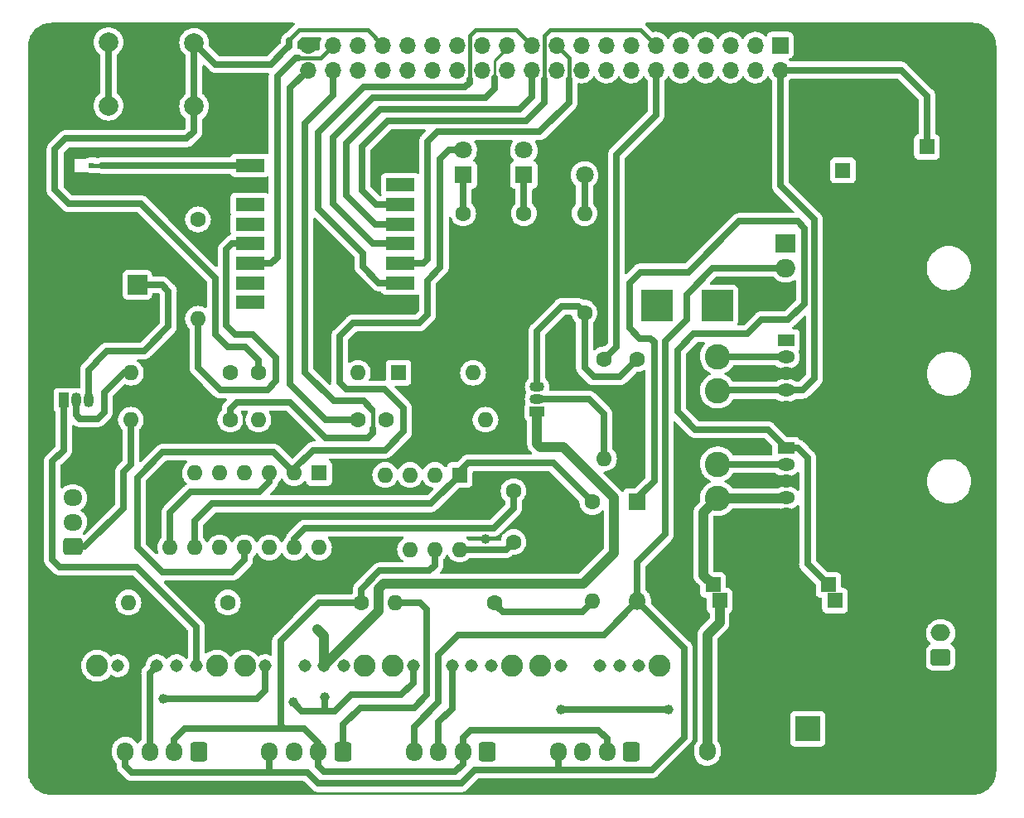
<source format=gbr>
%TF.GenerationSoftware,KiCad,Pcbnew,(6.0.5)*%
%TF.CreationDate,2022-07-01T12:58:53+07:00*%
%TF.ProjectId,MARUKO_RS485_PoC,4d415255-4b4f-45f5-9253-3438355f506f,rev?*%
%TF.SameCoordinates,Original*%
%TF.FileFunction,Copper,L1,Top*%
%TF.FilePolarity,Positive*%
%FSLAX46Y46*%
G04 Gerber Fmt 4.6, Leading zero omitted, Abs format (unit mm)*
G04 Created by KiCad (PCBNEW (6.0.5)) date 2022-07-01 12:58:53*
%MOMM*%
%LPD*%
G01*
G04 APERTURE LIST*
G04 Aperture macros list*
%AMRoundRect*
0 Rectangle with rounded corners*
0 $1 Rounding radius*
0 $2 $3 $4 $5 $6 $7 $8 $9 X,Y pos of 4 corners*
0 Add a 4 corners polygon primitive as box body*
4,1,4,$2,$3,$4,$5,$6,$7,$8,$9,$2,$3,0*
0 Add four circle primitives for the rounded corners*
1,1,$1+$1,$2,$3*
1,1,$1+$1,$4,$5*
1,1,$1+$1,$6,$7*
1,1,$1+$1,$8,$9*
0 Add four rect primitives between the rounded corners*
20,1,$1+$1,$2,$3,$4,$5,0*
20,1,$1+$1,$4,$5,$6,$7,0*
20,1,$1+$1,$6,$7,$8,$9,0*
20,1,$1+$1,$8,$9,$2,$3,0*%
G04 Aperture macros list end*
%TA.AperFunction,ComponentPad*%
%ADD10O,1.700000X1.700000*%
%TD*%
%TA.AperFunction,ComponentPad*%
%ADD11R,1.700000X1.700000*%
%TD*%
%TA.AperFunction,ComponentPad*%
%ADD12R,3.200000X3.200000*%
%TD*%
%TA.AperFunction,ComponentPad*%
%ADD13O,3.200000X3.200000*%
%TD*%
%TA.AperFunction,ComponentPad*%
%ADD14C,1.600000*%
%TD*%
%TA.AperFunction,ComponentPad*%
%ADD15O,1.600000X1.600000*%
%TD*%
%TA.AperFunction,ComponentPad*%
%ADD16C,2.250000*%
%TD*%
%TA.AperFunction,ComponentPad*%
%ADD17C,1.308000*%
%TD*%
%TA.AperFunction,ComponentPad*%
%ADD18R,1.500000X1.050000*%
%TD*%
%TA.AperFunction,ComponentPad*%
%ADD19O,1.500000X1.050000*%
%TD*%
%TA.AperFunction,ComponentPad*%
%ADD20RoundRect,0.250000X0.600000X0.725000X-0.600000X0.725000X-0.600000X-0.725000X0.600000X-0.725000X0*%
%TD*%
%TA.AperFunction,ComponentPad*%
%ADD21O,1.700000X1.950000*%
%TD*%
%TA.AperFunction,ComponentPad*%
%ADD22R,1.800000X1.800000*%
%TD*%
%TA.AperFunction,ComponentPad*%
%ADD23O,1.800000X1.800000*%
%TD*%
%TA.AperFunction,ComponentPad*%
%ADD24C,2.600000*%
%TD*%
%TA.AperFunction,ComponentPad*%
%ADD25R,2.600000X2.600000*%
%TD*%
%TA.AperFunction,ComponentPad*%
%ADD26RoundRect,0.250000X0.750000X-0.600000X0.750000X0.600000X-0.750000X0.600000X-0.750000X-0.600000X0*%
%TD*%
%TA.AperFunction,ComponentPad*%
%ADD27O,2.000000X1.700000*%
%TD*%
%TA.AperFunction,SMDPad,CuDef*%
%ADD28R,3.000000X1.400000*%
%TD*%
%TA.AperFunction,ComponentPad*%
%ADD29C,0.800000*%
%TD*%
%TA.AperFunction,ComponentPad*%
%ADD30C,5.000000*%
%TD*%
%TA.AperFunction,ComponentPad*%
%ADD31R,1.600000X1.600000*%
%TD*%
%TA.AperFunction,ComponentPad*%
%ADD32R,2.000000X1.905000*%
%TD*%
%TA.AperFunction,ComponentPad*%
%ADD33O,2.000000X1.905000*%
%TD*%
%TA.AperFunction,ComponentPad*%
%ADD34R,2.000000X2.000000*%
%TD*%
%TA.AperFunction,ComponentPad*%
%ADD35C,2.000000*%
%TD*%
%TA.AperFunction,ComponentPad*%
%ADD36C,1.800000*%
%TD*%
%TA.AperFunction,ComponentPad*%
%ADD37R,1.800000X1.275000*%
%TD*%
%TA.AperFunction,ComponentPad*%
%ADD38O,1.800000X1.275000*%
%TD*%
%TA.AperFunction,ComponentPad*%
%ADD39O,1.050000X1.500000*%
%TD*%
%TA.AperFunction,ComponentPad*%
%ADD40R,1.050000X1.500000*%
%TD*%
%TA.AperFunction,ComponentPad*%
%ADD41RoundRect,0.250000X0.725000X-0.600000X0.725000X0.600000X-0.725000X0.600000X-0.725000X-0.600000X0*%
%TD*%
%TA.AperFunction,ComponentPad*%
%ADD42O,1.950000X1.700000*%
%TD*%
%TA.AperFunction,ComponentPad*%
%ADD43RoundRect,0.250000X0.600000X0.750000X-0.600000X0.750000X-0.600000X-0.750000X0.600000X-0.750000X0*%
%TD*%
%TA.AperFunction,ComponentPad*%
%ADD44O,1.700000X2.000000*%
%TD*%
%TA.AperFunction,SMDPad,CuDef*%
%ADD45R,0.600000X0.600000*%
%TD*%
%TA.AperFunction,SMDPad,CuDef*%
%ADD46R,1.580000X0.580000*%
%TD*%
%TA.AperFunction,SMDPad,CuDef*%
%ADD47R,0.500000X0.500000*%
%TD*%
%TA.AperFunction,ViaPad*%
%ADD48C,1.000000*%
%TD*%
%TA.AperFunction,Conductor*%
%ADD49C,0.400000*%
%TD*%
%TA.AperFunction,Conductor*%
%ADD50C,0.700000*%
%TD*%
%TA.AperFunction,Conductor*%
%ADD51C,1.000000*%
%TD*%
%TA.AperFunction,Conductor*%
%ADD52C,0.250000*%
%TD*%
G04 APERTURE END LIST*
D10*
%TO.P,J6,40,Pin_40*%
%TO.N,Led_2*%
X120990000Y-65940000D03*
%TO.P,J6,39,Pin_39*%
%TO.N,GND*%
X120990000Y-63400000D03*
%TO.P,J6,38,Pin_38*%
%TO.N,Led_1*%
X123530000Y-65940000D03*
%TO.P,J6,37,Pin_37*%
%TO.N,DIO0*%
X123530000Y-63400000D03*
%TO.P,J6,36,Pin_36*%
%TO.N,unconnected-(J6-Pad36)*%
X126070000Y-65940000D03*
%TO.P,J6,35,Pin_35*%
%TO.N,Button_1*%
X126070000Y-63400000D03*
%TO.P,J6,34,Pin_34*%
%TO.N,unconnected-(J6-Pad34)*%
X128610000Y-65940000D03*
%TO.P,J6,33,Pin_33*%
%TO.N,Button_2*%
X128610000Y-63400000D03*
%TO.P,J6,32,Pin_32*%
%TO.N,unconnected-(J6-Pad32)*%
X131150000Y-65940000D03*
%TO.P,J6,31,Pin_31*%
%TO.N,Buzz*%
X131150000Y-63400000D03*
%TO.P,J6,30,Pin_30*%
%TO.N,unconnected-(J6-Pad30)*%
X133690000Y-65940000D03*
%TO.P,J6,29,Pin_29*%
%TO.N,unconnected-(J6-Pad29)*%
X133690000Y-63400000D03*
%TO.P,J6,28,Pin_28*%
%TO.N,unconnected-(J6-Pad28)*%
X136230000Y-65940000D03*
%TO.P,J6,27,Pin_27*%
%TO.N,unconnected-(J6-Pad27)*%
X136230000Y-63400000D03*
%TO.P,J6,26,Pin_26*%
%TO.N,unconnected-(J6-Pad26)*%
X138770000Y-65940000D03*
%TO.P,J6,25,Pin_25*%
%TO.N,unconnected-(J6-Pad25)*%
X138770000Y-63400000D03*
%TO.P,J6,24,Pin_24*%
%TO.N,unconnected-(J6-Pad24)*%
X141310000Y-65940000D03*
%TO.P,J6,23,Pin_23*%
%TO.N,SCK*%
X141310000Y-63400000D03*
%TO.P,J6,22,Pin_22*%
%TO.N,NSS*%
X143850000Y-65940000D03*
%TO.P,J6,21,Pin_21*%
%TO.N,MISO*%
X143850000Y-63400000D03*
%TO.P,J6,20,Pin_20*%
%TO.N,unconnected-(J6-Pad20)*%
X146390000Y-65940000D03*
%TO.P,J6,19,Pin_19*%
%TO.N,MOSI*%
X146390000Y-63400000D03*
%TO.P,J6,18,Pin_18*%
%TO.N,unconnected-(J6-Pad18)*%
X148930000Y-65940000D03*
%TO.P,J6,17,Pin_17*%
%TO.N,unconnected-(J6-Pad17)*%
X148930000Y-63400000D03*
%TO.P,J6,16,Pin_16*%
%TO.N,unconnected-(J6-Pad16)*%
X151470000Y-65940000D03*
%TO.P,J6,15,Pin_15*%
%TO.N,unconnected-(J6-Pad15)*%
X151470000Y-63400000D03*
%TO.P,J6,14,Pin_14*%
%TO.N,unconnected-(J6-Pad14)*%
X154010000Y-65940000D03*
%TO.P,J6,13,Pin_13*%
%TO.N,unconnected-(J6-Pad13)*%
X154010000Y-63400000D03*
%TO.P,J6,12,Pin_12*%
%TO.N,Auto_cut*%
X156550000Y-65940000D03*
%TO.P,J6,11,Pin_11*%
%TO.N,RESET*%
X156550000Y-63400000D03*
%TO.P,J6,10,Pin_10*%
%TO.N,RX*%
X159090000Y-65940000D03*
%TO.P,J6,9,Pin_9*%
%TO.N,unconnected-(J6-Pad9)*%
X159090000Y-63400000D03*
%TO.P,J6,8,Pin_8*%
%TO.N,TX*%
X161630000Y-65940000D03*
%TO.P,J6,7,Pin_7*%
%TO.N,unconnected-(J6-Pad7)*%
X161630000Y-63400000D03*
%TO.P,J6,6,Pin_6*%
%TO.N,unconnected-(J6-Pad6)*%
X164170000Y-65940000D03*
%TO.P,J6,5,Pin_5*%
%TO.N,unconnected-(J6-Pad5)*%
X164170000Y-63400000D03*
%TO.P,J6,4,Pin_4*%
%TO.N,unconnected-(J6-Pad4)*%
X166710000Y-65940000D03*
%TO.P,J6,3,Pin_3*%
%TO.N,unconnected-(J6-Pad3)*%
X166710000Y-63400000D03*
%TO.P,J6,2,Pin_2*%
%TO.N,+5V*%
X169250000Y-65940000D03*
D11*
%TO.P,J6,1,Pin_1*%
%TO.N,+3V3*%
X169250000Y-63400000D03*
%TD*%
D12*
%TO.P,D4,1,K*%
%TO.N,Net-(D4-Pad1)*%
X156650000Y-90020000D03*
D13*
%TO.P,D4,2,A*%
%TO.N,GND*%
X156650000Y-74780000D03*
%TD*%
D14*
%TO.P,R13,1*%
%TO.N,Led_2*%
X126090000Y-101700000D03*
D15*
%TO.P,R13,2*%
%TO.N,Net-(J11-Pad2)*%
X115930000Y-101700000D03*
%TD*%
D16*
%TO.P,SW2,MOUNT2*%
%TO.N,N/C*%
X126743333Y-126850000D03*
%TO.P,SW2,MOUNT1*%
X114543333Y-126850000D03*
D17*
%TO.P,SW2,4,4*%
%TO.N,+5V*%
X124643333Y-126850000D03*
%TO.P,SW2,3,3*%
%TO.N,+12V*%
X122643333Y-126850000D03*
%TO.P,SW2,2,2*%
%TO.N,Net-(J2-Pad3)*%
X120643333Y-126850000D03*
%TO.P,SW2,1,1*%
%TO.N,+24V*%
X116643333Y-126850000D03*
%TD*%
D18*
%TO.P,Q2,1,C*%
%TO.N,+12V*%
X144410000Y-100870000D03*
D19*
%TO.P,Q2,2,B*%
%TO.N,Net-(Q2-Pad2)*%
X144410000Y-99600000D03*
%TO.P,Q2,3,E*%
%TO.N,Net-(Q1-Pad1)*%
X144410000Y-98330000D03*
%TD*%
D14*
%TO.P,R6,1*%
%TO.N,Net-(D7-Pad1)*%
X143050000Y-80605000D03*
D15*
%TO.P,R6,2*%
%TO.N,GND*%
X143050000Y-90765000D03*
%TD*%
D16*
%TO.P,SW3,MOUNT2*%
%TO.N,N/C*%
X141826666Y-126850000D03*
%TO.P,SW3,MOUNT1*%
X129626666Y-126850000D03*
D17*
%TO.P,SW3,4,4*%
%TO.N,+5V*%
X139726666Y-126850000D03*
%TO.P,SW3,3,3*%
%TO.N,+12V*%
X137726666Y-126850000D03*
%TO.P,SW3,2,2*%
%TO.N,Net-(J3-Pad3)*%
X135726666Y-126850000D03*
%TO.P,SW3,1,1*%
%TO.N,+24V*%
X131726666Y-126850000D03*
%TD*%
D20*
%TO.P,J2,1,Pin_1*%
%TO.N,RS485_A*%
X124560000Y-135625000D03*
D21*
%TO.P,J2,2,Pin_2*%
%TO.N,RS485_B*%
X122060000Y-135625000D03*
%TO.P,J2,3,Pin_3*%
%TO.N,Net-(J2-Pad3)*%
X119560000Y-135625000D03*
%TO.P,J2,4,Pin_4*%
%TO.N,GNDD*%
X117060000Y-135625000D03*
%TD*%
D22*
%TO.P,D3,1,K*%
%TO.N,+24V*%
X154650000Y-110120000D03*
D23*
%TO.P,D3,2,A*%
%TO.N,GNDD*%
X154650000Y-120280000D03*
%TD*%
D24*
%TO.P,L1,1*%
%TO.N,Net-(D4-Pad1)*%
X162850000Y-106250000D03*
%TO.P,L1,2*%
%TO.N,+12V*%
X162850000Y-109750000D03*
%TD*%
D25*
%TO.P,J5,1,Pin_1*%
%TO.N,VCC*%
X172055000Y-133305000D03*
D24*
%TO.P,J5,2,Pin_2*%
%TO.N,GND*%
X177135000Y-133305000D03*
%TD*%
D26*
%TO.P,J8,1,Pin_1*%
%TO.N,VCC*%
X185650000Y-126000000D03*
D27*
%TO.P,J8,2,Pin_2*%
%TO.N,+24V*%
X185650000Y-123500000D03*
%TD*%
D28*
%TO.P,U26,1,GND*%
%TO.N,GND*%
X130450000Y-89700000D03*
%TO.P,U26,2,MISO*%
%TO.N,MISO*%
X130450000Y-87700000D03*
%TO.P,U26,3,MOSI*%
%TO.N,MOSI*%
X130450000Y-85700000D03*
%TO.P,U26,4,SCK*%
%TO.N,SCK*%
X130450000Y-83700000D03*
%TO.P,U26,5,NSS*%
%TO.N,NSS*%
X130450000Y-81700000D03*
%TO.P,U26,6,RESET*%
%TO.N,RESET*%
X130450000Y-79700000D03*
%TO.P,U26,7,DIO5*%
%TO.N,unconnected-(U26-Pad7)*%
X130450000Y-77700000D03*
%TO.P,U26,8,GND*%
%TO.N,GND*%
X130450000Y-75700000D03*
%TO.P,U26,9,ANT*%
%TO.N,Net-(AE1-Pad1)*%
X115050000Y-75700000D03*
%TO.P,U26,10,GND*%
%TO.N,GND*%
X115050000Y-77700000D03*
%TO.P,U26,11,DIO3*%
%TO.N,unconnected-(U26-Pad11)*%
X115050000Y-79700000D03*
%TO.P,U26,12,DIO4*%
%TO.N,unconnected-(U26-Pad12)*%
X115050000Y-81700000D03*
%TO.P,U26,13,3.3V*%
%TO.N,+3V3*%
X115050000Y-83700000D03*
%TO.P,U26,14,DIO0*%
%TO.N,DIO0*%
X115050000Y-85700000D03*
%TO.P,U26,15,DIO1*%
%TO.N,unconnected-(U26-Pad15)*%
X115050000Y-87700000D03*
%TO.P,U26,16,DIO2*%
%TO.N,unconnected-(U26-Pad16)*%
X115050000Y-89700000D03*
%TD*%
D29*
%TO.P,H3,1,1*%
%TO.N,GND*%
X187524175Y-138925825D03*
X186975000Y-137600000D03*
X190175825Y-138925825D03*
X188850000Y-135725000D03*
D30*
X188850000Y-137600000D03*
D29*
X188850000Y-139475000D03*
X190175825Y-136274175D03*
X187524175Y-136274175D03*
X190725000Y-137600000D03*
%TD*%
D14*
%TO.P,C4,2*%
%TO.N,GND*%
X184250000Y-76294888D03*
D31*
%TO.P,C4,1*%
%TO.N,+5V*%
X184250000Y-73794888D03*
%TD*%
D32*
%TO.P,Q1,1,G*%
%TO.N,Net-(Q1-Pad1)*%
X169820000Y-83660000D03*
D33*
%TO.P,Q1,2,D*%
%TO.N,GNDD*%
X169820000Y-86200000D03*
%TO.P,Q1,3,S*%
%TO.N,GND*%
X169820000Y-88740000D03*
%TD*%
D14*
%TO.P,R2,1*%
%TO.N,+12V*%
X112800000Y-120400000D03*
D15*
%TO.P,R2,2*%
%TO.N,Net-(J11-Pad3)*%
X102640000Y-120400000D03*
%TD*%
D24*
%TO.P,L2,2*%
%TO.N,+5V*%
X162850000Y-98750000D03*
%TO.P,L2,1*%
%TO.N,Net-(D5-Pad1)*%
X162850000Y-95250000D03*
%TD*%
D14*
%TO.P,C6,1*%
%TO.N,+3V3*%
X142000000Y-114200000D03*
%TO.P,C6,2*%
%TO.N,GND*%
X144500000Y-114200000D03*
%TD*%
D34*
%TO.P,BZ1,1,-*%
%TO.N,Net-(BZ1-Pad1)*%
X103550000Y-87900000D03*
D35*
%TO.P,BZ1,2,+*%
%TO.N,GND*%
X95950000Y-87900000D03*
%TD*%
D20*
%TO.P,J3,1,Pin_1*%
%TO.N,RS485_A*%
X139310000Y-135625000D03*
D21*
%TO.P,J3,2,Pin_2*%
%TO.N,RS485_B*%
X136810000Y-135625000D03*
%TO.P,J3,3,Pin_3*%
%TO.N,Net-(J3-Pad3)*%
X134310000Y-135625000D03*
%TO.P,J3,4,Pin_4*%
%TO.N,GNDD*%
X131810000Y-135625000D03*
%TD*%
D22*
%TO.P,D2,1,K*%
%TO.N,GND*%
X149250000Y-74135000D03*
D36*
%TO.P,D2,2,A*%
%TO.N,Net-(D2-Pad2)*%
X149250000Y-76675000D03*
%TD*%
D14*
%TO.P,R5,1*%
%TO.N,Net-(D6-Pad1)*%
X136850000Y-80605000D03*
D15*
%TO.P,R5,2*%
%TO.N,GND*%
X136850000Y-90765000D03*
%TD*%
D14*
%TO.P,R3,1*%
%TO.N,Net-(Q1-Pad1)*%
X154650000Y-95520000D03*
D15*
%TO.P,R3,2*%
%TO.N,GND*%
X154650000Y-105680000D03*
%TD*%
D22*
%TO.P,D7,1,K*%
%TO.N,Net-(D7-Pad1)*%
X143050000Y-76685000D03*
D36*
%TO.P,D7,2,A*%
%TO.N,Net-(D7-Pad2)*%
X143050000Y-74145000D03*
%TD*%
D31*
%TO.P,C1,1*%
%TO.N,+24V*%
X174850000Y-120200000D03*
X174179063Y-118600000D03*
D14*
%TO.P,C1,2*%
%TO.N,GND*%
X178020937Y-121800000D03*
X177350000Y-120200000D03*
%TD*%
D12*
%TO.P,D5,1,K*%
%TO.N,Net-(D5-Pad1)*%
X162850000Y-90020000D03*
D13*
%TO.P,D5,2,A*%
%TO.N,GND*%
X162850000Y-74780000D03*
%TD*%
D37*
%TO.P,U2,1,VIN*%
%TO.N,+24V*%
X169850000Y-104600000D03*
D38*
%TO.P,U2,2,OUT*%
%TO.N,Net-(D4-Pad1)*%
X169850000Y-106300000D03*
%TO.P,U2,3,GND*%
%TO.N,GND*%
X169850000Y-108000000D03*
%TO.P,U2,4,FB*%
%TO.N,+12V*%
X169850000Y-109700000D03*
%TO.P,U2,5,~{ON}/OFF*%
%TO.N,GND*%
X169850000Y-111400000D03*
%TD*%
D14*
%TO.P,R14,1*%
%TO.N,Buzz*%
X113050000Y-96900000D03*
D15*
%TO.P,R14,2*%
%TO.N,Net-(Q3-Pad2)*%
X102890000Y-96900000D03*
%TD*%
D14*
%TO.P,R1,1*%
%TO.N,Auto_cut*%
X151250000Y-95520000D03*
D15*
%TO.P,R1,2*%
%TO.N,Net-(Q2-Pad2)*%
X151250000Y-105680000D03*
%TD*%
D39*
%TO.P,Q3,3,E*%
%TO.N,Net-(BZ1-Pad1)*%
X98570000Y-99710000D03*
%TO.P,Q3,2,B*%
%TO.N,Net-(Q3-Pad2)*%
X97300000Y-99710000D03*
D40*
%TO.P,Q3,1,C*%
%TO.N,+5V*%
X96030000Y-99710000D03*
%TD*%
D38*
%TO.P,U3,5,~{ON}/OFF*%
%TO.N,GND*%
X169850000Y-100400000D03*
%TO.P,U3,4,FB*%
%TO.N,+5V*%
X169850000Y-98700000D03*
%TO.P,U3,3,GND*%
%TO.N,GND*%
X169850000Y-97000000D03*
%TO.P,U3,2,OUT*%
%TO.N,Net-(D5-Pad1)*%
X169850000Y-95300000D03*
D37*
%TO.P,U3,1,VIN*%
%TO.N,+12V*%
X169850000Y-93600000D03*
%TD*%
D14*
%TO.P,R4,1*%
%TO.N,Net-(Q1-Pad1)*%
X149250000Y-90765000D03*
D15*
%TO.P,R4,2*%
%TO.N,Net-(D2-Pad2)*%
X149250000Y-80605000D03*
%TD*%
D22*
%TO.P,D6,1,K*%
%TO.N,Net-(D6-Pad1)*%
X136850000Y-76685000D03*
D36*
%TO.P,D6,2,A*%
%TO.N,Net-(D6-Pad2)*%
X136850000Y-74145000D03*
%TD*%
D14*
%TO.P,R7,1*%
%TO.N,Net-(D8-Pad1)*%
X128970000Y-101700000D03*
D15*
%TO.P,R7,2*%
%TO.N,Net-(C5-Pad1)*%
X139130000Y-101700000D03*
%TD*%
D14*
%TO.P,R8,1*%
%TO.N,Net-(R8-Pad1)*%
X150050000Y-110120000D03*
D15*
%TO.P,R8,2*%
%TO.N,+3V3*%
X150050000Y-120280000D03*
%TD*%
D14*
%TO.P,R11,1*%
%TO.N,Button_2*%
X115930000Y-96900000D03*
D15*
%TO.P,R11,2*%
%TO.N,+3V3*%
X126090000Y-96900000D03*
%TD*%
D14*
%TO.P,R10,1*%
%TO.N,+3V3*%
X140100000Y-120400000D03*
D15*
%TO.P,R10,2*%
%TO.N,RS485_A*%
X129940000Y-120400000D03*
%TD*%
D31*
%TO.P,D8,1,K*%
%TO.N,Net-(D8-Pad1)*%
X130240000Y-96900000D03*
D15*
%TO.P,D8,2,A*%
%TO.N,Net-(C5-Pad1)*%
X137860000Y-96900000D03*
%TD*%
D14*
%TO.P,C5,1*%
%TO.N,Net-(C5-Pad1)*%
X142000000Y-109000000D03*
%TO.P,C5,2*%
%TO.N,GND*%
X144500000Y-109000000D03*
%TD*%
D16*
%TO.P,SW4,MOUNT2*%
%TO.N,N/C*%
X156910000Y-126850000D03*
%TO.P,SW4,MOUNT1*%
X144710000Y-126850000D03*
D17*
%TO.P,SW4,4,4*%
%TO.N,+5V*%
X154810000Y-126850000D03*
%TO.P,SW4,3,3*%
%TO.N,+12V*%
X152810000Y-126850000D03*
%TO.P,SW4,2,2*%
%TO.N,Net-(J4-Pad3)*%
X150810000Y-126850000D03*
%TO.P,SW4,1,1*%
%TO.N,+24V*%
X146810000Y-126850000D03*
%TD*%
D29*
%TO.P,H4,1,1*%
%TO.N,GND*%
X93524175Y-136274175D03*
D30*
X94850000Y-137600000D03*
D29*
X94850000Y-139475000D03*
X92975000Y-137600000D03*
X96175825Y-136274175D03*
X93524175Y-138925825D03*
X94850000Y-135725000D03*
X96175825Y-138925825D03*
X96725000Y-137600000D03*
%TD*%
D41*
%TO.P,J11,1,Pin_1*%
%TO.N,Net-(J11-Pad1)*%
X96950000Y-114700000D03*
D42*
%TO.P,J11,2,Pin_2*%
%TO.N,Net-(J11-Pad2)*%
X96950000Y-112200000D03*
%TO.P,J11,3,Pin_3*%
%TO.N,Net-(J11-Pad3)*%
X96950000Y-109700000D03*
%TO.P,J11,4,Pin_4*%
%TO.N,GND*%
X96950000Y-107200000D03*
%TD*%
D31*
%TO.P,U5,1,RO*%
%TO.N,Net-(R8-Pad1)*%
X136500000Y-107350000D03*
D15*
%TO.P,U5,2,~{RE}*%
%TO.N,Net-(U4-Pad12)*%
X133960000Y-107350000D03*
%TO.P,U5,3,DE*%
X131420000Y-107350000D03*
%TO.P,U5,4,DI*%
%TO.N,Net-(D8-Pad1)*%
X128880000Y-107350000D03*
%TO.P,U5,5,GND*%
%TO.N,GND*%
X128880000Y-114970000D03*
%TO.P,U5,6,A*%
%TO.N,RS485_A*%
X131420000Y-114970000D03*
%TO.P,U5,7,B*%
%TO.N,RS485_B*%
X133960000Y-114970000D03*
%TO.P,U5,8,VCC*%
%TO.N,+3V3*%
X136500000Y-114970000D03*
%TD*%
D35*
%TO.P,SW5,1,1*%
%TO.N,Button_1*%
X100600000Y-63100000D03*
X100600000Y-69600000D03*
%TO.P,SW5,2,2*%
%TO.N,GND*%
X105100000Y-69600000D03*
X105100000Y-63100000D03*
%TD*%
D14*
%TO.P,R25,1*%
%TO.N,Button_1*%
X109750000Y-81220000D03*
D15*
%TO.P,R25,2*%
%TO.N,+3V3*%
X109750000Y-91380000D03*
%TD*%
D43*
%TO.P,J9,1,Pin_1*%
%TO.N,GND*%
X164310000Y-135600000D03*
D44*
%TO.P,J9,2,Pin_2*%
%TO.N,+12V*%
X161810000Y-135600000D03*
%TD*%
D31*
%TO.P,C3,1*%
%TO.N,+12V*%
X175650000Y-76205113D03*
D14*
%TO.P,C3,2*%
%TO.N,GND*%
X175650000Y-73705113D03*
%TD*%
%TO.P,R12,1*%
%TO.N,Led_1*%
X113050000Y-101700000D03*
D15*
%TO.P,R12,2*%
%TO.N,Net-(J11-Pad1)*%
X102890000Y-101700000D03*
%TD*%
D31*
%TO.P,C2,1*%
%TO.N,+12V*%
X163050000Y-120200000D03*
X162379063Y-118600000D03*
D14*
%TO.P,C2,2*%
%TO.N,GND*%
X166220937Y-121800000D03*
X165550000Y-120200000D03*
%TD*%
D16*
%TO.P,SW1,MOUNT2*%
%TO.N,N/C*%
X111660000Y-126850000D03*
%TO.P,SW1,MOUNT1*%
X99460000Y-126850000D03*
D17*
%TO.P,SW1,4,4*%
%TO.N,+5V*%
X109560000Y-126850000D03*
%TO.P,SW1,3,3*%
%TO.N,+12V*%
X107560000Y-126850000D03*
%TO.P,SW1,2,2*%
%TO.N,Net-(J1-Pad3)*%
X105560000Y-126850000D03*
%TO.P,SW1,1,1*%
%TO.N,+24V*%
X101560000Y-126850000D03*
%TD*%
D29*
%TO.P,H1,1,1*%
%TO.N,GND*%
X94850000Y-65475000D03*
X96175825Y-62274175D03*
X93524175Y-64925825D03*
X94850000Y-61725000D03*
X92975000Y-63600000D03*
X93524175Y-62274175D03*
X96725000Y-63600000D03*
D30*
X94850000Y-63600000D03*
D29*
X96175825Y-64925825D03*
%TD*%
D30*
%TO.P,H2,1,1*%
%TO.N,GND*%
X188850000Y-63600000D03*
D29*
X186975000Y-63600000D03*
X190725000Y-63600000D03*
X187524175Y-64925825D03*
X190175825Y-64925825D03*
X190175825Y-62274175D03*
X188850000Y-65475000D03*
X187524175Y-62274175D03*
X188850000Y-61725000D03*
%TD*%
D20*
%TO.P,J4,1,Pin_1*%
%TO.N,RS485_A*%
X154060000Y-135625000D03*
D21*
%TO.P,J4,2,Pin_2*%
%TO.N,RS485_B*%
X151560000Y-135625000D03*
%TO.P,J4,3,Pin_3*%
%TO.N,Net-(J4-Pad3)*%
X149060000Y-135625000D03*
%TO.P,J4,4,Pin_4*%
%TO.N,GNDD*%
X146560000Y-135625000D03*
%TD*%
D35*
%TO.P,SW6,1,1*%
%TO.N,Button_2*%
X109350000Y-63150000D03*
X109350000Y-69650000D03*
%TO.P,SW6,2,2*%
%TO.N,GND*%
X113850000Y-63150000D03*
X113850000Y-69650000D03*
%TD*%
D14*
%TO.P,R9,1*%
%TO.N,RS485_B*%
X126450000Y-120400000D03*
D15*
%TO.P,R9,2*%
%TO.N,GND*%
X116290000Y-120400000D03*
%TD*%
D45*
%TO.P,J7,1*%
%TO.N,Net-(AE1-Pad1)*%
X98850000Y-75700000D03*
D46*
%TO.P,J7,S1*%
%TO.N,GND*%
X97850000Y-76660000D03*
D47*
%TO.P,J7,S2*%
X96850000Y-75700000D03*
D46*
%TO.P,J7,S3*%
X97850000Y-74740000D03*
%TD*%
D31*
%TO.P,U4,1*%
%TO.N,TX*%
X122125000Y-107150000D03*
D15*
%TO.P,U4,2*%
%TO.N,Net-(D6-Pad2)*%
X119585000Y-107150000D03*
%TO.P,U4,3*%
%TO.N,Net-(D7-Pad2)*%
X117045000Y-107150000D03*
%TO.P,U4,4*%
%TO.N,RX*%
X114505000Y-107150000D03*
%TO.P,U4,5*%
%TO.N,N/C*%
X111965000Y-107150000D03*
%TO.P,U4,6*%
X109425000Y-107150000D03*
%TO.P,U4,7,GND*%
%TO.N,GND*%
X106885000Y-107150000D03*
%TO.P,U4,8*%
%TO.N,Net-(D7-Pad2)*%
X106885000Y-114770000D03*
%TO.P,U4,9*%
%TO.N,Net-(R8-Pad1)*%
X109425000Y-114770000D03*
%TO.P,U4,10*%
%TO.N,Net-(D8-Pad1)*%
X111965000Y-114770000D03*
%TO.P,U4,11*%
%TO.N,Net-(D6-Pad2)*%
X114505000Y-114770000D03*
%TO.P,U4,12*%
%TO.N,Net-(U4-Pad12)*%
X117045000Y-114770000D03*
%TO.P,U4,13*%
%TO.N,Net-(C5-Pad1)*%
X119585000Y-114770000D03*
%TO.P,U4,14,VCC*%
%TO.N,+3V3*%
X122125000Y-114770000D03*
%TD*%
D20*
%TO.P,J1,1,Pin_1*%
%TO.N,RS485_A*%
X109810000Y-135625000D03*
D21*
%TO.P,J1,2,Pin_2*%
%TO.N,RS485_B*%
X107310000Y-135625000D03*
%TO.P,J1,3,Pin_3*%
%TO.N,Net-(J1-Pad3)*%
X104810000Y-135625000D03*
%TO.P,J1,4,Pin_4*%
%TO.N,GNDD*%
X102310000Y-135625000D03*
%TD*%
D48*
%TO.N,GND*%
X128200000Y-74030000D03*
X139130000Y-113860000D03*
X101210000Y-103220000D03*
X127850000Y-89500000D03*
%TO.N,+24V*%
X157800000Y-131350000D03*
X146810000Y-131360000D03*
X122670000Y-130050000D03*
X119460000Y-130590000D03*
X106190000Y-130260000D03*
%TO.N,+12V*%
X121960000Y-123130000D03*
%TD*%
D49*
%TO.N,MOSI*%
X147660000Y-64670000D02*
X146390000Y-63400000D01*
X147660000Y-66890000D02*
X147660000Y-64670000D01*
D50*
%TO.N,Led_1*%
X120690000Y-71360000D02*
X120690000Y-96850000D01*
X123530000Y-68520000D02*
X120690000Y-71360000D01*
X120690000Y-96850000D02*
X123640000Y-99800000D01*
X123530000Y-65940000D02*
X123530000Y-68520000D01*
X123640000Y-99800000D02*
X126670000Y-99800000D01*
X126670000Y-99800000D02*
X127560000Y-100690000D01*
%TO.N,GND*%
X129870000Y-75700000D02*
X128200000Y-74030000D01*
X130450000Y-75700000D02*
X129870000Y-75700000D01*
%TO.N,RESET*%
X143250000Y-71160000D02*
X145120000Y-69290000D01*
X145120000Y-69290000D02*
X145120000Y-66900000D01*
X126490000Y-73800000D02*
X129130000Y-71160000D01*
X126490000Y-78250000D02*
X126490000Y-73800000D01*
X129130000Y-71160000D02*
X143250000Y-71160000D01*
X127940000Y-79700000D02*
X126490000Y-78250000D01*
X130450000Y-79700000D02*
X127940000Y-79700000D01*
%TO.N,NSS*%
X143850000Y-68730000D02*
X143850000Y-65940000D01*
X124930000Y-73400000D02*
X128340000Y-69990000D01*
X142590000Y-69990000D02*
X143850000Y-68730000D01*
X124930000Y-78800000D02*
X124930000Y-73400000D01*
X128340000Y-69990000D02*
X142590000Y-69990000D01*
X127830000Y-81700000D02*
X124930000Y-78800000D01*
X130450000Y-81700000D02*
X127830000Y-81700000D01*
%TO.N,SCK*%
X123540000Y-72850000D02*
X123540000Y-79630000D01*
X127620000Y-68770000D02*
X123540000Y-72850000D01*
X139140000Y-68770000D02*
X127620000Y-68770000D01*
X140040000Y-67870000D02*
X139140000Y-68770000D01*
X140040000Y-66760000D02*
X140040000Y-67870000D01*
X123540000Y-79630000D02*
X127610000Y-83700000D01*
X127610000Y-83700000D02*
X130450000Y-83700000D01*
%TO.N,MISO*%
X137480000Y-67240000D02*
X137480000Y-66920000D01*
X137030000Y-67690000D02*
X137480000Y-67240000D01*
X122040000Y-72350000D02*
X126700000Y-67690000D01*
X122040000Y-80110000D02*
X122040000Y-72350000D01*
X126600000Y-86050000D02*
X126600000Y-84670000D01*
X126600000Y-84670000D02*
X122040000Y-80110000D01*
X128250000Y-87700000D02*
X126600000Y-86050000D01*
X130450000Y-87700000D02*
X128250000Y-87700000D01*
X126700000Y-67690000D02*
X137030000Y-67690000D01*
%TO.N,Led_2*%
X122750000Y-101700000D02*
X126090000Y-101700000D01*
X119150000Y-67780000D02*
X119150000Y-98100000D01*
X120990000Y-65940000D02*
X119150000Y-67780000D01*
X119150000Y-98100000D02*
X122750000Y-101700000D01*
%TO.N,DIO0*%
X117840000Y-85100000D02*
X117840000Y-66580000D01*
X117240000Y-85700000D02*
X117840000Y-85100000D01*
X117840000Y-66580000D02*
X119750000Y-64670000D01*
X115050000Y-85700000D02*
X117240000Y-85700000D01*
X119750000Y-64670000D02*
X120020000Y-64670000D01*
%TO.N,Net-(Q3-Pad2)*%
X102180000Y-96900000D02*
X102890000Y-96900000D01*
X100160000Y-100920000D02*
X100160000Y-98920000D01*
X100160000Y-98920000D02*
X102180000Y-96900000D01*
X97660000Y-101590000D02*
X99490000Y-101590000D01*
X97300000Y-99710000D02*
X97300000Y-101230000D01*
X97300000Y-101230000D02*
X97660000Y-101590000D01*
X99490000Y-101590000D02*
X100160000Y-100920000D01*
%TO.N,Net-(R8-Pad1)*%
X144380000Y-106130000D02*
X146060000Y-106130000D01*
D51*
%TO.N,+12V*%
X144410000Y-104180000D02*
X144410000Y-100870000D01*
X144720000Y-104490000D02*
X144410000Y-104180000D01*
X147090000Y-104490000D02*
X144720000Y-104490000D01*
X152240000Y-109640000D02*
X147090000Y-104490000D01*
X152240000Y-115330000D02*
X152240000Y-109640000D01*
X128230000Y-119000000D02*
X128750000Y-118480000D01*
X128230000Y-121263333D02*
X128230000Y-119000000D01*
X149090000Y-118480000D02*
X152240000Y-115330000D01*
X122643333Y-126850000D02*
X128230000Y-121263333D01*
X128750000Y-118480000D02*
X149090000Y-118480000D01*
D49*
%TO.N,DIO0*%
X122260000Y-64670000D02*
X123530000Y-63400000D01*
X120020000Y-64670000D02*
X122260000Y-64670000D01*
D50*
%TO.N,+24V*%
X160580000Y-102710000D02*
X167960000Y-102710000D01*
X158750000Y-100880000D02*
X160580000Y-102710000D01*
X158750000Y-94580000D02*
X158750000Y-100880000D01*
X160410000Y-92920000D02*
X158750000Y-94580000D01*
X165870000Y-92920000D02*
X160410000Y-92920000D01*
X167310000Y-91480000D02*
X165870000Y-92920000D01*
X170070000Y-91480000D02*
X167310000Y-91480000D01*
X171730000Y-82150000D02*
X171730000Y-89820000D01*
X171010000Y-81430000D02*
X171730000Y-82150000D01*
X165060000Y-81430000D02*
X171010000Y-81430000D01*
X167960000Y-102710000D02*
X169850000Y-104600000D01*
X159890000Y-86600000D02*
X165060000Y-81430000D01*
X153830000Y-87700000D02*
X154930000Y-86600000D01*
X153830000Y-92310000D02*
X153830000Y-87700000D01*
X156370000Y-93730000D02*
X156010000Y-93370000D01*
X156370000Y-107960000D02*
X156370000Y-93730000D01*
X154890000Y-93370000D02*
X153830000Y-92310000D01*
X154930000Y-86600000D02*
X159890000Y-86600000D01*
X154650000Y-109680000D02*
X156370000Y-107960000D01*
X154650000Y-110120000D02*
X154650000Y-109680000D01*
X171730000Y-89820000D02*
X170070000Y-91480000D01*
X156010000Y-93370000D02*
X154890000Y-93370000D01*
%TO.N,GNDD*%
X162370978Y-86200000D02*
X169820000Y-86200000D01*
X159670000Y-88900978D02*
X162370978Y-86200000D01*
X157480000Y-113430000D02*
X157480000Y-93680000D01*
X159670000Y-91490000D02*
X159670000Y-88900978D01*
X154650000Y-116260000D02*
X157480000Y-113430000D01*
X154650000Y-120280000D02*
X154650000Y-116260000D01*
X157480000Y-93680000D02*
X159670000Y-91490000D01*
%TO.N,+5V*%
X171530000Y-98700000D02*
X169850000Y-98700000D01*
X172740000Y-97490000D02*
X171530000Y-98700000D01*
X172740000Y-81230000D02*
X172740000Y-97490000D01*
X169250000Y-77740000D02*
X172740000Y-81230000D01*
X169250000Y-65940000D02*
X169250000Y-77740000D01*
%TO.N,+24V*%
X172040000Y-116460937D02*
X174179063Y-118600000D01*
X172040000Y-105580000D02*
X172040000Y-116460937D01*
X171060000Y-104600000D02*
X172040000Y-105580000D01*
X169850000Y-104600000D02*
X171060000Y-104600000D01*
X157790000Y-131360000D02*
X157800000Y-131350000D01*
X146810000Y-131360000D02*
X157790000Y-131360000D01*
X120370000Y-131500000D02*
X119460000Y-130590000D01*
X122670000Y-131500000D02*
X120370000Y-131500000D01*
X122670000Y-130050000D02*
X122670000Y-131500000D01*
X120340000Y-131470000D02*
X119460000Y-130590000D01*
X123760000Y-131470000D02*
X120340000Y-131470000D01*
%TO.N,RS485_B*%
X118180000Y-132920000D02*
X118560000Y-133300000D01*
X118180000Y-124320000D02*
X118180000Y-132920000D01*
X122100000Y-120400000D02*
X118180000Y-124320000D01*
X126450000Y-120400000D02*
X122100000Y-120400000D01*
%TO.N,+24V*%
X125390000Y-129840000D02*
X123760000Y-131470000D01*
X130510000Y-129840000D02*
X125390000Y-129840000D01*
X131726666Y-128623334D02*
X130510000Y-129840000D01*
X131726666Y-126850000D02*
X131726666Y-128623334D01*
X115790000Y-130260000D02*
X116643333Y-129406667D01*
X116643333Y-129406667D02*
X116643333Y-126850000D01*
X106190000Y-130260000D02*
X115790000Y-130260000D01*
%TO.N,Net-(J1-Pad3)*%
X104810000Y-127600000D02*
X104810000Y-135625000D01*
X105560000Y-126850000D02*
X104810000Y-127600000D01*
D51*
%TO.N,+12V*%
X122643333Y-123813333D02*
X122643333Y-126850000D01*
X121960000Y-123130000D02*
X122643333Y-123813333D01*
D50*
%TO.N,RS485_B*%
X126450000Y-119030000D02*
X126450000Y-120400000D01*
X133390000Y-117160000D02*
X128320000Y-117160000D01*
X128320000Y-117160000D02*
X126450000Y-119030000D01*
X133960000Y-114970000D02*
X133960000Y-116590000D01*
X133960000Y-116590000D02*
X133390000Y-117160000D01*
D51*
%TO.N,+12V*%
X161390000Y-117610937D02*
X162379063Y-118600000D01*
X161390000Y-111190000D02*
X161390000Y-117610937D01*
X162830000Y-109750000D02*
X161390000Y-111190000D01*
X162850000Y-109750000D02*
X162830000Y-109750000D01*
X169800000Y-109750000D02*
X169850000Y-109700000D01*
X162850000Y-109750000D02*
X169800000Y-109750000D01*
X163050000Y-122450000D02*
X163050000Y-120200000D01*
X161810000Y-123690000D02*
X163050000Y-122450000D01*
X161810000Y-135600000D02*
X161810000Y-123690000D01*
D50*
%TO.N,+5V*%
X109560000Y-122870000D02*
X109560000Y-126850000D01*
X103450000Y-116760000D02*
X109560000Y-122870000D01*
X95610000Y-116760000D02*
X103450000Y-116760000D01*
X94860000Y-116010000D02*
X95610000Y-116760000D01*
X94860000Y-105980000D02*
X94860000Y-116010000D01*
X96030000Y-104810000D02*
X94860000Y-105980000D01*
X96030000Y-99710000D02*
X96030000Y-104810000D01*
X162900000Y-98700000D02*
X162850000Y-98750000D01*
X169850000Y-98700000D02*
X162900000Y-98700000D01*
X184250000Y-68580000D02*
X184250000Y-73794888D01*
X181610000Y-65940000D02*
X184250000Y-68580000D01*
X169250000Y-65940000D02*
X181610000Y-65940000D01*
%TO.N,+3V3*%
X150050000Y-120330000D02*
X150050000Y-120280000D01*
X149040000Y-121340000D02*
X150050000Y-120330000D01*
X140890000Y-121340000D02*
X149040000Y-121340000D01*
X140100000Y-120550000D02*
X140890000Y-121340000D01*
X140100000Y-120400000D02*
X140100000Y-120550000D01*
X141230000Y-114970000D02*
X142000000Y-114200000D01*
X136500000Y-114970000D02*
X141230000Y-114970000D01*
X109750000Y-96380000D02*
X109750000Y-91380000D01*
X112020000Y-98650000D02*
X109750000Y-96380000D01*
X116860000Y-98650000D02*
X112020000Y-98650000D01*
X117750000Y-97760000D02*
X116860000Y-98650000D01*
X117750000Y-95370000D02*
X117750000Y-97760000D01*
X112630000Y-84310000D02*
X112630000Y-92030000D01*
X113260000Y-83680000D02*
X112630000Y-84310000D01*
X113730978Y-83680000D02*
X113260000Y-83680000D01*
X115360000Y-92980000D02*
X117750000Y-95370000D01*
X113750978Y-83700000D02*
X113730978Y-83680000D01*
X112630000Y-92030000D02*
X113580000Y-92980000D01*
X113580000Y-92980000D02*
X115360000Y-92980000D01*
X115050000Y-83700000D02*
X113750978Y-83700000D01*
%TO.N,Led_1*%
X113050000Y-100580000D02*
X113050000Y-101700000D01*
X119160000Y-99930000D02*
X113700000Y-99930000D01*
X122790000Y-103560000D02*
X119160000Y-99930000D01*
X127080000Y-103560000D02*
X122790000Y-103560000D01*
X113700000Y-99930000D02*
X113050000Y-100580000D01*
X127580000Y-103060000D02*
X127080000Y-103560000D01*
X127580000Y-102620000D02*
X127580000Y-103060000D01*
%TO.N,Button_2*%
X108600000Y-72960000D02*
X109350000Y-72210000D01*
X96230000Y-72960000D02*
X108600000Y-72960000D01*
X95140000Y-74050000D02*
X96230000Y-72960000D01*
X95140000Y-78210000D02*
X95140000Y-74050000D01*
X111500000Y-92990000D02*
X111500000Y-87190000D01*
X103940000Y-79630000D02*
X96560000Y-79630000D01*
X112770000Y-94260000D02*
X111500000Y-92990000D01*
X114560000Y-94260000D02*
X112770000Y-94260000D01*
X96560000Y-79630000D02*
X95140000Y-78210000D01*
X109350000Y-72210000D02*
X109350000Y-69650000D01*
X115930000Y-95630000D02*
X114560000Y-94260000D01*
X115930000Y-96900000D02*
X115930000Y-95630000D01*
X111500000Y-87190000D02*
X103940000Y-79630000D01*
%TO.N,Net-(D5-Pad1)*%
X169800000Y-95250000D02*
X169850000Y-95300000D01*
X162850000Y-95250000D02*
X169800000Y-95250000D01*
%TO.N,Net-(D4-Pad1)*%
X169800000Y-106250000D02*
X169850000Y-106300000D01*
X162850000Y-106250000D02*
X169800000Y-106250000D01*
%TO.N,Net-(Q2-Pad2)*%
X151250000Y-101150000D02*
X151250000Y-105680000D01*
X149700000Y-99600000D02*
X151250000Y-101150000D01*
X144410000Y-99600000D02*
X149700000Y-99600000D01*
%TO.N,Net-(Q1-Pad1)*%
X146880000Y-90140000D02*
X144410000Y-92610000D01*
X144410000Y-92610000D02*
X144410000Y-98330000D01*
X149250000Y-90765000D02*
X148625000Y-90140000D01*
X148625000Y-90140000D02*
X146880000Y-90140000D01*
X150190000Y-97330000D02*
X149250000Y-96390000D01*
X152840000Y-97330000D02*
X150190000Y-97330000D01*
X149250000Y-96390000D02*
X149250000Y-90765000D01*
X154650000Y-95520000D02*
X152840000Y-97330000D01*
%TO.N,Net-(D2-Pad2)*%
X149250000Y-80605000D02*
X149250000Y-76675000D01*
%TO.N,Net-(D7-Pad1)*%
X143050000Y-80605000D02*
X143050000Y-76685000D01*
%TO.N,Net-(D6-Pad1)*%
X136850000Y-80605000D02*
X136850000Y-76685000D01*
%TO.N,Net-(C5-Pad1)*%
X139950000Y-112780000D02*
X142000000Y-110730000D01*
X142000000Y-110730000D02*
X142000000Y-109000000D01*
X120690000Y-112780000D02*
X139950000Y-112780000D01*
X119585000Y-113885000D02*
X120690000Y-112780000D01*
X119585000Y-114770000D02*
X119585000Y-113885000D01*
%TO.N,Net-(R8-Pad1)*%
X111200000Y-110300000D02*
X133550000Y-110300000D01*
X133550000Y-110300000D02*
X136500000Y-107350000D01*
X109425000Y-112075000D02*
X111200000Y-110300000D01*
X109425000Y-114770000D02*
X109425000Y-112075000D01*
%TO.N,Net-(D7-Pad2)*%
X117070000Y-107175000D02*
X117045000Y-107150000D01*
X117070000Y-108070000D02*
X117070000Y-107175000D01*
X116030000Y-109110000D02*
X117070000Y-108070000D01*
X106885000Y-111185000D02*
X108960000Y-109110000D01*
X106885000Y-114770000D02*
X106885000Y-111185000D01*
X108960000Y-109110000D02*
X116030000Y-109110000D01*
%TO.N,Net-(R8-Pad1)*%
X146060000Y-106130000D02*
X150050000Y-110120000D01*
X137330000Y-106130000D02*
X144380000Y-106130000D01*
X136500000Y-106960000D02*
X137330000Y-106130000D01*
X136500000Y-107350000D02*
X136500000Y-106960000D01*
%TO.N,Net-(D6-Pad2)*%
X121530000Y-104800000D02*
X119585000Y-106745000D01*
X128880000Y-104800000D02*
X121530000Y-104800000D01*
X130760000Y-102920000D02*
X128880000Y-104800000D01*
X130760000Y-100530000D02*
X130760000Y-102920000D01*
X128820000Y-98590000D02*
X130760000Y-100530000D01*
X124920000Y-98590000D02*
X128820000Y-98590000D01*
X124200000Y-97870000D02*
X124920000Y-98590000D01*
X124200000Y-93190000D02*
X124200000Y-97870000D01*
X125590000Y-91800000D02*
X124200000Y-93190000D01*
X133180000Y-90990000D02*
X132370000Y-91800000D01*
X134510000Y-86130000D02*
X133180000Y-87460000D01*
X133180000Y-87460000D02*
X133180000Y-90990000D01*
X119585000Y-106745000D02*
X119585000Y-107150000D01*
X134510000Y-75060000D02*
X134510000Y-86130000D01*
X135425000Y-74145000D02*
X134510000Y-75060000D01*
X136850000Y-74145000D02*
X135425000Y-74145000D01*
X132370000Y-91800000D02*
X125590000Y-91800000D01*
%TO.N,Net-(J11-Pad1)*%
X102110000Y-110780000D02*
X98190000Y-114700000D01*
X98190000Y-114700000D02*
X96950000Y-114700000D01*
X102110000Y-107050000D02*
X102110000Y-110780000D01*
X102890000Y-106270000D02*
X102110000Y-107050000D01*
X102890000Y-101700000D02*
X102890000Y-106270000D01*
%TO.N,Net-(D6-Pad2)*%
X106120000Y-105040000D02*
X117475000Y-105040000D01*
X103560000Y-114720000D02*
X103560000Y-107600000D01*
X113230000Y-117310000D02*
X106150000Y-117310000D01*
X106150000Y-117310000D02*
X103560000Y-114720000D01*
X103560000Y-107600000D02*
X106120000Y-105040000D01*
X114505000Y-116035000D02*
X113230000Y-117310000D01*
X114505000Y-114770000D02*
X114505000Y-116035000D01*
X117475000Y-105040000D02*
X119585000Y-107150000D01*
%TO.N,GNDD*%
X159430000Y-125060000D02*
X154650000Y-120280000D01*
X159430000Y-134190000D02*
X159430000Y-125060000D01*
X156110000Y-137510000D02*
X159430000Y-134190000D01*
X146560000Y-137510000D02*
X156110000Y-137510000D01*
X150570000Y-123690000D02*
X151240000Y-123690000D01*
X151240000Y-123690000D02*
X154650000Y-120280000D01*
X150520000Y-123740000D02*
X150570000Y-123690000D01*
X134340000Y-125730000D02*
X136330000Y-123740000D01*
X136330000Y-123740000D02*
X150520000Y-123740000D01*
X134340000Y-130620000D02*
X134340000Y-125730000D01*
X131810000Y-133150000D02*
X134340000Y-130620000D01*
X131810000Y-135625000D02*
X131810000Y-133150000D01*
%TO.N,Net-(J3-Pad3)*%
X134310000Y-132650000D02*
X134310000Y-135625000D01*
X135726666Y-131233334D02*
X134310000Y-132650000D01*
X135726666Y-126850000D02*
X135726666Y-131233334D01*
%TO.N,RS485_A*%
X124560000Y-132890000D02*
X124560000Y-135625000D01*
X131820000Y-131140000D02*
X126310000Y-131140000D01*
X126310000Y-131140000D02*
X124560000Y-132890000D01*
X133110000Y-129850000D02*
X131820000Y-131140000D01*
X133110000Y-121100000D02*
X133110000Y-129850000D01*
X129940000Y-120400000D02*
X132410000Y-120400000D01*
X132410000Y-120400000D02*
X133110000Y-121100000D01*
%TO.N,GNDD*%
X120930000Y-137800000D02*
X117060000Y-137800000D01*
X122050000Y-138920000D02*
X120930000Y-137800000D01*
X146560000Y-137510000D02*
X138050000Y-137510000D01*
X138050000Y-137510000D02*
X136640000Y-138920000D01*
X136640000Y-138920000D02*
X122050000Y-138920000D01*
X146560000Y-135625000D02*
X146560000Y-137510000D01*
X117060000Y-137800000D02*
X117060000Y-135625000D01*
X102310000Y-137130000D02*
X102980000Y-137800000D01*
X102310000Y-135625000D02*
X102310000Y-137130000D01*
X102980000Y-137800000D02*
X117060000Y-137800000D01*
%TO.N,RS485_B*%
X136810000Y-136890000D02*
X136810000Y-135625000D01*
X136010000Y-137690000D02*
X136810000Y-136890000D01*
X122060000Y-137110000D02*
X122640000Y-137690000D01*
X122060000Y-135625000D02*
X122060000Y-137110000D01*
X122640000Y-137690000D02*
X136010000Y-137690000D01*
X118560000Y-133300000D02*
X120590000Y-133300000D01*
X108430000Y-133300000D02*
X118560000Y-133300000D01*
X151560000Y-134340000D02*
X151560000Y-135625000D01*
X137590000Y-133460000D02*
X150680000Y-133460000D01*
X150680000Y-133460000D02*
X151560000Y-134340000D01*
X136810000Y-134240000D02*
X137590000Y-133460000D01*
X136810000Y-135625000D02*
X136810000Y-134240000D01*
X122060000Y-134770000D02*
X122060000Y-135625000D01*
X107310000Y-134420000D02*
X108430000Y-133300000D01*
X120590000Y-133300000D02*
X122060000Y-134770000D01*
X107310000Y-135625000D02*
X107310000Y-134420000D01*
%TO.N,Net-(BZ1-Pad1)*%
X98570000Y-96610000D02*
X98570000Y-99710000D01*
X99320000Y-95780000D02*
X99320000Y-95860000D01*
X99320000Y-95860000D02*
X98570000Y-96610000D01*
X106730000Y-92160000D02*
X104220000Y-94670000D01*
X106730000Y-88550000D02*
X106730000Y-92160000D01*
X106080000Y-87900000D02*
X106730000Y-88550000D01*
X104220000Y-94670000D02*
X100430000Y-94670000D01*
X100430000Y-94670000D02*
X99320000Y-95780000D01*
X103550000Y-87900000D02*
X106080000Y-87900000D01*
%TO.N,Auto_cut*%
X152500000Y-94270000D02*
X151250000Y-95520000D01*
X156550000Y-70570000D02*
X152500000Y-74620000D01*
X156550000Y-65940000D02*
X156550000Y-70570000D01*
X152500000Y-74620000D02*
X152500000Y-94270000D01*
D49*
%TO.N,Button_2*%
X127070000Y-61860000D02*
X128610000Y-63400000D01*
X120070000Y-61860000D02*
X127070000Y-61860000D01*
X119080000Y-62850000D02*
X120070000Y-61860000D01*
X119080000Y-62950000D02*
X119080000Y-62850000D01*
D50*
X119080000Y-63490000D02*
X119080000Y-62950000D01*
X117210000Y-65360000D02*
X118760000Y-63810000D01*
X116430000Y-65360000D02*
X117210000Y-65360000D01*
X111560000Y-65360000D02*
X116430000Y-65360000D01*
X109350000Y-63150000D02*
X111560000Y-65360000D01*
X118760000Y-63810000D02*
X119080000Y-63490000D01*
D49*
%TO.N,Led_1*%
X127580000Y-100710000D02*
X127580000Y-102620000D01*
X127560000Y-100690000D02*
X127580000Y-100710000D01*
D50*
%TO.N,Button_2*%
X109350000Y-63150000D02*
X109350000Y-69650000D01*
%TO.N,Button_1*%
X100600000Y-63100000D02*
X100600000Y-69600000D01*
D49*
%TO.N,MISO*%
X142250000Y-61800000D02*
X143850000Y-63400000D01*
X137510000Y-66890000D02*
X137510000Y-62400000D01*
X137510000Y-62400000D02*
X138110000Y-61800000D01*
X138110000Y-61800000D02*
X142250000Y-61800000D01*
X137480000Y-66920000D02*
X137510000Y-66890000D01*
D50*
%TO.N,MOSI*%
X147660000Y-69240000D02*
X147660000Y-66890000D01*
X144630000Y-72270000D02*
X147660000Y-69240000D01*
X133210000Y-73260000D02*
X134200000Y-72270000D01*
X133210000Y-85260000D02*
X133210000Y-73260000D01*
X132770000Y-85700000D02*
X133210000Y-85260000D01*
X134200000Y-72270000D02*
X144630000Y-72270000D01*
X130450000Y-85700000D02*
X132770000Y-85700000D01*
D49*
%TO.N,RESET*%
X145720000Y-61810000D02*
X154960000Y-61810000D01*
X154960000Y-61810000D02*
X156550000Y-63400000D01*
X145120000Y-62410000D02*
X145720000Y-61810000D01*
X145120000Y-66900000D02*
X145120000Y-62410000D01*
D52*
%TO.N,SCK*%
X141310000Y-63730000D02*
X141310000Y-63400000D01*
X140040000Y-66760000D02*
X140040000Y-65000000D01*
X140040000Y-65000000D02*
X141310000Y-63730000D01*
D49*
%TO.N,MOSI*%
X146390000Y-63690000D02*
X146390000Y-63400000D01*
%TO.N,Net-(AE1-Pad1)*%
X99940000Y-75700000D02*
X98850000Y-75700000D01*
D50*
X115050000Y-75700000D02*
X99940000Y-75700000D01*
%TD*%
%TA.AperFunction,Conductor*%
%TO.N,GND*%
G36*
X119579237Y-61128502D02*
G01*
X119625730Y-61182158D01*
X119635834Y-61252432D01*
X119606340Y-61317012D01*
X119600390Y-61323013D01*
X119598019Y-61324643D01*
X119592968Y-61330313D01*
X119592966Y-61330314D01*
X119556565Y-61371170D01*
X119551584Y-61376446D01*
X118810443Y-62117587D01*
X118768031Y-62145447D01*
X118762102Y-62147080D01*
X118597102Y-62234075D01*
X118591889Y-62238480D01*
X118591885Y-62238483D01*
X118459847Y-62350064D01*
X118459843Y-62350068D01*
X118454633Y-62354471D01*
X118450486Y-62359895D01*
X118450485Y-62359896D01*
X118345484Y-62497231D01*
X118345481Y-62497235D01*
X118341340Y-62502652D01*
X118262510Y-62671704D01*
X118221820Y-62853740D01*
X118221500Y-62859463D01*
X118221500Y-63082207D01*
X118201498Y-63150328D01*
X118184595Y-63171302D01*
X118120000Y-63235897D01*
X118119996Y-63235902D01*
X116891302Y-64464595D01*
X116828990Y-64498621D01*
X116802207Y-64501500D01*
X111967793Y-64501500D01*
X111899672Y-64481498D01*
X111878698Y-64464595D01*
X110882420Y-63468317D01*
X110848394Y-63406005D01*
X110845903Y-63369336D01*
X110862777Y-63154930D01*
X110863165Y-63150000D01*
X110844535Y-62913289D01*
X110832040Y-62861240D01*
X110797291Y-62716502D01*
X110789105Y-62682406D01*
X110770388Y-62637218D01*
X110700135Y-62467611D01*
X110700133Y-62467607D01*
X110698240Y-62463037D01*
X110688743Y-62447540D01*
X110576759Y-62264798D01*
X110576755Y-62264792D01*
X110574176Y-62260584D01*
X110419969Y-62080031D01*
X110414737Y-62075562D01*
X110361720Y-62030282D01*
X110239416Y-61925824D01*
X110235208Y-61923245D01*
X110235202Y-61923241D01*
X110041183Y-61804346D01*
X110036963Y-61801760D01*
X110032393Y-61799867D01*
X110032389Y-61799865D01*
X109822167Y-61712789D01*
X109822165Y-61712788D01*
X109817594Y-61710895D01*
X109737391Y-61691640D01*
X109591524Y-61656620D01*
X109591518Y-61656619D01*
X109586711Y-61655465D01*
X109350000Y-61636835D01*
X109113289Y-61655465D01*
X109108482Y-61656619D01*
X109108476Y-61656620D01*
X108962609Y-61691640D01*
X108882406Y-61710895D01*
X108877835Y-61712788D01*
X108877833Y-61712789D01*
X108667611Y-61799865D01*
X108667607Y-61799867D01*
X108663037Y-61801760D01*
X108658817Y-61804346D01*
X108464798Y-61923241D01*
X108464792Y-61923245D01*
X108460584Y-61925824D01*
X108338280Y-62030282D01*
X108285264Y-62075562D01*
X108280031Y-62080031D01*
X108125824Y-62260584D01*
X108123245Y-62264792D01*
X108123241Y-62264798D01*
X108011257Y-62447540D01*
X108001760Y-62463037D01*
X107999867Y-62467607D01*
X107999865Y-62467611D01*
X107929612Y-62637218D01*
X107910895Y-62682406D01*
X107902709Y-62716502D01*
X107867961Y-62861240D01*
X107855465Y-62913289D01*
X107836835Y-63150000D01*
X107855465Y-63386711D01*
X107856619Y-63391518D01*
X107856620Y-63391524D01*
X107875057Y-63468317D01*
X107910895Y-63617594D01*
X107912788Y-63622165D01*
X107912789Y-63622167D01*
X107991244Y-63811574D01*
X108001760Y-63836963D01*
X108004346Y-63841183D01*
X108123241Y-64035202D01*
X108123245Y-64035208D01*
X108125824Y-64039416D01*
X108280031Y-64219969D01*
X108283787Y-64223177D01*
X108447331Y-64362857D01*
X108486140Y-64422308D01*
X108491500Y-64458668D01*
X108491500Y-68341332D01*
X108471498Y-68409453D01*
X108447331Y-68437143D01*
X108304771Y-68558901D01*
X108280031Y-68580031D01*
X108125824Y-68760584D01*
X108123245Y-68764792D01*
X108123241Y-68764798D01*
X108034986Y-68908817D01*
X108001760Y-68963037D01*
X107999867Y-68967607D01*
X107999865Y-68967611D01*
X107915726Y-69170743D01*
X107910895Y-69182406D01*
X107904562Y-69208786D01*
X107859471Y-69396603D01*
X107855465Y-69413289D01*
X107836835Y-69650000D01*
X107855465Y-69886711D01*
X107910895Y-70117594D01*
X107912788Y-70122165D01*
X107912789Y-70122167D01*
X107957591Y-70230328D01*
X108001760Y-70336963D01*
X108004346Y-70341183D01*
X108123241Y-70535202D01*
X108123245Y-70535208D01*
X108125824Y-70539416D01*
X108280031Y-70719969D01*
X108283787Y-70723177D01*
X108447331Y-70862857D01*
X108486140Y-70922308D01*
X108491500Y-70958668D01*
X108491500Y-71802207D01*
X108471498Y-71870328D01*
X108454595Y-71891303D01*
X108281301Y-72064596D01*
X108218989Y-72098621D01*
X108192206Y-72101500D01*
X96271391Y-72101500D01*
X96260848Y-72101058D01*
X96208902Y-72096696D01*
X96202142Y-72097598D01*
X96202141Y-72097598D01*
X96128397Y-72107438D01*
X96125340Y-72107808D01*
X96051343Y-72115846D01*
X96051339Y-72115847D01*
X96044563Y-72116583D01*
X96038100Y-72118758D01*
X96034824Y-72119478D01*
X96034428Y-72119548D01*
X96034004Y-72119671D01*
X96030784Y-72120462D01*
X96024011Y-72121366D01*
X95947677Y-72149149D01*
X95944802Y-72150156D01*
X95926227Y-72156407D01*
X95867777Y-72176078D01*
X95861923Y-72179596D01*
X95858916Y-72180985D01*
X95858511Y-72181152D01*
X95858135Y-72181357D01*
X95855148Y-72182827D01*
X95848732Y-72185162D01*
X95780080Y-72228730D01*
X95777611Y-72230255D01*
X95707891Y-72272147D01*
X95702934Y-72276834D01*
X95700277Y-72278851D01*
X95699543Y-72279361D01*
X95695605Y-72282339D01*
X95691241Y-72285109D01*
X95686968Y-72288929D01*
X95632972Y-72342925D01*
X95630450Y-72345379D01*
X95572364Y-72400308D01*
X95568526Y-72405956D01*
X95564107Y-72411148D01*
X95563707Y-72410808D01*
X95557100Y-72418797D01*
X94562217Y-73413680D01*
X94554451Y-73420822D01*
X94514633Y-73454471D01*
X94510486Y-73459895D01*
X94510485Y-73459896D01*
X94465326Y-73518962D01*
X94463432Y-73521379D01*
X94457160Y-73529180D01*
X94418638Y-73577092D01*
X94412490Y-73584738D01*
X94409453Y-73590857D01*
X94407665Y-73593652D01*
X94407412Y-73594013D01*
X94407210Y-73594380D01*
X94405479Y-73597238D01*
X94401340Y-73602652D01*
X94378626Y-73651362D01*
X94367015Y-73676262D01*
X94365681Y-73679033D01*
X94329553Y-73751814D01*
X94327902Y-73758435D01*
X94326751Y-73761563D01*
X94326587Y-73761956D01*
X94326468Y-73762361D01*
X94325391Y-73765525D01*
X94322510Y-73771704D01*
X94311178Y-73822402D01*
X94304785Y-73851002D01*
X94304076Y-73853998D01*
X94284428Y-73932801D01*
X94284237Y-73939622D01*
X94283785Y-73942925D01*
X94283626Y-73943809D01*
X94282948Y-73948692D01*
X94281820Y-73953740D01*
X94281500Y-73959463D01*
X94281500Y-74035844D01*
X94281451Y-74039363D01*
X94279219Y-74119257D01*
X94280498Y-74125961D01*
X94281045Y-74132762D01*
X94280525Y-74132804D01*
X94281500Y-74143125D01*
X94281500Y-78168610D01*
X94281058Y-78179152D01*
X94276696Y-78231099D01*
X94277598Y-78237859D01*
X94277598Y-78237861D01*
X94287437Y-78311602D01*
X94287807Y-78314657D01*
X94296583Y-78395437D01*
X94298758Y-78401901D01*
X94299478Y-78405176D01*
X94299548Y-78405572D01*
X94299671Y-78405996D01*
X94300462Y-78409216D01*
X94301366Y-78415989D01*
X94328850Y-78491500D01*
X94329139Y-78492294D01*
X94330156Y-78495198D01*
X94332600Y-78502460D01*
X94356078Y-78572223D01*
X94359596Y-78578077D01*
X94360985Y-78581084D01*
X94361152Y-78581489D01*
X94361357Y-78581865D01*
X94362827Y-78584852D01*
X94365162Y-78591268D01*
X94408730Y-78659920D01*
X94410255Y-78662389D01*
X94452147Y-78732109D01*
X94456834Y-78737066D01*
X94458851Y-78739723D01*
X94459369Y-78740469D01*
X94462344Y-78744402D01*
X94465109Y-78748759D01*
X94468930Y-78753032D01*
X94522908Y-78807010D01*
X94525362Y-78809532D01*
X94569649Y-78856364D01*
X94580308Y-78867636D01*
X94585950Y-78871471D01*
X94591148Y-78875894D01*
X94590811Y-78876290D01*
X94598802Y-78882904D01*
X95923674Y-80207776D01*
X95930816Y-80215542D01*
X95964471Y-80255367D01*
X95969890Y-80259510D01*
X95969892Y-80259512D01*
X96029008Y-80304710D01*
X96031429Y-80306609D01*
X96089418Y-80353232D01*
X96094738Y-80357509D01*
X96100850Y-80360543D01*
X96103644Y-80362330D01*
X96104004Y-80362582D01*
X96104373Y-80362785D01*
X96107234Y-80364517D01*
X96112652Y-80368660D01*
X96186277Y-80402992D01*
X96189048Y-80404326D01*
X96261814Y-80440447D01*
X96268435Y-80442098D01*
X96271563Y-80443249D01*
X96271956Y-80443413D01*
X96272361Y-80443532D01*
X96275525Y-80444609D01*
X96281704Y-80447490D01*
X96355498Y-80463985D01*
X96361002Y-80465215D01*
X96364000Y-80465924D01*
X96442801Y-80485572D01*
X96449622Y-80485763D01*
X96452925Y-80486215D01*
X96453809Y-80486374D01*
X96458692Y-80487052D01*
X96463740Y-80488180D01*
X96469463Y-80488500D01*
X96545844Y-80488500D01*
X96549363Y-80488549D01*
X96629257Y-80490781D01*
X96635961Y-80489502D01*
X96642762Y-80488955D01*
X96642804Y-80489475D01*
X96653125Y-80488500D01*
X103532208Y-80488500D01*
X103600329Y-80508502D01*
X103621303Y-80525405D01*
X110604595Y-87508697D01*
X110638621Y-87571009D01*
X110641500Y-87597792D01*
X110641500Y-90164808D01*
X110621498Y-90232929D01*
X110567842Y-90279422D01*
X110497568Y-90289526D01*
X110443230Y-90268021D01*
X110406749Y-90242477D01*
X110401767Y-90240154D01*
X110401762Y-90240151D01*
X110204225Y-90148039D01*
X110204224Y-90148039D01*
X110199243Y-90145716D01*
X110193935Y-90144294D01*
X110193933Y-90144293D01*
X109983402Y-90087881D01*
X109983400Y-90087881D01*
X109978087Y-90086457D01*
X109750000Y-90066502D01*
X109521913Y-90086457D01*
X109516600Y-90087881D01*
X109516598Y-90087881D01*
X109306067Y-90144293D01*
X109306065Y-90144294D01*
X109300757Y-90145716D01*
X109295776Y-90148039D01*
X109295775Y-90148039D01*
X109098238Y-90240151D01*
X109098233Y-90240154D01*
X109093251Y-90242477D01*
X108995712Y-90310775D01*
X108910211Y-90370643D01*
X108910208Y-90370645D01*
X108905700Y-90373802D01*
X108743802Y-90535700D01*
X108612477Y-90723251D01*
X108610154Y-90728233D01*
X108610151Y-90728238D01*
X108518039Y-90925775D01*
X108515716Y-90930757D01*
X108514294Y-90936065D01*
X108514293Y-90936067D01*
X108462280Y-91130180D01*
X108456457Y-91151913D01*
X108436502Y-91380000D01*
X108456457Y-91608087D01*
X108457881Y-91613400D01*
X108457881Y-91613402D01*
X108501959Y-91777900D01*
X108515716Y-91829243D01*
X108518039Y-91834224D01*
X108518039Y-91834225D01*
X108610151Y-92031762D01*
X108610154Y-92031767D01*
X108612477Y-92036749D01*
X108673663Y-92124132D01*
X108734708Y-92211312D01*
X108743802Y-92224300D01*
X108854595Y-92335093D01*
X108888621Y-92397405D01*
X108891500Y-92424188D01*
X108891500Y-96338610D01*
X108891058Y-96349152D01*
X108886696Y-96401099D01*
X108887598Y-96407859D01*
X108887598Y-96407861D01*
X108897437Y-96481602D01*
X108897807Y-96484657D01*
X108899075Y-96496326D01*
X108906583Y-96565437D01*
X108908758Y-96571901D01*
X108909478Y-96575176D01*
X108909548Y-96575572D01*
X108909671Y-96575996D01*
X108910462Y-96579216D01*
X108911366Y-96585989D01*
X108938249Y-96659849D01*
X108939139Y-96662294D01*
X108940156Y-96665198D01*
X108966078Y-96742223D01*
X108969596Y-96748077D01*
X108970985Y-96751084D01*
X108971152Y-96751489D01*
X108971357Y-96751865D01*
X108972827Y-96754852D01*
X108975162Y-96761268D01*
X109018730Y-96829920D01*
X109020255Y-96832389D01*
X109062147Y-96902109D01*
X109066834Y-96907066D01*
X109068851Y-96909723D01*
X109069369Y-96910469D01*
X109072344Y-96914402D01*
X109075109Y-96918759D01*
X109078930Y-96923032D01*
X109132908Y-96977010D01*
X109135362Y-96979532D01*
X109190308Y-97037636D01*
X109195956Y-97041474D01*
X109201148Y-97045893D01*
X109200808Y-97046293D01*
X109208800Y-97052902D01*
X110296344Y-98140447D01*
X111383680Y-99227783D01*
X111390822Y-99235549D01*
X111424471Y-99275367D01*
X111429895Y-99279514D01*
X111429896Y-99279515D01*
X111488962Y-99324674D01*
X111491385Y-99326573D01*
X111545174Y-99369820D01*
X111554738Y-99377510D01*
X111560857Y-99380547D01*
X111563652Y-99382335D01*
X111564013Y-99382588D01*
X111564380Y-99382790D01*
X111567238Y-99384521D01*
X111572652Y-99388660D01*
X111646262Y-99422985D01*
X111649033Y-99424319D01*
X111721814Y-99460447D01*
X111728435Y-99462098D01*
X111731563Y-99463249D01*
X111731956Y-99463413D01*
X111732361Y-99463532D01*
X111735525Y-99464609D01*
X111741704Y-99467490D01*
X111815498Y-99483985D01*
X111821002Y-99485215D01*
X111823998Y-99485924D01*
X111830905Y-99487646D01*
X111902801Y-99505572D01*
X111909622Y-99505763D01*
X111912925Y-99506215D01*
X111913809Y-99506374D01*
X111918692Y-99507052D01*
X111923740Y-99508180D01*
X111929463Y-99508500D01*
X112005844Y-99508500D01*
X112009363Y-99508549D01*
X112089257Y-99510781D01*
X112095961Y-99509502D01*
X112102762Y-99508955D01*
X112102804Y-99509475D01*
X112113125Y-99508500D01*
X112603207Y-99508500D01*
X112671328Y-99528502D01*
X112717821Y-99582158D01*
X112727925Y-99652432D01*
X112698431Y-99717012D01*
X112692302Y-99723595D01*
X112472217Y-99943680D01*
X112464451Y-99950822D01*
X112424633Y-99984471D01*
X112420486Y-99989895D01*
X112420485Y-99989896D01*
X112375326Y-100048962D01*
X112373432Y-100051379D01*
X112322490Y-100114738D01*
X112319453Y-100120857D01*
X112317665Y-100123652D01*
X112317412Y-100124013D01*
X112317210Y-100124380D01*
X112315479Y-100127238D01*
X112311340Y-100132652D01*
X112299199Y-100158688D01*
X112277015Y-100206262D01*
X112275681Y-100209033D01*
X112239553Y-100281814D01*
X112237902Y-100288435D01*
X112236751Y-100291563D01*
X112236587Y-100291956D01*
X112236468Y-100292361D01*
X112235391Y-100295525D01*
X112232510Y-100301704D01*
X112225176Y-100334515D01*
X112214785Y-100381002D01*
X112214076Y-100383998D01*
X112206807Y-100413154D01*
X112194428Y-100462801D01*
X112194237Y-100469622D01*
X112193785Y-100472925D01*
X112193626Y-100473809D01*
X112192948Y-100478692D01*
X112191820Y-100483740D01*
X112191500Y-100489463D01*
X112191500Y-100565844D01*
X112191451Y-100569363D01*
X112189219Y-100649257D01*
X112189265Y-100649497D01*
X112175302Y-100716532D01*
X112153279Y-100746223D01*
X112043802Y-100855700D01*
X112040645Y-100860208D01*
X112040643Y-100860211D01*
X111988866Y-100934156D01*
X111912477Y-101043251D01*
X111910154Y-101048233D01*
X111910151Y-101048238D01*
X111840179Y-101198296D01*
X111815716Y-101250757D01*
X111756457Y-101471913D01*
X111736502Y-101700000D01*
X111756457Y-101928087D01*
X111757881Y-101933400D01*
X111757881Y-101933402D01*
X111772181Y-101986768D01*
X111815716Y-102149243D01*
X111818039Y-102154224D01*
X111818039Y-102154225D01*
X111910151Y-102351762D01*
X111910154Y-102351767D01*
X111912477Y-102356749D01*
X112043802Y-102544300D01*
X112205700Y-102706198D01*
X112210208Y-102709355D01*
X112210211Y-102709357D01*
X112221705Y-102717405D01*
X112393251Y-102837523D01*
X112398233Y-102839846D01*
X112398238Y-102839849D01*
X112592936Y-102930637D01*
X112600757Y-102934284D01*
X112606065Y-102935706D01*
X112606067Y-102935707D01*
X112816598Y-102992119D01*
X112816600Y-102992119D01*
X112821913Y-102993543D01*
X113050000Y-103013498D01*
X113278087Y-102993543D01*
X113283400Y-102992119D01*
X113283402Y-102992119D01*
X113493933Y-102935707D01*
X113493935Y-102935706D01*
X113499243Y-102934284D01*
X113507064Y-102930637D01*
X113701762Y-102839849D01*
X113701767Y-102839846D01*
X113706749Y-102837523D01*
X113878295Y-102717405D01*
X113889789Y-102709357D01*
X113889792Y-102709355D01*
X113894300Y-102706198D01*
X114056198Y-102544300D01*
X114187523Y-102356749D01*
X114189846Y-102351767D01*
X114189849Y-102351762D01*
X114281961Y-102154225D01*
X114281961Y-102154224D01*
X114284284Y-102149243D01*
X114327820Y-101986768D01*
X114342119Y-101933402D01*
X114342119Y-101933400D01*
X114343543Y-101928087D01*
X114363498Y-101700000D01*
X114343543Y-101471913D01*
X114284284Y-101250757D01*
X114259821Y-101198296D01*
X114189849Y-101048238D01*
X114189846Y-101048233D01*
X114187523Y-101043251D01*
X114147975Y-100986771D01*
X114125287Y-100919497D01*
X114142572Y-100850637D01*
X114194341Y-100802052D01*
X114251188Y-100788500D01*
X114728812Y-100788500D01*
X114796933Y-100808502D01*
X114843426Y-100862158D01*
X114853530Y-100932432D01*
X114832025Y-100986770D01*
X114792477Y-101043251D01*
X114790154Y-101048233D01*
X114790151Y-101048238D01*
X114720179Y-101198296D01*
X114695716Y-101250757D01*
X114636457Y-101471913D01*
X114616502Y-101700000D01*
X114636457Y-101928087D01*
X114637881Y-101933400D01*
X114637881Y-101933402D01*
X114652181Y-101986768D01*
X114695716Y-102149243D01*
X114698039Y-102154224D01*
X114698039Y-102154225D01*
X114790151Y-102351762D01*
X114790154Y-102351767D01*
X114792477Y-102356749D01*
X114923802Y-102544300D01*
X115085700Y-102706198D01*
X115090208Y-102709355D01*
X115090211Y-102709357D01*
X115101705Y-102717405D01*
X115273251Y-102837523D01*
X115278233Y-102839846D01*
X115278238Y-102839849D01*
X115472936Y-102930637D01*
X115480757Y-102934284D01*
X115486065Y-102935706D01*
X115486067Y-102935707D01*
X115696598Y-102992119D01*
X115696600Y-102992119D01*
X115701913Y-102993543D01*
X115930000Y-103013498D01*
X116158087Y-102993543D01*
X116163400Y-102992119D01*
X116163402Y-102992119D01*
X116373933Y-102935707D01*
X116373935Y-102935706D01*
X116379243Y-102934284D01*
X116387064Y-102930637D01*
X116581762Y-102839849D01*
X116581767Y-102839846D01*
X116586749Y-102837523D01*
X116758295Y-102717405D01*
X116769789Y-102709357D01*
X116769792Y-102709355D01*
X116774300Y-102706198D01*
X116936198Y-102544300D01*
X117067523Y-102356749D01*
X117069846Y-102351767D01*
X117069849Y-102351762D01*
X117161961Y-102154225D01*
X117161961Y-102154224D01*
X117164284Y-102149243D01*
X117207820Y-101986768D01*
X117222119Y-101933402D01*
X117222119Y-101933400D01*
X117223543Y-101928087D01*
X117243498Y-101700000D01*
X117223543Y-101471913D01*
X117164284Y-101250757D01*
X117139821Y-101198296D01*
X117069849Y-101048238D01*
X117069846Y-101048233D01*
X117067523Y-101043251D01*
X117027975Y-100986771D01*
X117005287Y-100919497D01*
X117022572Y-100850637D01*
X117074341Y-100802052D01*
X117131188Y-100788500D01*
X118752208Y-100788500D01*
X118820329Y-100808502D01*
X118841303Y-100825405D01*
X121742303Y-103726405D01*
X121776329Y-103788717D01*
X121771264Y-103859532D01*
X121728717Y-103916368D01*
X121662197Y-103941179D01*
X121653208Y-103941500D01*
X121571390Y-103941500D01*
X121560847Y-103941058D01*
X121508901Y-103936696D01*
X121502141Y-103937598D01*
X121502139Y-103937598D01*
X121428398Y-103947437D01*
X121425343Y-103947807D01*
X121393111Y-103951309D01*
X121344563Y-103956583D01*
X121338099Y-103958758D01*
X121334824Y-103959478D01*
X121334428Y-103959548D01*
X121334004Y-103959671D01*
X121330785Y-103960462D01*
X121324011Y-103961366D01*
X121247680Y-103989148D01*
X121244830Y-103990145D01*
X121174245Y-104013900D01*
X121174235Y-104013905D01*
X121167777Y-104016078D01*
X121161931Y-104019590D01*
X121158898Y-104020992D01*
X121158514Y-104021150D01*
X121158124Y-104021363D01*
X121155145Y-104022828D01*
X121148732Y-104025163D01*
X121142974Y-104028817D01*
X121142968Y-104028820D01*
X121080147Y-104068687D01*
X121077529Y-104070304D01*
X121013742Y-104108631D01*
X121013740Y-104108633D01*
X121007891Y-104112147D01*
X121002932Y-104116837D01*
X121000280Y-104118850D01*
X120999555Y-104119354D01*
X120995615Y-104122334D01*
X120991241Y-104125109D01*
X120986968Y-104128930D01*
X120932990Y-104182908D01*
X120930468Y-104185362D01*
X120872364Y-104240308D01*
X120868526Y-104245956D01*
X120864107Y-104251148D01*
X120863707Y-104250808D01*
X120857098Y-104258800D01*
X119471595Y-105644302D01*
X119409283Y-105678328D01*
X119338467Y-105673263D01*
X119293405Y-105644302D01*
X118111320Y-104462217D01*
X118104177Y-104454450D01*
X118104132Y-104454397D01*
X118070529Y-104414633D01*
X118058719Y-104405603D01*
X118014155Y-104371532D01*
X118006031Y-104365321D01*
X118003615Y-104363427D01*
X117999704Y-104360282D01*
X117940262Y-104312490D01*
X117934143Y-104309453D01*
X117931348Y-104307665D01*
X117930987Y-104307412D01*
X117930620Y-104307210D01*
X117927762Y-104305479D01*
X117922348Y-104301340D01*
X117848736Y-104267014D01*
X117845964Y-104265680D01*
X117844921Y-104265162D01*
X117773186Y-104229553D01*
X117766565Y-104227902D01*
X117763437Y-104226751D01*
X117763044Y-104226587D01*
X117762639Y-104226468D01*
X117759475Y-104225391D01*
X117753296Y-104222510D01*
X117674000Y-104204785D01*
X117671002Y-104204076D01*
X117598821Y-104186079D01*
X117598820Y-104186079D01*
X117592199Y-104184428D01*
X117585378Y-104184237D01*
X117582075Y-104183785D01*
X117581191Y-104183626D01*
X117576308Y-104182948D01*
X117571260Y-104181820D01*
X117565537Y-104181500D01*
X117489156Y-104181500D01*
X117485637Y-104181451D01*
X117405743Y-104179219D01*
X117399039Y-104180498D01*
X117392238Y-104181045D01*
X117392196Y-104180525D01*
X117381875Y-104181500D01*
X106161391Y-104181500D01*
X106150848Y-104181058D01*
X106150693Y-104181045D01*
X106098902Y-104176696D01*
X106018356Y-104187444D01*
X106015365Y-104187805D01*
X105934563Y-104196583D01*
X105928092Y-104198761D01*
X105924849Y-104199474D01*
X105924417Y-104199550D01*
X105923995Y-104199673D01*
X105920773Y-104200464D01*
X105914012Y-104201366D01*
X105907608Y-104203697D01*
X105907595Y-104203700D01*
X105837678Y-104229148D01*
X105834794Y-104230159D01*
X105826836Y-104232837D01*
X105764247Y-104253900D01*
X105764242Y-104253902D01*
X105757777Y-104256078D01*
X105751924Y-104259595D01*
X105748916Y-104260985D01*
X105748511Y-104261152D01*
X105748135Y-104261357D01*
X105745148Y-104262827D01*
X105738732Y-104265162D01*
X105670080Y-104308730D01*
X105667611Y-104310255D01*
X105597891Y-104352147D01*
X105592934Y-104356834D01*
X105590277Y-104358851D01*
X105589543Y-104359361D01*
X105585605Y-104362339D01*
X105581241Y-104365109D01*
X105576968Y-104368929D01*
X105522972Y-104422925D01*
X105520450Y-104425379D01*
X105462364Y-104480308D01*
X105458526Y-104485956D01*
X105454107Y-104491148D01*
X105453707Y-104490808D01*
X105447100Y-104498797D01*
X103963595Y-105982302D01*
X103901283Y-106016328D01*
X103830468Y-106011263D01*
X103773632Y-105968716D01*
X103748821Y-105902196D01*
X103748500Y-105893207D01*
X103748500Y-102744188D01*
X103768502Y-102676067D01*
X103785405Y-102655093D01*
X103896198Y-102544300D01*
X104027523Y-102356749D01*
X104029846Y-102351767D01*
X104029849Y-102351762D01*
X104121961Y-102154225D01*
X104121961Y-102154224D01*
X104124284Y-102149243D01*
X104167820Y-101986768D01*
X104182119Y-101933402D01*
X104182119Y-101933400D01*
X104183543Y-101928087D01*
X104203498Y-101700000D01*
X104183543Y-101471913D01*
X104124284Y-101250757D01*
X104099821Y-101198296D01*
X104029849Y-101048238D01*
X104029846Y-101048233D01*
X104027523Y-101043251D01*
X103951134Y-100934156D01*
X103899357Y-100860211D01*
X103899355Y-100860208D01*
X103896198Y-100855700D01*
X103734300Y-100693802D01*
X103729792Y-100690645D01*
X103729789Y-100690643D01*
X103611238Y-100607633D01*
X103546749Y-100562477D01*
X103541767Y-100560154D01*
X103541762Y-100560151D01*
X103344225Y-100468039D01*
X103344224Y-100468039D01*
X103339243Y-100465716D01*
X103333935Y-100464294D01*
X103333933Y-100464293D01*
X103123402Y-100407881D01*
X103123400Y-100407881D01*
X103118087Y-100406457D01*
X102890000Y-100386502D01*
X102661913Y-100406457D01*
X102656600Y-100407881D01*
X102656598Y-100407881D01*
X102446067Y-100464293D01*
X102446065Y-100464294D01*
X102440757Y-100465716D01*
X102435776Y-100468039D01*
X102435775Y-100468039D01*
X102238238Y-100560151D01*
X102238233Y-100560154D01*
X102233251Y-100562477D01*
X102168762Y-100607633D01*
X102050211Y-100690643D01*
X102050208Y-100690645D01*
X102045700Y-100693802D01*
X101883802Y-100855700D01*
X101880645Y-100860208D01*
X101880643Y-100860211D01*
X101828866Y-100934156D01*
X101752477Y-101043251D01*
X101750154Y-101048233D01*
X101750151Y-101048238D01*
X101680179Y-101198296D01*
X101655716Y-101250757D01*
X101596457Y-101471913D01*
X101576502Y-101700000D01*
X101596457Y-101928087D01*
X101597881Y-101933400D01*
X101597881Y-101933402D01*
X101612181Y-101986768D01*
X101655716Y-102149243D01*
X101658039Y-102154224D01*
X101658039Y-102154225D01*
X101750151Y-102351762D01*
X101750154Y-102351767D01*
X101752477Y-102356749D01*
X101883802Y-102544300D01*
X101994595Y-102655093D01*
X102028621Y-102717405D01*
X102031500Y-102744188D01*
X102031500Y-105862207D01*
X102011498Y-105930328D01*
X101994595Y-105951302D01*
X101532217Y-106413680D01*
X101524451Y-106420822D01*
X101484633Y-106454471D01*
X101480486Y-106459895D01*
X101480485Y-106459896D01*
X101435326Y-106518962D01*
X101433432Y-106521379D01*
X101382490Y-106584738D01*
X101379453Y-106590857D01*
X101377665Y-106593652D01*
X101377412Y-106594013D01*
X101377210Y-106594380D01*
X101375479Y-106597238D01*
X101371340Y-106602652D01*
X101337015Y-106676262D01*
X101335681Y-106679033D01*
X101299553Y-106751814D01*
X101297902Y-106758435D01*
X101296751Y-106761563D01*
X101296587Y-106761956D01*
X101296468Y-106762361D01*
X101295391Y-106765525D01*
X101292510Y-106771704D01*
X101278574Y-106834050D01*
X101274785Y-106851002D01*
X101274076Y-106853998D01*
X101254428Y-106932801D01*
X101254237Y-106939622D01*
X101253785Y-106942925D01*
X101253626Y-106943809D01*
X101252948Y-106948692D01*
X101251820Y-106953740D01*
X101251500Y-106959463D01*
X101251500Y-107035844D01*
X101251451Y-107039363D01*
X101249219Y-107119257D01*
X101250498Y-107125961D01*
X101251045Y-107132762D01*
X101250525Y-107132804D01*
X101251500Y-107143125D01*
X101251500Y-110372208D01*
X101231498Y-110440329D01*
X101214595Y-110461303D01*
X98235371Y-113440526D01*
X98173059Y-113474552D01*
X98102243Y-113469487D01*
X98080160Y-113458691D01*
X98068708Y-113451632D01*
X98002660Y-113410919D01*
X97955168Y-113358148D01*
X97943744Y-113288076D01*
X97972018Y-113222952D01*
X97981805Y-113212490D01*
X98028385Y-113168054D01*
X98096135Y-113103424D01*
X98233754Y-112918458D01*
X98240100Y-112905978D01*
X98335822Y-112717704D01*
X98338240Y-112712949D01*
X98406607Y-112492773D01*
X98414847Y-112430602D01*
X98436198Y-112269511D01*
X98436198Y-112269506D01*
X98436898Y-112264226D01*
X98435644Y-112230808D01*
X98430709Y-112099361D01*
X98428249Y-112033842D01*
X98414887Y-111970156D01*
X98382002Y-111813428D01*
X98380907Y-111808209D01*
X98378948Y-111803248D01*
X98298185Y-111598744D01*
X98298184Y-111598742D01*
X98296224Y-111593779D01*
X98290091Y-111583671D01*
X98179390Y-111401243D01*
X98176623Y-111396683D01*
X98158746Y-111376081D01*
X98029023Y-111226588D01*
X98029021Y-111226586D01*
X98025523Y-111222555D01*
X97980478Y-111185620D01*
X97851373Y-111079760D01*
X97851367Y-111079756D01*
X97847245Y-111076376D01*
X97815750Y-111058448D01*
X97766445Y-111007368D01*
X97752583Y-110937738D01*
X97778566Y-110871667D01*
X97807716Y-110844427D01*
X97843642Y-110820240D01*
X97929319Y-110762559D01*
X97948611Y-110744156D01*
X98040618Y-110656385D01*
X98096135Y-110603424D01*
X98129377Y-110558746D01*
X98222049Y-110434190D01*
X98233754Y-110418458D01*
X98237393Y-110411302D01*
X98322324Y-110244253D01*
X98338240Y-110212949D01*
X98346539Y-110186224D01*
X98405024Y-109997871D01*
X98406607Y-109992773D01*
X98410935Y-109960115D01*
X98436198Y-109769511D01*
X98436198Y-109769506D01*
X98436898Y-109764226D01*
X98428249Y-109533842D01*
X98380907Y-109308209D01*
X98363315Y-109263664D01*
X98298185Y-109098744D01*
X98298184Y-109098742D01*
X98296224Y-109093779D01*
X98292472Y-109087595D01*
X98179390Y-108901243D01*
X98176623Y-108896683D01*
X98146165Y-108861583D01*
X98029023Y-108726588D01*
X98029021Y-108726586D01*
X98025523Y-108722555D01*
X97983970Y-108688484D01*
X97851373Y-108579760D01*
X97851367Y-108579756D01*
X97847245Y-108576376D01*
X97842609Y-108573737D01*
X97842606Y-108573735D01*
X97651529Y-108464968D01*
X97646886Y-108462325D01*
X97430175Y-108383663D01*
X97424926Y-108382714D01*
X97424923Y-108382713D01*
X97207392Y-108343377D01*
X97207385Y-108343376D01*
X97203308Y-108342639D01*
X97185586Y-108341803D01*
X97180644Y-108341570D01*
X97180637Y-108341570D01*
X97179156Y-108341500D01*
X96767110Y-108341500D01*
X96700191Y-108347178D01*
X96600591Y-108355629D01*
X96600587Y-108355630D01*
X96595280Y-108356080D01*
X96590125Y-108357418D01*
X96590119Y-108357419D01*
X96377297Y-108412657D01*
X96377293Y-108412658D01*
X96372128Y-108413999D01*
X96367262Y-108416191D01*
X96367259Y-108416192D01*
X96258980Y-108464968D01*
X96161925Y-108508688D01*
X95970681Y-108637441D01*
X95966823Y-108641121D01*
X95966816Y-108641127D01*
X95931472Y-108674844D01*
X95868376Y-108707392D01*
X95797699Y-108700661D01*
X95741881Y-108656787D01*
X95718500Y-108583675D01*
X95718500Y-106387793D01*
X95738502Y-106319672D01*
X95755405Y-106298697D01*
X96165507Y-105888596D01*
X96607789Y-105446314D01*
X96615556Y-105439172D01*
X96650153Y-105409936D01*
X96650157Y-105409932D01*
X96655367Y-105405529D01*
X96659968Y-105399512D01*
X96691079Y-105358820D01*
X96704679Y-105341031D01*
X96706573Y-105338615D01*
X96753232Y-105280583D01*
X96753233Y-105280582D01*
X96757510Y-105275262D01*
X96760547Y-105269143D01*
X96762335Y-105266348D01*
X96762588Y-105265987D01*
X96762790Y-105265620D01*
X96764521Y-105262762D01*
X96768660Y-105257348D01*
X96802986Y-105183736D01*
X96804320Y-105180964D01*
X96837414Y-105114296D01*
X96840447Y-105108186D01*
X96842098Y-105101565D01*
X96843249Y-105098437D01*
X96843413Y-105098044D01*
X96843532Y-105097639D01*
X96844609Y-105094475D01*
X96847490Y-105088296D01*
X96865215Y-105008998D01*
X96865924Y-105006002D01*
X96883921Y-104933821D01*
X96883921Y-104933820D01*
X96885572Y-104927199D01*
X96885763Y-104920378D01*
X96886215Y-104917075D01*
X96886374Y-104916191D01*
X96887052Y-104911308D01*
X96888180Y-104906260D01*
X96888500Y-104900537D01*
X96888500Y-104824156D01*
X96888549Y-104820637D01*
X96890590Y-104747563D01*
X96890781Y-104740743D01*
X96889502Y-104734039D01*
X96888955Y-104727238D01*
X96889475Y-104727196D01*
X96888500Y-104716875D01*
X96888500Y-102335768D01*
X96908502Y-102267647D01*
X96962158Y-102221154D01*
X97032432Y-102211050D01*
X97091029Y-102235672D01*
X97128962Y-102264674D01*
X97131379Y-102266568D01*
X97194738Y-102317510D01*
X97200857Y-102320547D01*
X97203652Y-102322335D01*
X97204013Y-102322588D01*
X97204380Y-102322790D01*
X97207238Y-102324521D01*
X97212652Y-102328660D01*
X97272889Y-102356749D01*
X97286262Y-102362985D01*
X97289033Y-102364319D01*
X97361814Y-102400447D01*
X97368435Y-102402098D01*
X97371563Y-102403249D01*
X97371956Y-102403413D01*
X97372361Y-102403532D01*
X97375525Y-102404609D01*
X97381704Y-102407490D01*
X97455498Y-102423985D01*
X97461002Y-102425215D01*
X97463998Y-102425924D01*
X97530733Y-102442563D01*
X97542801Y-102445572D01*
X97549622Y-102445763D01*
X97552925Y-102446215D01*
X97553809Y-102446374D01*
X97558692Y-102447052D01*
X97563740Y-102448180D01*
X97569463Y-102448500D01*
X97645844Y-102448500D01*
X97649363Y-102448549D01*
X97729257Y-102450781D01*
X97735961Y-102449502D01*
X97742762Y-102448955D01*
X97742804Y-102449475D01*
X97753125Y-102448500D01*
X99448610Y-102448500D01*
X99459152Y-102448942D01*
X99511099Y-102453304D01*
X99517859Y-102452402D01*
X99517861Y-102452402D01*
X99591602Y-102442563D01*
X99594657Y-102442193D01*
X99626889Y-102438691D01*
X99675437Y-102433417D01*
X99681901Y-102431242D01*
X99685176Y-102430522D01*
X99685572Y-102430452D01*
X99685996Y-102430329D01*
X99689216Y-102429538D01*
X99695989Y-102428634D01*
X99772323Y-102400851D01*
X99775198Y-102399844D01*
X99793773Y-102393593D01*
X99852223Y-102373922D01*
X99858077Y-102370404D01*
X99861084Y-102369015D01*
X99861489Y-102368848D01*
X99861865Y-102368643D01*
X99864852Y-102367173D01*
X99871268Y-102364838D01*
X99939920Y-102321270D01*
X99942389Y-102319745D01*
X100012109Y-102277853D01*
X100017066Y-102273166D01*
X100019723Y-102271149D01*
X100020469Y-102270631D01*
X100024402Y-102267656D01*
X100028759Y-102264891D01*
X100033032Y-102261070D01*
X100087010Y-102207092D01*
X100089532Y-102204638D01*
X100142680Y-102154379D01*
X100142682Y-102154377D01*
X100147636Y-102149692D01*
X100151471Y-102144050D01*
X100155894Y-102138852D01*
X100156290Y-102139189D01*
X100162904Y-102131198D01*
X100737776Y-101556326D01*
X100745543Y-101549183D01*
X100780154Y-101519934D01*
X100785367Y-101515529D01*
X100834717Y-101450983D01*
X100836601Y-101448581D01*
X100883228Y-101390589D01*
X100883232Y-101390583D01*
X100887510Y-101385262D01*
X100890547Y-101379143D01*
X100892335Y-101376348D01*
X100892588Y-101375987D01*
X100892790Y-101375620D01*
X100894521Y-101372762D01*
X100898660Y-101367348D01*
X100932986Y-101293736D01*
X100934320Y-101290964D01*
X100967414Y-101224296D01*
X100970447Y-101218186D01*
X100972098Y-101211565D01*
X100973249Y-101208437D01*
X100973413Y-101208044D01*
X100973532Y-101207639D01*
X100974609Y-101204475D01*
X100977490Y-101198296D01*
X100995215Y-101118998D01*
X100995924Y-101116002D01*
X101013921Y-101043821D01*
X101013921Y-101043820D01*
X101015572Y-101037199D01*
X101015763Y-101030378D01*
X101016215Y-101027075D01*
X101016374Y-101026191D01*
X101017052Y-101021308D01*
X101018180Y-101016260D01*
X101018500Y-101010537D01*
X101018500Y-100934156D01*
X101018549Y-100930637D01*
X101018860Y-100919497D01*
X101020781Y-100850743D01*
X101019502Y-100844039D01*
X101018955Y-100837238D01*
X101019475Y-100837196D01*
X101018500Y-100826875D01*
X101018500Y-99327792D01*
X101038502Y-99259671D01*
X101055405Y-99238697D01*
X102186775Y-98107327D01*
X102249087Y-98073301D01*
X102319902Y-98078366D01*
X102329119Y-98082227D01*
X102435768Y-98131958D01*
X102435772Y-98131959D01*
X102440757Y-98134284D01*
X102501705Y-98150615D01*
X102656598Y-98192119D01*
X102656600Y-98192119D01*
X102661913Y-98193543D01*
X102890000Y-98213498D01*
X103118087Y-98193543D01*
X103123400Y-98192119D01*
X103123402Y-98192119D01*
X103333933Y-98135707D01*
X103333935Y-98135706D01*
X103339243Y-98134284D01*
X103344231Y-98131958D01*
X103541762Y-98039849D01*
X103541767Y-98039846D01*
X103546749Y-98037523D01*
X103671526Y-97950153D01*
X103729789Y-97909357D01*
X103729792Y-97909355D01*
X103734300Y-97906198D01*
X103896198Y-97744300D01*
X103900369Y-97738344D01*
X103980458Y-97623965D01*
X104027523Y-97556749D01*
X104029846Y-97551767D01*
X104029849Y-97551762D01*
X104121961Y-97354225D01*
X104121961Y-97354224D01*
X104124284Y-97349243D01*
X104134479Y-97311197D01*
X104182119Y-97133402D01*
X104182119Y-97133400D01*
X104183543Y-97128087D01*
X104203498Y-96900000D01*
X104183543Y-96671913D01*
X104180966Y-96662294D01*
X104125707Y-96456067D01*
X104125706Y-96456065D01*
X104124284Y-96450757D01*
X104121942Y-96445734D01*
X104029849Y-96248238D01*
X104029846Y-96248233D01*
X104027523Y-96243251D01*
X103913358Y-96080207D01*
X103899357Y-96060211D01*
X103899355Y-96060208D01*
X103896198Y-96055700D01*
X103734300Y-95893802D01*
X103729792Y-95890645D01*
X103729789Y-95890643D01*
X103551258Y-95765634D01*
X103551256Y-95765633D01*
X103546749Y-95762477D01*
X103546621Y-95762417D01*
X103498774Y-95712234D01*
X103485340Y-95642520D01*
X103511728Y-95576609D01*
X103569561Y-95535429D01*
X103610769Y-95528500D01*
X104178610Y-95528500D01*
X104189152Y-95528942D01*
X104241099Y-95533304D01*
X104247859Y-95532402D01*
X104247861Y-95532402D01*
X104321602Y-95522563D01*
X104324657Y-95522193D01*
X104356889Y-95518691D01*
X104405437Y-95513417D01*
X104411901Y-95511242D01*
X104415176Y-95510522D01*
X104415572Y-95510452D01*
X104415996Y-95510329D01*
X104419216Y-95509538D01*
X104425989Y-95508634D01*
X104502323Y-95480851D01*
X104505198Y-95479844D01*
X104531420Y-95471019D01*
X104582223Y-95453922D01*
X104588077Y-95450404D01*
X104591084Y-95449015D01*
X104591489Y-95448848D01*
X104591865Y-95448643D01*
X104594852Y-95447173D01*
X104601268Y-95444838D01*
X104669920Y-95401270D01*
X104672389Y-95399745D01*
X104742109Y-95357853D01*
X104747066Y-95353166D01*
X104749723Y-95351149D01*
X104750469Y-95350631D01*
X104754402Y-95347656D01*
X104758759Y-95344891D01*
X104763032Y-95341070D01*
X104817010Y-95287092D01*
X104819532Y-95284638D01*
X104872680Y-95234379D01*
X104872682Y-95234377D01*
X104877636Y-95229692D01*
X104881471Y-95224050D01*
X104885894Y-95218852D01*
X104886290Y-95219189D01*
X104892904Y-95211198D01*
X107307776Y-92796326D01*
X107315543Y-92789183D01*
X107350154Y-92759934D01*
X107355367Y-92755529D01*
X107359712Y-92749847D01*
X107395433Y-92703125D01*
X107404717Y-92690983D01*
X107406601Y-92688581D01*
X107453228Y-92630589D01*
X107453232Y-92630583D01*
X107457510Y-92625262D01*
X107460547Y-92619143D01*
X107462335Y-92616348D01*
X107462588Y-92615987D01*
X107462790Y-92615620D01*
X107464521Y-92612762D01*
X107468660Y-92607348D01*
X107502986Y-92533736D01*
X107504320Y-92530964D01*
X107510460Y-92518596D01*
X107540447Y-92458186D01*
X107542098Y-92451565D01*
X107543249Y-92448437D01*
X107543413Y-92448044D01*
X107543532Y-92447639D01*
X107544609Y-92444475D01*
X107547490Y-92438296D01*
X107565215Y-92358998D01*
X107565924Y-92356002D01*
X107583921Y-92283821D01*
X107583921Y-92283820D01*
X107585572Y-92277199D01*
X107585763Y-92270378D01*
X107586215Y-92267075D01*
X107586374Y-92266191D01*
X107587052Y-92261308D01*
X107588180Y-92256260D01*
X107588500Y-92250537D01*
X107588500Y-92174156D01*
X107588549Y-92170637D01*
X107588818Y-92161023D01*
X107590781Y-92090743D01*
X107589502Y-92084039D01*
X107588955Y-92077238D01*
X107589475Y-92077196D01*
X107588500Y-92066875D01*
X107588500Y-88591390D01*
X107588942Y-88580847D01*
X107590814Y-88558549D01*
X107593304Y-88528901D01*
X107591980Y-88518977D01*
X107582563Y-88448398D01*
X107582193Y-88445343D01*
X107576468Y-88392646D01*
X107573417Y-88364563D01*
X107571242Y-88358099D01*
X107570522Y-88354824D01*
X107570452Y-88354428D01*
X107570329Y-88354004D01*
X107569538Y-88350784D01*
X107568634Y-88344011D01*
X107540851Y-88267677D01*
X107539844Y-88264802D01*
X107533593Y-88246227D01*
X107513922Y-88187777D01*
X107510404Y-88181923D01*
X107509015Y-88178916D01*
X107508848Y-88178511D01*
X107508643Y-88178135D01*
X107507173Y-88175148D01*
X107504838Y-88168732D01*
X107461270Y-88100080D01*
X107459745Y-88097611D01*
X107417853Y-88027891D01*
X107413166Y-88022934D01*
X107411149Y-88020277D01*
X107410639Y-88019543D01*
X107407661Y-88015605D01*
X107404891Y-88011241D01*
X107401071Y-88006968D01*
X107347075Y-87952972D01*
X107344621Y-87950450D01*
X107294381Y-87897323D01*
X107289692Y-87892364D01*
X107284044Y-87888526D01*
X107278852Y-87884107D01*
X107279192Y-87883707D01*
X107271203Y-87877100D01*
X106716320Y-87322217D01*
X106709177Y-87314450D01*
X106679935Y-87279847D01*
X106675529Y-87274633D01*
X106611031Y-87225321D01*
X106608615Y-87223427D01*
X106550583Y-87176768D01*
X106550582Y-87176767D01*
X106545262Y-87172490D01*
X106539143Y-87169453D01*
X106536348Y-87167665D01*
X106535987Y-87167412D01*
X106535620Y-87167210D01*
X106532762Y-87165479D01*
X106527348Y-87161340D01*
X106453736Y-87127014D01*
X106450964Y-87125680D01*
X106384296Y-87092586D01*
X106378186Y-87089553D01*
X106371565Y-87087902D01*
X106368437Y-87086751D01*
X106368044Y-87086587D01*
X106367639Y-87086468D01*
X106364475Y-87085391D01*
X106358296Y-87082510D01*
X106279000Y-87064785D01*
X106276002Y-87064076D01*
X106203821Y-87046079D01*
X106203820Y-87046079D01*
X106197199Y-87044428D01*
X106190378Y-87044237D01*
X106187075Y-87043785D01*
X106186191Y-87043626D01*
X106181308Y-87042948D01*
X106176260Y-87041820D01*
X106170537Y-87041500D01*
X106094156Y-87041500D01*
X106090637Y-87041451D01*
X106010743Y-87039219D01*
X106004039Y-87040498D01*
X105997238Y-87041045D01*
X105997196Y-87040525D01*
X105986875Y-87041500D01*
X105184500Y-87041500D01*
X105116379Y-87021498D01*
X105069886Y-86967842D01*
X105058500Y-86915500D01*
X105058500Y-86851866D01*
X105051745Y-86789684D01*
X105000615Y-86653295D01*
X104913261Y-86536739D01*
X104796705Y-86449385D01*
X104660316Y-86398255D01*
X104598134Y-86391500D01*
X102501866Y-86391500D01*
X102439684Y-86398255D01*
X102303295Y-86449385D01*
X102186739Y-86536739D01*
X102099385Y-86653295D01*
X102048255Y-86789684D01*
X102041500Y-86851866D01*
X102041500Y-88948134D01*
X102048255Y-89010316D01*
X102099385Y-89146705D01*
X102186739Y-89263261D01*
X102303295Y-89350615D01*
X102439684Y-89401745D01*
X102501866Y-89408500D01*
X104598134Y-89408500D01*
X104660316Y-89401745D01*
X104796705Y-89350615D01*
X104913261Y-89263261D01*
X105000615Y-89146705D01*
X105051745Y-89010316D01*
X105058500Y-88948134D01*
X105058500Y-88884500D01*
X105078502Y-88816379D01*
X105132158Y-88769886D01*
X105184500Y-88758500D01*
X105672207Y-88758500D01*
X105740328Y-88778502D01*
X105761303Y-88795405D01*
X105834596Y-88868699D01*
X105868621Y-88931012D01*
X105871500Y-88957794D01*
X105871500Y-91752208D01*
X105851498Y-91820329D01*
X105834595Y-91841303D01*
X103901302Y-93774595D01*
X103838990Y-93808621D01*
X103812207Y-93811500D01*
X100471390Y-93811500D01*
X100460847Y-93811058D01*
X100408901Y-93806696D01*
X100402141Y-93807598D01*
X100402139Y-93807598D01*
X100328398Y-93817437D01*
X100325343Y-93817807D01*
X100293111Y-93821309D01*
X100244563Y-93826583D01*
X100238099Y-93828758D01*
X100234824Y-93829478D01*
X100234428Y-93829548D01*
X100234004Y-93829671D01*
X100230784Y-93830462D01*
X100224011Y-93831366D01*
X100147677Y-93859149D01*
X100144802Y-93860156D01*
X100138708Y-93862207D01*
X100067777Y-93886078D01*
X100061923Y-93889596D01*
X100058916Y-93890985D01*
X100058511Y-93891152D01*
X100058135Y-93891357D01*
X100055148Y-93892827D01*
X100048732Y-93895162D01*
X99980080Y-93938730D01*
X99977611Y-93940255D01*
X99907891Y-93982147D01*
X99902934Y-93986834D01*
X99900277Y-93988851D01*
X99899531Y-93989369D01*
X99895598Y-93992344D01*
X99891241Y-93995109D01*
X99886968Y-93998930D01*
X99832989Y-94052909D01*
X99830467Y-94055363D01*
X99772364Y-94110308D01*
X99768526Y-94115956D01*
X99764107Y-94121148D01*
X99763707Y-94120808D01*
X99757098Y-94128800D01*
X98742217Y-95143680D01*
X98734451Y-95150822D01*
X98694633Y-95184471D01*
X98690486Y-95189895D01*
X98690485Y-95189896D01*
X98645326Y-95248962D01*
X98643432Y-95251379D01*
X98592490Y-95314738D01*
X98589453Y-95320857D01*
X98587665Y-95323652D01*
X98587412Y-95324013D01*
X98587210Y-95324380D01*
X98585479Y-95327238D01*
X98581340Y-95332652D01*
X98578458Y-95338832D01*
X98578457Y-95338834D01*
X98547008Y-95406277D01*
X98545707Y-95408982D01*
X98543832Y-95412759D01*
X98520069Y-95445828D01*
X97992213Y-95973684D01*
X97984446Y-95980827D01*
X97944633Y-96014471D01*
X97940486Y-96019895D01*
X97940485Y-96019896D01*
X97895326Y-96078962D01*
X97893427Y-96081385D01*
X97848100Y-96137761D01*
X97842490Y-96144738D01*
X97839453Y-96150857D01*
X97837665Y-96153652D01*
X97837412Y-96154013D01*
X97837210Y-96154380D01*
X97835479Y-96157238D01*
X97831340Y-96162652D01*
X97798843Y-96232342D01*
X97797015Y-96236262D01*
X97795681Y-96239033D01*
X97759553Y-96311814D01*
X97757902Y-96318435D01*
X97756751Y-96321563D01*
X97756587Y-96321956D01*
X97756468Y-96322361D01*
X97755391Y-96325525D01*
X97752510Y-96331704D01*
X97742601Y-96376035D01*
X97734785Y-96411002D01*
X97734076Y-96413998D01*
X97716459Y-96484657D01*
X97714428Y-96492801D01*
X97714237Y-96499622D01*
X97713785Y-96502925D01*
X97713626Y-96503809D01*
X97712948Y-96508692D01*
X97711820Y-96513740D01*
X97711500Y-96519463D01*
X97711500Y-96595844D01*
X97711451Y-96599363D01*
X97709219Y-96679257D01*
X97710498Y-96685961D01*
X97711045Y-96692762D01*
X97710525Y-96692804D01*
X97711500Y-96703125D01*
X97711500Y-98359548D01*
X97691498Y-98427669D01*
X97637842Y-98474162D01*
X97567568Y-98484266D01*
X97548245Y-98479914D01*
X97508820Y-98467710D01*
X97502695Y-98467066D01*
X97502694Y-98467066D01*
X97313378Y-98447168D01*
X97313377Y-98447168D01*
X97307250Y-98446524D01*
X97223986Y-98454102D01*
X97111543Y-98464335D01*
X97111540Y-98464336D01*
X97105404Y-98464894D01*
X97099498Y-98466632D01*
X97099494Y-98466633D01*
X96916879Y-98520380D01*
X96916877Y-98520381D01*
X96915493Y-98520788D01*
X96910971Y-98522119D01*
X96910718Y-98521260D01*
X96845338Y-98527714D01*
X96808594Y-98514548D01*
X96801705Y-98509385D01*
X96793304Y-98506236D01*
X96793301Y-98506234D01*
X96681534Y-98464335D01*
X96665316Y-98458255D01*
X96603134Y-98451500D01*
X95456866Y-98451500D01*
X95394684Y-98458255D01*
X95258295Y-98509385D01*
X95141739Y-98596739D01*
X95054385Y-98713295D01*
X95003255Y-98849684D01*
X94996500Y-98911866D01*
X94996500Y-100508134D01*
X95003255Y-100570316D01*
X95054385Y-100706705D01*
X95059771Y-100713891D01*
X95141739Y-100823261D01*
X95140135Y-100824463D01*
X95168621Y-100876630D01*
X95171500Y-100903413D01*
X95171500Y-104402207D01*
X95151498Y-104470328D01*
X95134595Y-104491302D01*
X94282217Y-105343680D01*
X94274451Y-105350822D01*
X94234633Y-105384471D01*
X94230486Y-105389895D01*
X94230485Y-105389896D01*
X94210664Y-105415821D01*
X94187351Y-105446314D01*
X94185326Y-105448962D01*
X94183432Y-105451379D01*
X94177361Y-105458930D01*
X94140615Y-105504633D01*
X94132490Y-105514738D01*
X94129453Y-105520857D01*
X94127665Y-105523652D01*
X94127412Y-105524013D01*
X94127210Y-105524380D01*
X94125479Y-105527238D01*
X94121340Y-105532652D01*
X94098726Y-105581148D01*
X94087015Y-105606262D01*
X94085681Y-105609033D01*
X94049553Y-105681814D01*
X94047902Y-105688435D01*
X94046751Y-105691563D01*
X94046587Y-105691956D01*
X94046468Y-105692361D01*
X94045391Y-105695525D01*
X94042510Y-105701704D01*
X94030430Y-105755747D01*
X94024785Y-105781002D01*
X94024076Y-105783998D01*
X94004428Y-105862801D01*
X94004237Y-105869622D01*
X94003785Y-105872925D01*
X94003626Y-105873809D01*
X94002948Y-105878692D01*
X94001820Y-105883740D01*
X94001500Y-105889463D01*
X94001500Y-105965844D01*
X94001451Y-105969363D01*
X93999219Y-106049257D01*
X94000498Y-106055961D01*
X94001045Y-106062762D01*
X94000525Y-106062804D01*
X94001500Y-106073125D01*
X94001500Y-115968610D01*
X94001058Y-115979152D01*
X93996696Y-116031099D01*
X93997598Y-116037859D01*
X93997598Y-116037861D01*
X94007437Y-116111602D01*
X94007807Y-116114657D01*
X94008796Y-116123760D01*
X94016583Y-116195437D01*
X94018758Y-116201901D01*
X94019478Y-116205176D01*
X94019548Y-116205572D01*
X94019671Y-116205996D01*
X94020462Y-116209216D01*
X94021366Y-116215989D01*
X94049139Y-116292294D01*
X94050156Y-116295198D01*
X94054275Y-116307437D01*
X94076078Y-116372223D01*
X94079596Y-116378077D01*
X94080985Y-116381084D01*
X94081152Y-116381489D01*
X94081357Y-116381865D01*
X94082827Y-116384852D01*
X94085162Y-116391268D01*
X94128730Y-116459920D01*
X94130255Y-116462389D01*
X94172147Y-116532109D01*
X94176834Y-116537066D01*
X94178851Y-116539723D01*
X94179369Y-116540469D01*
X94182344Y-116544402D01*
X94185109Y-116548759D01*
X94188930Y-116553032D01*
X94242908Y-116607010D01*
X94245362Y-116609532D01*
X94290187Y-116656933D01*
X94300308Y-116667636D01*
X94305950Y-116671471D01*
X94311148Y-116675894D01*
X94310811Y-116676290D01*
X94318802Y-116682904D01*
X94973674Y-117337776D01*
X94980816Y-117345542D01*
X95014471Y-117385367D01*
X95079017Y-117434717D01*
X95081419Y-117436601D01*
X95139411Y-117483228D01*
X95139417Y-117483232D01*
X95144738Y-117487510D01*
X95150857Y-117490547D01*
X95153652Y-117492335D01*
X95154013Y-117492588D01*
X95154380Y-117492790D01*
X95157238Y-117494521D01*
X95162652Y-117498660D01*
X95236262Y-117532985D01*
X95239033Y-117534319D01*
X95311814Y-117570447D01*
X95318435Y-117572098D01*
X95321563Y-117573249D01*
X95321956Y-117573413D01*
X95322361Y-117573532D01*
X95325525Y-117574609D01*
X95331704Y-117577490D01*
X95405498Y-117593985D01*
X95411002Y-117595215D01*
X95414000Y-117595924D01*
X95492801Y-117615572D01*
X95499622Y-117615763D01*
X95502925Y-117616215D01*
X95503809Y-117616374D01*
X95508692Y-117617052D01*
X95513740Y-117618180D01*
X95519463Y-117618500D01*
X95595844Y-117618500D01*
X95599363Y-117618549D01*
X95679257Y-117620781D01*
X95685961Y-117619502D01*
X95692762Y-117618955D01*
X95692804Y-117619475D01*
X95703125Y-117618500D01*
X103042208Y-117618500D01*
X103110329Y-117638502D01*
X103131303Y-117655405D01*
X108664595Y-123188698D01*
X108698621Y-123251010D01*
X108701500Y-123277793D01*
X108701500Y-126017432D01*
X108681498Y-126085553D01*
X108674454Y-126095432D01*
X108659557Y-126114330D01*
X108601677Y-126155443D01*
X108530757Y-126158737D01*
X108469314Y-126123166D01*
X108459649Y-126111712D01*
X108431064Y-126073431D01*
X108431057Y-126073424D01*
X108427607Y-126068803D01*
X108411667Y-126054068D01*
X108274957Y-125927695D01*
X108274954Y-125927693D01*
X108270717Y-125923776D01*
X108090025Y-125809768D01*
X107891582Y-125730597D01*
X107885925Y-125729472D01*
X107885919Y-125729470D01*
X107687703Y-125690043D01*
X107687699Y-125690043D01*
X107682035Y-125688916D01*
X107676260Y-125688840D01*
X107676256Y-125688840D01*
X107568997Y-125687436D01*
X107468401Y-125686119D01*
X107462704Y-125687098D01*
X107462703Y-125687098D01*
X107415954Y-125695131D01*
X107257834Y-125722301D01*
X107057387Y-125796250D01*
X107052426Y-125799202D01*
X107052425Y-125799202D01*
X106878740Y-125902533D01*
X106878737Y-125902535D01*
X106873772Y-125905489D01*
X106869432Y-125909295D01*
X106869428Y-125909298D01*
X106779421Y-125988233D01*
X106713140Y-126046360D01*
X106709565Y-126050895D01*
X106709564Y-126050896D01*
X106659557Y-126114330D01*
X106601676Y-126155443D01*
X106530756Y-126158737D01*
X106469313Y-126123166D01*
X106459649Y-126111712D01*
X106431064Y-126073431D01*
X106431057Y-126073424D01*
X106427607Y-126068803D01*
X106411667Y-126054068D01*
X106274957Y-125927695D01*
X106274954Y-125927693D01*
X106270717Y-125923776D01*
X106090025Y-125809768D01*
X105891582Y-125730597D01*
X105885925Y-125729472D01*
X105885919Y-125729470D01*
X105687703Y-125690043D01*
X105687699Y-125690043D01*
X105682035Y-125688916D01*
X105676260Y-125688840D01*
X105676256Y-125688840D01*
X105568997Y-125687436D01*
X105468401Y-125686119D01*
X105462704Y-125687098D01*
X105462703Y-125687098D01*
X105415954Y-125695131D01*
X105257834Y-125722301D01*
X105057387Y-125796250D01*
X105052426Y-125799202D01*
X105052425Y-125799202D01*
X104878740Y-125902533D01*
X104878737Y-125902535D01*
X104873772Y-125905489D01*
X104869432Y-125909295D01*
X104869428Y-125909298D01*
X104779421Y-125988233D01*
X104713140Y-126046360D01*
X104709565Y-126050895D01*
X104709564Y-126050896D01*
X104705261Y-126056354D01*
X104580869Y-126214145D01*
X104578180Y-126219256D01*
X104578178Y-126219259D01*
X104564544Y-126245174D01*
X104481389Y-126403225D01*
X104479675Y-126408746D01*
X104479673Y-126408750D01*
X104420721Y-126598608D01*
X104418032Y-126607267D01*
X104417354Y-126612996D01*
X104400265Y-126757378D01*
X104372394Y-126822675D01*
X104364234Y-126831663D01*
X104232214Y-126963684D01*
X104224446Y-126970827D01*
X104184633Y-127004471D01*
X104180486Y-127009895D01*
X104180485Y-127009896D01*
X104135326Y-127068962D01*
X104133432Y-127071379D01*
X104082490Y-127134738D01*
X104079453Y-127140857D01*
X104077665Y-127143652D01*
X104077412Y-127144013D01*
X104077210Y-127144380D01*
X104075479Y-127147238D01*
X104071340Y-127152652D01*
X104068459Y-127158831D01*
X104037015Y-127226262D01*
X104035681Y-127229033D01*
X103999553Y-127301814D01*
X103997902Y-127308435D01*
X103996751Y-127311563D01*
X103996587Y-127311956D01*
X103996468Y-127312361D01*
X103995391Y-127315525D01*
X103992510Y-127321704D01*
X103991023Y-127328358D01*
X103974785Y-127401002D01*
X103974076Y-127403998D01*
X103954428Y-127482801D01*
X103954237Y-127489622D01*
X103953785Y-127492925D01*
X103953626Y-127493809D01*
X103952948Y-127498692D01*
X103951820Y-127503740D01*
X103951500Y-127509463D01*
X103951500Y-127585844D01*
X103951452Y-127589313D01*
X103949219Y-127669257D01*
X103950498Y-127675961D01*
X103951045Y-127682762D01*
X103950525Y-127682804D01*
X103951500Y-127693125D01*
X103951500Y-134388774D01*
X103931498Y-134456895D01*
X103908080Y-134483940D01*
X103836590Y-134545976D01*
X103832555Y-134549477D01*
X103813809Y-134572339D01*
X103689760Y-134723627D01*
X103689756Y-134723633D01*
X103686376Y-134727755D01*
X103668448Y-134759250D01*
X103617368Y-134808555D01*
X103547738Y-134822417D01*
X103481667Y-134796434D01*
X103454427Y-134767284D01*
X103414151Y-134707460D01*
X103372559Y-134645681D01*
X103213424Y-134478865D01*
X103028458Y-134341246D01*
X103023707Y-134338830D01*
X103023703Y-134338828D01*
X102856344Y-134253739D01*
X102822949Y-134236760D01*
X102817855Y-134235178D01*
X102817852Y-134235177D01*
X102607871Y-134169976D01*
X102602773Y-134168393D01*
X102550456Y-134161459D01*
X102379511Y-134138802D01*
X102379506Y-134138802D01*
X102374226Y-134138102D01*
X102368897Y-134138302D01*
X102368895Y-134138302D01*
X102259034Y-134142427D01*
X102143842Y-134146751D01*
X102138623Y-134147846D01*
X102048603Y-134166734D01*
X101918209Y-134194093D01*
X101913250Y-134196051D01*
X101913248Y-134196052D01*
X101708744Y-134276815D01*
X101708742Y-134276816D01*
X101703779Y-134278776D01*
X101699220Y-134281543D01*
X101699217Y-134281544D01*
X101572279Y-134358572D01*
X101506683Y-134398377D01*
X101502653Y-134401874D01*
X101336590Y-134545976D01*
X101332555Y-134549477D01*
X101313809Y-134572339D01*
X101189760Y-134723627D01*
X101189756Y-134723633D01*
X101186376Y-134727755D01*
X101183738Y-134732390D01*
X101183735Y-134732394D01*
X101115159Y-134852866D01*
X101072325Y-134928114D01*
X100993663Y-135144825D01*
X100992714Y-135150074D01*
X100992713Y-135150077D01*
X100953377Y-135367608D01*
X100953376Y-135367615D01*
X100952639Y-135371692D01*
X100951500Y-135395844D01*
X100951500Y-135807890D01*
X100966080Y-135979720D01*
X100967418Y-135984875D01*
X100967419Y-135984881D01*
X101022657Y-136197703D01*
X101023999Y-136202872D01*
X101118688Y-136413075D01*
X101247441Y-136604319D01*
X101251120Y-136608176D01*
X101251122Y-136608178D01*
X101306123Y-136665833D01*
X101406576Y-136771135D01*
X101409298Y-136773160D01*
X101446755Y-136832785D01*
X101451500Y-136867037D01*
X101451500Y-137088610D01*
X101451058Y-137099152D01*
X101446696Y-137151099D01*
X101447598Y-137157859D01*
X101447598Y-137157861D01*
X101457437Y-137231602D01*
X101457807Y-137234657D01*
X101466583Y-137315437D01*
X101468758Y-137321901D01*
X101469478Y-137325176D01*
X101469548Y-137325572D01*
X101469671Y-137325996D01*
X101470462Y-137329216D01*
X101471366Y-137335989D01*
X101499139Y-137412294D01*
X101500156Y-137415198D01*
X101526078Y-137492223D01*
X101529596Y-137498077D01*
X101530985Y-137501084D01*
X101531152Y-137501489D01*
X101531357Y-137501865D01*
X101532827Y-137504852D01*
X101535162Y-137511268D01*
X101578730Y-137579920D01*
X101580255Y-137582389D01*
X101622147Y-137652109D01*
X101626834Y-137657066D01*
X101628851Y-137659723D01*
X101629369Y-137660469D01*
X101632344Y-137664402D01*
X101635109Y-137668759D01*
X101638930Y-137673032D01*
X101692908Y-137727010D01*
X101695362Y-137729532D01*
X101750308Y-137787636D01*
X101755950Y-137791471D01*
X101761148Y-137795894D01*
X101760811Y-137796290D01*
X101768802Y-137802904D01*
X102343674Y-138377776D01*
X102350816Y-138385542D01*
X102384471Y-138425367D01*
X102449017Y-138474717D01*
X102451419Y-138476601D01*
X102509411Y-138523228D01*
X102509417Y-138523232D01*
X102514738Y-138527510D01*
X102520857Y-138530547D01*
X102523652Y-138532335D01*
X102524013Y-138532588D01*
X102524380Y-138532790D01*
X102527238Y-138534521D01*
X102532652Y-138538660D01*
X102606262Y-138572985D01*
X102609033Y-138574319D01*
X102681814Y-138610447D01*
X102688435Y-138612098D01*
X102691563Y-138613249D01*
X102691956Y-138613413D01*
X102692361Y-138613532D01*
X102695525Y-138614609D01*
X102701704Y-138617490D01*
X102775498Y-138633985D01*
X102781002Y-138635215D01*
X102784000Y-138635924D01*
X102862801Y-138655572D01*
X102869622Y-138655763D01*
X102872925Y-138656215D01*
X102873809Y-138656374D01*
X102878692Y-138657052D01*
X102883740Y-138658180D01*
X102889463Y-138658500D01*
X102965844Y-138658500D01*
X102969363Y-138658549D01*
X103049257Y-138660781D01*
X103055961Y-138659502D01*
X103062762Y-138658955D01*
X103062804Y-138659475D01*
X103073125Y-138658500D01*
X116978990Y-138658500D01*
X116999569Y-138660192D01*
X117005058Y-138661101D01*
X117005061Y-138661101D01*
X117011795Y-138662216D01*
X117018611Y-138661859D01*
X117018615Y-138661859D01*
X117079393Y-138658673D01*
X117085988Y-138658500D01*
X120522208Y-138658500D01*
X120590329Y-138678502D01*
X120611303Y-138695405D01*
X121413674Y-139497776D01*
X121420816Y-139505542D01*
X121454471Y-139545367D01*
X121459890Y-139549511D01*
X121459892Y-139549512D01*
X121484310Y-139568181D01*
X121519017Y-139594717D01*
X121521419Y-139596601D01*
X121579411Y-139643228D01*
X121579417Y-139643232D01*
X121584738Y-139647510D01*
X121590857Y-139650547D01*
X121593652Y-139652335D01*
X121594013Y-139652588D01*
X121594380Y-139652790D01*
X121597238Y-139654521D01*
X121602652Y-139658660D01*
X121672391Y-139691180D01*
X121676262Y-139692985D01*
X121679033Y-139694319D01*
X121751814Y-139730447D01*
X121758435Y-139732098D01*
X121761563Y-139733249D01*
X121761956Y-139733413D01*
X121762361Y-139733532D01*
X121765525Y-139734609D01*
X121771704Y-139737490D01*
X121845498Y-139753985D01*
X121851002Y-139755215D01*
X121853998Y-139755924D01*
X121920733Y-139772563D01*
X121932801Y-139775572D01*
X121939622Y-139775763D01*
X121942925Y-139776215D01*
X121943809Y-139776374D01*
X121948692Y-139777052D01*
X121953740Y-139778180D01*
X121959463Y-139778500D01*
X122035844Y-139778500D01*
X122039363Y-139778549D01*
X122119257Y-139780781D01*
X122125961Y-139779502D01*
X122132762Y-139778955D01*
X122132804Y-139779475D01*
X122143125Y-139778500D01*
X136598610Y-139778500D01*
X136609152Y-139778942D01*
X136661099Y-139783304D01*
X136667859Y-139782402D01*
X136667861Y-139782402D01*
X136741602Y-139772563D01*
X136744657Y-139772193D01*
X136776889Y-139768691D01*
X136825437Y-139763417D01*
X136831901Y-139761242D01*
X136835176Y-139760522D01*
X136835572Y-139760452D01*
X136835996Y-139760329D01*
X136839216Y-139759538D01*
X136845989Y-139758634D01*
X136922323Y-139730851D01*
X136925198Y-139729844D01*
X136943773Y-139723593D01*
X137002223Y-139703922D01*
X137008077Y-139700404D01*
X137011084Y-139699015D01*
X137011489Y-139698848D01*
X137011865Y-139698643D01*
X137014852Y-139697173D01*
X137021268Y-139694838D01*
X137089920Y-139651270D01*
X137092389Y-139649745D01*
X137162109Y-139607853D01*
X137167066Y-139603166D01*
X137169723Y-139601149D01*
X137170469Y-139600631D01*
X137174402Y-139597656D01*
X137178759Y-139594891D01*
X137183032Y-139591070D01*
X137237010Y-139537092D01*
X137239532Y-139534638D01*
X137292680Y-139484379D01*
X137292682Y-139484377D01*
X137297636Y-139479692D01*
X137301471Y-139474050D01*
X137305894Y-139468852D01*
X137306290Y-139469189D01*
X137312904Y-139461198D01*
X138368697Y-138405405D01*
X138431009Y-138371379D01*
X138457792Y-138368500D01*
X146478990Y-138368500D01*
X146499569Y-138370192D01*
X146505058Y-138371101D01*
X146505061Y-138371101D01*
X146511795Y-138372216D01*
X146518611Y-138371859D01*
X146518615Y-138371859D01*
X146579393Y-138368673D01*
X146585988Y-138368500D01*
X156068610Y-138368500D01*
X156079152Y-138368942D01*
X156131099Y-138373304D01*
X156137859Y-138372402D01*
X156137861Y-138372402D01*
X156211602Y-138362563D01*
X156214657Y-138362193D01*
X156246889Y-138358691D01*
X156295437Y-138353417D01*
X156301901Y-138351242D01*
X156305176Y-138350522D01*
X156305572Y-138350452D01*
X156305996Y-138350329D01*
X156309216Y-138349538D01*
X156315989Y-138348634D01*
X156392323Y-138320851D01*
X156395198Y-138319844D01*
X156413773Y-138313593D01*
X156472223Y-138293922D01*
X156478077Y-138290404D01*
X156481084Y-138289015D01*
X156481489Y-138288848D01*
X156481865Y-138288643D01*
X156484852Y-138287173D01*
X156491268Y-138284838D01*
X156559920Y-138241270D01*
X156562389Y-138239745D01*
X156632109Y-138197853D01*
X156637066Y-138193166D01*
X156639723Y-138191149D01*
X156640469Y-138190631D01*
X156644402Y-138187656D01*
X156648759Y-138184891D01*
X156653032Y-138181070D01*
X156707010Y-138127092D01*
X156709532Y-138124638D01*
X156710303Y-138123909D01*
X156767636Y-138069692D01*
X156771474Y-138064044D01*
X156775893Y-138058852D01*
X156776293Y-138059192D01*
X156782902Y-138051200D01*
X160007783Y-134826320D01*
X160015550Y-134819177D01*
X160042463Y-134796434D01*
X160055367Y-134785529D01*
X160069317Y-134767284D01*
X160104674Y-134721038D01*
X160106573Y-134718615D01*
X160109226Y-134715316D01*
X160157510Y-134655262D01*
X160160547Y-134649143D01*
X160162335Y-134646348D01*
X160162588Y-134645987D01*
X160162790Y-134645620D01*
X160164521Y-134642762D01*
X160168660Y-134637348D01*
X160202986Y-134563736D01*
X160204320Y-134560964D01*
X160215217Y-134539013D01*
X160240447Y-134488186D01*
X160242098Y-134481565D01*
X160243249Y-134478437D01*
X160243413Y-134478044D01*
X160243532Y-134477639D01*
X160244609Y-134474475D01*
X160247490Y-134468296D01*
X160265215Y-134388998D01*
X160265924Y-134386002D01*
X160283921Y-134313821D01*
X160283921Y-134313820D01*
X160285572Y-134307199D01*
X160285763Y-134300378D01*
X160286215Y-134297075D01*
X160286374Y-134296191D01*
X160287052Y-134291308D01*
X160288180Y-134286260D01*
X160288500Y-134280537D01*
X160288500Y-134204156D01*
X160288549Y-134200637D01*
X160289392Y-134170450D01*
X160290781Y-134120743D01*
X160289502Y-134114039D01*
X160288955Y-134107238D01*
X160289475Y-134107196D01*
X160288500Y-134096875D01*
X160288500Y-125101390D01*
X160288942Y-125090847D01*
X160292733Y-125045699D01*
X160293304Y-125038901D01*
X160282563Y-124958398D01*
X160282193Y-124955343D01*
X160274153Y-124881342D01*
X160273417Y-124874563D01*
X160271242Y-124868099D01*
X160270522Y-124864824D01*
X160270452Y-124864428D01*
X160270329Y-124864004D01*
X160269538Y-124860784D01*
X160268634Y-124854011D01*
X160240851Y-124777677D01*
X160239844Y-124774802D01*
X160218455Y-124711248D01*
X160213922Y-124697777D01*
X160210404Y-124691923D01*
X160209015Y-124688916D01*
X160208848Y-124688511D01*
X160208643Y-124688135D01*
X160207173Y-124685148D01*
X160204838Y-124678732D01*
X160161270Y-124610080D01*
X160159745Y-124607611D01*
X160117853Y-124537891D01*
X160113166Y-124532934D01*
X160111149Y-124530277D01*
X160110639Y-124529543D01*
X160107661Y-124525605D01*
X160104891Y-124521241D01*
X160101071Y-124516968D01*
X160047075Y-124462972D01*
X160044621Y-124460450D01*
X160006077Y-124419691D01*
X159989692Y-124402364D01*
X159984044Y-124398526D01*
X159978852Y-124394107D01*
X159979192Y-124393707D01*
X159971203Y-124387100D01*
X156090629Y-120506526D01*
X156056603Y-120444214D01*
X156054802Y-120400986D01*
X156061203Y-120352365D01*
X156061204Y-120352353D01*
X156061640Y-120349041D01*
X156063327Y-120280000D01*
X156054004Y-120166598D01*
X156044773Y-120054318D01*
X156044772Y-120054312D01*
X156044349Y-120049167D01*
X156007319Y-119901745D01*
X155989184Y-119829544D01*
X155989183Y-119829540D01*
X155987925Y-119824533D01*
X155983542Y-119814452D01*
X155897630Y-119616868D01*
X155897628Y-119616865D01*
X155895570Y-119612131D01*
X155769764Y-119417665D01*
X155760972Y-119408002D01*
X155660459Y-119297540D01*
X155613887Y-119246358D01*
X155609836Y-119243159D01*
X155609832Y-119243155D01*
X155556408Y-119200964D01*
X155515345Y-119143047D01*
X155508500Y-119102082D01*
X155508500Y-116667792D01*
X155528502Y-116599671D01*
X155545405Y-116578697D01*
X158057776Y-114066326D01*
X158065543Y-114059183D01*
X158105367Y-114025529D01*
X158109512Y-114020108D01*
X158154710Y-113960992D01*
X158156609Y-113958571D01*
X158203232Y-113900582D01*
X158203233Y-113900580D01*
X158207509Y-113895262D01*
X158210543Y-113889150D01*
X158212330Y-113886356D01*
X158212582Y-113885996D01*
X158212785Y-113885627D01*
X158214517Y-113882766D01*
X158218660Y-113877348D01*
X158252993Y-113803721D01*
X158254327Y-113800949D01*
X158287414Y-113734296D01*
X158290447Y-113728186D01*
X158292098Y-113721565D01*
X158293249Y-113718437D01*
X158293413Y-113718044D01*
X158293532Y-113717639D01*
X158294609Y-113714475D01*
X158297490Y-113708296D01*
X158315215Y-113628998D01*
X158315924Y-113626002D01*
X158333921Y-113553821D01*
X158333921Y-113553820D01*
X158335572Y-113547199D01*
X158335763Y-113540378D01*
X158336215Y-113537075D01*
X158336374Y-113536191D01*
X158337052Y-113531308D01*
X158338180Y-113526260D01*
X158338500Y-113520537D01*
X158338500Y-113444156D01*
X158338549Y-113440637D01*
X158338863Y-113429380D01*
X158340781Y-113360743D01*
X158339502Y-113354039D01*
X158338955Y-113347238D01*
X158339475Y-113347196D01*
X158338500Y-113336875D01*
X158338500Y-101986792D01*
X158358502Y-101918671D01*
X158412158Y-101872178D01*
X158482432Y-101862074D01*
X158547012Y-101891568D01*
X158553593Y-101897695D01*
X159310990Y-102655093D01*
X159943680Y-103287783D01*
X159950822Y-103295549D01*
X159984471Y-103335367D01*
X159989895Y-103339514D01*
X159989896Y-103339515D01*
X160026300Y-103367348D01*
X160037612Y-103375996D01*
X160048962Y-103384674D01*
X160051379Y-103386568D01*
X160114738Y-103437510D01*
X160120857Y-103440547D01*
X160123652Y-103442335D01*
X160124013Y-103442588D01*
X160124380Y-103442790D01*
X160127238Y-103444521D01*
X160132652Y-103448660D01*
X160203077Y-103481500D01*
X160206262Y-103482985D01*
X160209033Y-103484319D01*
X160281814Y-103520447D01*
X160288435Y-103522098D01*
X160291563Y-103523249D01*
X160291956Y-103523413D01*
X160292361Y-103523532D01*
X160295525Y-103524609D01*
X160301704Y-103527490D01*
X160375498Y-103543985D01*
X160381002Y-103545215D01*
X160383998Y-103545924D01*
X160446622Y-103561538D01*
X160462801Y-103565572D01*
X160469622Y-103565763D01*
X160472925Y-103566215D01*
X160473809Y-103566374D01*
X160478692Y-103567052D01*
X160483740Y-103568180D01*
X160489463Y-103568500D01*
X160565844Y-103568500D01*
X160569363Y-103568549D01*
X160649257Y-103570781D01*
X160655961Y-103569502D01*
X160662762Y-103568955D01*
X160662804Y-103569475D01*
X160673125Y-103568500D01*
X167552207Y-103568500D01*
X167620328Y-103588502D01*
X167641303Y-103605405D01*
X168404596Y-104368699D01*
X168438621Y-104431011D01*
X168441500Y-104457794D01*
X168441500Y-105265500D01*
X168421498Y-105333621D01*
X168367842Y-105380114D01*
X168315500Y-105391500D01*
X164515584Y-105391500D01*
X164447463Y-105371498D01*
X164406191Y-105328023D01*
X164355837Y-105239921D01*
X164355835Y-105239919D01*
X164353518Y-105235864D01*
X164344359Y-105224245D01*
X164244870Y-105098044D01*
X164187105Y-105024769D01*
X163991317Y-104840591D01*
X163770457Y-104687374D01*
X163766264Y-104685306D01*
X163533564Y-104570551D01*
X163533561Y-104570550D01*
X163529376Y-104568486D01*
X163524694Y-104566987D01*
X163311667Y-104498797D01*
X163273370Y-104486538D01*
X163268763Y-104485788D01*
X163268760Y-104485787D01*
X163012674Y-104444081D01*
X163012675Y-104444081D01*
X163008063Y-104443330D01*
X162877719Y-104441624D01*
X162743961Y-104439873D01*
X162743958Y-104439873D01*
X162739284Y-104439812D01*
X162472937Y-104476060D01*
X162468451Y-104477368D01*
X162468449Y-104477368D01*
X162421172Y-104491148D01*
X162214874Y-104551278D01*
X162210621Y-104553238D01*
X162210620Y-104553239D01*
X162183252Y-104565856D01*
X161970763Y-104663815D01*
X161966854Y-104666378D01*
X161749881Y-104808631D01*
X161749876Y-104808635D01*
X161745968Y-104811197D01*
X161733426Y-104822391D01*
X161553492Y-104982989D01*
X161545426Y-104990188D01*
X161469365Y-105081642D01*
X161386760Y-105180964D01*
X161373544Y-105196854D01*
X161366225Y-105208916D01*
X161262339Y-105380114D01*
X161234096Y-105426656D01*
X161232287Y-105430970D01*
X161232285Y-105430974D01*
X161158781Y-105606262D01*
X161130148Y-105674545D01*
X161063981Y-105935077D01*
X161037050Y-106202526D01*
X161037274Y-106207192D01*
X161037274Y-106207197D01*
X161041819Y-106301803D01*
X161049947Y-106471019D01*
X161102388Y-106734656D01*
X161193220Y-106987646D01*
X161195432Y-106991762D01*
X161195433Y-106991765D01*
X161261844Y-107115361D01*
X161320450Y-107224431D01*
X161323241Y-107228168D01*
X161323245Y-107228175D01*
X161404887Y-107337506D01*
X161481281Y-107439810D01*
X161484590Y-107443090D01*
X161484595Y-107443096D01*
X161668863Y-107625762D01*
X161672180Y-107629050D01*
X161675942Y-107631808D01*
X161675945Y-107631811D01*
X161792415Y-107717210D01*
X161888954Y-107787995D01*
X161893089Y-107790171D01*
X161893093Y-107790173D01*
X162081762Y-107889437D01*
X162132734Y-107938856D01*
X162148897Y-108007989D01*
X162125118Y-108074885D01*
X162075846Y-108115371D01*
X161970763Y-108163815D01*
X161934830Y-108187374D01*
X161749881Y-108308631D01*
X161749876Y-108308635D01*
X161745968Y-108311197D01*
X161682117Y-108368186D01*
X161573683Y-108464968D01*
X161545426Y-108490188D01*
X161455277Y-108598581D01*
X161405750Y-108658131D01*
X161373544Y-108696854D01*
X161234096Y-108926656D01*
X161232287Y-108930970D01*
X161232285Y-108930974D01*
X161131957Y-109170231D01*
X161130148Y-109174545D01*
X161063981Y-109435077D01*
X161037050Y-109702526D01*
X161037274Y-109707192D01*
X161037274Y-109707197D01*
X161043119Y-109828882D01*
X161049947Y-109971019D01*
X161050860Y-109975608D01*
X161058841Y-110015733D01*
X161052513Y-110086447D01*
X161024357Y-110129409D01*
X160720621Y-110433145D01*
X160710478Y-110442247D01*
X160680975Y-110465968D01*
X160656379Y-110495280D01*
X160648709Y-110504421D01*
X160645528Y-110508069D01*
X160643885Y-110509881D01*
X160641691Y-110512075D01*
X160614358Y-110545349D01*
X160613696Y-110546147D01*
X160553846Y-110617474D01*
X160551278Y-110622144D01*
X160547897Y-110626261D01*
X160531745Y-110656385D01*
X160504023Y-110708086D01*
X160503394Y-110709245D01*
X160461538Y-110785381D01*
X160461535Y-110785389D01*
X160458567Y-110790787D01*
X160456955Y-110795869D01*
X160454438Y-110800563D01*
X160427238Y-110889531D01*
X160426918Y-110890559D01*
X160398765Y-110979306D01*
X160398171Y-110984602D01*
X160396613Y-110989698D01*
X160387465Y-111079760D01*
X160387218Y-111082187D01*
X160387089Y-111083393D01*
X160381500Y-111133227D01*
X160381500Y-111136754D01*
X160381445Y-111137739D01*
X160380998Y-111143417D01*
X160376626Y-111186462D01*
X160379533Y-111217210D01*
X160380941Y-111232109D01*
X160381500Y-111243967D01*
X160381500Y-117549094D01*
X160380763Y-117562701D01*
X160379157Y-117577490D01*
X160376676Y-117600325D01*
X160378010Y-117615572D01*
X160381050Y-117650325D01*
X160381379Y-117655151D01*
X160381500Y-117657623D01*
X160381500Y-117660706D01*
X160381801Y-117663774D01*
X160385690Y-117703443D01*
X160385812Y-117704756D01*
X160393913Y-117797350D01*
X160395400Y-117802469D01*
X160395920Y-117807770D01*
X160422791Y-117896771D01*
X160423126Y-117897904D01*
X160447289Y-117981070D01*
X160449091Y-117987273D01*
X160451544Y-117992005D01*
X160453084Y-117997106D01*
X160455978Y-118002549D01*
X160496731Y-118079197D01*
X160497343Y-118080363D01*
X160518336Y-118120861D01*
X160540108Y-118162863D01*
X160543431Y-118167026D01*
X160545934Y-118171733D01*
X160604755Y-118243855D01*
X160605446Y-118244711D01*
X160636738Y-118283910D01*
X160639242Y-118286414D01*
X160639884Y-118287132D01*
X160643585Y-118291465D01*
X160670935Y-118324999D01*
X160675682Y-118328926D01*
X160675684Y-118328928D01*
X160706262Y-118354224D01*
X160715042Y-118362214D01*
X161033658Y-118680830D01*
X161067684Y-118743142D01*
X161070563Y-118769925D01*
X161070563Y-119448134D01*
X161077318Y-119510316D01*
X161128448Y-119646705D01*
X161215802Y-119763261D01*
X161332358Y-119850615D01*
X161468747Y-119901745D01*
X161530929Y-119908500D01*
X161615500Y-119908500D01*
X161683621Y-119928502D01*
X161730114Y-119982158D01*
X161741500Y-120034500D01*
X161741500Y-121048134D01*
X161748255Y-121110316D01*
X161799385Y-121246705D01*
X161886739Y-121363261D01*
X161893919Y-121368642D01*
X161991065Y-121441449D01*
X162033580Y-121498308D01*
X162041500Y-121542275D01*
X162041500Y-121980076D01*
X162021498Y-122048197D01*
X162004595Y-122069171D01*
X161140621Y-122933145D01*
X161130478Y-122942247D01*
X161100975Y-122965968D01*
X161079007Y-122992148D01*
X161068709Y-123004421D01*
X161065528Y-123008069D01*
X161063885Y-123009881D01*
X161061691Y-123012075D01*
X161034358Y-123045349D01*
X161033696Y-123046147D01*
X160973846Y-123117474D01*
X160971278Y-123122144D01*
X160967897Y-123126261D01*
X160962901Y-123135579D01*
X160924023Y-123208086D01*
X160923394Y-123209245D01*
X160881538Y-123285381D01*
X160881535Y-123285389D01*
X160878567Y-123290787D01*
X160876955Y-123295869D01*
X160874438Y-123300563D01*
X160847238Y-123389531D01*
X160846918Y-123390559D01*
X160818765Y-123479306D01*
X160818171Y-123484602D01*
X160816613Y-123489698D01*
X160808506Y-123569511D01*
X160807218Y-123582187D01*
X160807089Y-123583393D01*
X160806061Y-123592565D01*
X160802782Y-123621801D01*
X160801500Y-123633227D01*
X160801500Y-123636754D01*
X160801445Y-123637739D01*
X160800998Y-123643419D01*
X160798158Y-123671377D01*
X160797266Y-123680165D01*
X160796626Y-123686462D01*
X160799875Y-123720827D01*
X160800941Y-123732109D01*
X160801500Y-123743967D01*
X160801500Y-134492299D01*
X160781498Y-134560420D01*
X160772934Y-134572190D01*
X160689760Y-134673627D01*
X160689756Y-134673633D01*
X160686376Y-134677755D01*
X160683737Y-134682391D01*
X160683735Y-134682394D01*
X160626756Y-134782492D01*
X160572325Y-134878114D01*
X160493663Y-135094825D01*
X160492714Y-135100074D01*
X160492713Y-135100077D01*
X160453377Y-135317608D01*
X160453376Y-135317615D01*
X160452639Y-135321692D01*
X160451500Y-135345844D01*
X160451500Y-135807890D01*
X160466080Y-135979720D01*
X160467418Y-135984875D01*
X160467419Y-135984881D01*
X160522657Y-136197703D01*
X160523999Y-136202872D01*
X160618688Y-136413075D01*
X160747441Y-136604319D01*
X160751120Y-136608176D01*
X160751122Y-136608178D01*
X160806123Y-136665833D01*
X160906576Y-136771135D01*
X161091542Y-136908754D01*
X161096293Y-136911170D01*
X161096297Y-136911172D01*
X161194297Y-136960997D01*
X161297051Y-137013240D01*
X161302145Y-137014822D01*
X161302148Y-137014823D01*
X161502020Y-137076885D01*
X161517227Y-137081607D01*
X161522516Y-137082308D01*
X161740489Y-137111198D01*
X161740494Y-137111198D01*
X161745774Y-137111898D01*
X161751103Y-137111698D01*
X161751105Y-137111698D01*
X161860966Y-137107573D01*
X161976158Y-137103249D01*
X162201791Y-137055907D01*
X162206750Y-137053949D01*
X162206752Y-137053948D01*
X162411256Y-136973185D01*
X162411258Y-136973184D01*
X162416221Y-136971224D01*
X162427375Y-136964456D01*
X162586589Y-136867842D01*
X162613317Y-136851623D01*
X162682459Y-136791625D01*
X162783412Y-136704023D01*
X162783414Y-136704021D01*
X162787445Y-136700523D01*
X162857902Y-136614595D01*
X162930240Y-136526373D01*
X162930244Y-136526367D01*
X162933624Y-136522245D01*
X162971827Y-136455133D01*
X163045032Y-136326529D01*
X163047675Y-136321886D01*
X163126337Y-136105175D01*
X163149023Y-135979720D01*
X163166623Y-135882392D01*
X163166624Y-135882385D01*
X163167361Y-135878308D01*
X163168500Y-135854156D01*
X163168500Y-135392110D01*
X163153920Y-135220280D01*
X163152582Y-135215125D01*
X163152581Y-135215119D01*
X163097343Y-135002297D01*
X163097342Y-135002293D01*
X163096001Y-134997128D01*
X163085422Y-134973642D01*
X163012758Y-134812334D01*
X163001312Y-134786925D01*
X162930938Y-134682394D01*
X162911239Y-134653134D01*
X170246500Y-134653134D01*
X170253255Y-134715316D01*
X170304385Y-134851705D01*
X170391739Y-134968261D01*
X170508295Y-135055615D01*
X170644684Y-135106745D01*
X170706866Y-135113500D01*
X173403134Y-135113500D01*
X173465316Y-135106745D01*
X173601705Y-135055615D01*
X173718261Y-134968261D01*
X173805615Y-134851705D01*
X173856745Y-134715316D01*
X173863500Y-134653134D01*
X173863500Y-131956866D01*
X173856745Y-131894684D01*
X173805615Y-131758295D01*
X173718261Y-131641739D01*
X173601705Y-131554385D01*
X173465316Y-131503255D01*
X173403134Y-131496500D01*
X170706866Y-131496500D01*
X170644684Y-131503255D01*
X170508295Y-131554385D01*
X170391739Y-131641739D01*
X170304385Y-131758295D01*
X170253255Y-131894684D01*
X170246500Y-131956866D01*
X170246500Y-134653134D01*
X162911239Y-134653134D01*
X162875542Y-134600111D01*
X162875539Y-134600107D01*
X162872559Y-134595681D01*
X162853331Y-134575525D01*
X162820783Y-134512429D01*
X162818500Y-134488553D01*
X162818500Y-124159926D01*
X162838502Y-124091805D01*
X162855404Y-124070831D01*
X163490460Y-123435774D01*
X184138102Y-123435774D01*
X184138302Y-123441103D01*
X184138302Y-123441105D01*
X184140357Y-123495834D01*
X184146751Y-123666158D01*
X184194093Y-123891791D01*
X184196051Y-123896750D01*
X184196052Y-123896752D01*
X184255925Y-124048358D01*
X184278776Y-124106221D01*
X184281543Y-124110780D01*
X184281544Y-124110783D01*
X184356434Y-124234197D01*
X184398377Y-124303317D01*
X184401874Y-124307347D01*
X184534730Y-124460450D01*
X184549477Y-124477445D01*
X184585120Y-124506670D01*
X184625114Y-124565329D01*
X184627046Y-124636299D01*
X184590302Y-124697048D01*
X184571532Y-124711248D01*
X184468831Y-124774802D01*
X184425652Y-124801522D01*
X184300695Y-124926697D01*
X184207885Y-125077262D01*
X184152203Y-125245139D01*
X184141500Y-125349600D01*
X184141500Y-126650400D01*
X184152474Y-126756166D01*
X184154655Y-126762702D01*
X184154655Y-126762704D01*
X184174663Y-126822675D01*
X184208450Y-126923946D01*
X184301522Y-127074348D01*
X184426697Y-127199305D01*
X184432927Y-127203145D01*
X184432928Y-127203146D01*
X184570090Y-127287694D01*
X184577262Y-127292115D01*
X184588083Y-127295704D01*
X184738611Y-127345632D01*
X184738613Y-127345632D01*
X184745139Y-127347797D01*
X184751975Y-127348497D01*
X184751978Y-127348498D01*
X184781553Y-127351528D01*
X184849600Y-127358500D01*
X186450400Y-127358500D01*
X186453646Y-127358163D01*
X186453650Y-127358163D01*
X186549308Y-127348238D01*
X186549312Y-127348237D01*
X186556166Y-127347526D01*
X186562702Y-127345345D01*
X186562704Y-127345345D01*
X186711495Y-127295704D01*
X186723946Y-127291550D01*
X186874348Y-127198478D01*
X186999305Y-127073303D01*
X187064573Y-126967419D01*
X187088275Y-126928968D01*
X187088276Y-126928966D01*
X187092115Y-126922738D01*
X187147797Y-126754861D01*
X187158500Y-126650400D01*
X187158500Y-125349600D01*
X187158163Y-125346350D01*
X187148238Y-125250692D01*
X187148237Y-125250688D01*
X187147526Y-125243834D01*
X187143323Y-125231234D01*
X187093868Y-125083002D01*
X187091550Y-125076054D01*
X186998478Y-124925652D01*
X186873303Y-124800695D01*
X186727660Y-124710919D01*
X186680168Y-124658148D01*
X186668744Y-124588076D01*
X186697018Y-124522952D01*
X186706805Y-124512490D01*
X186760591Y-124461180D01*
X186821135Y-124403424D01*
X186958754Y-124218458D01*
X186961328Y-124213397D01*
X187018342Y-124101256D01*
X187063240Y-124012949D01*
X187099321Y-123896752D01*
X187130024Y-123797871D01*
X187131607Y-123792773D01*
X187145119Y-123690823D01*
X187161198Y-123569511D01*
X187161198Y-123569506D01*
X187161898Y-123564226D01*
X187159389Y-123497379D01*
X187153449Y-123339173D01*
X187153249Y-123333842D01*
X187105907Y-123108209D01*
X187090832Y-123070036D01*
X187023185Y-122898744D01*
X187023184Y-122898742D01*
X187021224Y-122893779D01*
X187012668Y-122879678D01*
X186904390Y-122701243D01*
X186901623Y-122696683D01*
X186871258Y-122661690D01*
X186754023Y-122526588D01*
X186754021Y-122526586D01*
X186750523Y-122522555D01*
X186702244Y-122482969D01*
X186576373Y-122379760D01*
X186576367Y-122379756D01*
X186572245Y-122376376D01*
X186567609Y-122373737D01*
X186567606Y-122373735D01*
X186376529Y-122264968D01*
X186371886Y-122262325D01*
X186155175Y-122183663D01*
X186149926Y-122182714D01*
X186149923Y-122182713D01*
X185932392Y-122143377D01*
X185932385Y-122143376D01*
X185928308Y-122142639D01*
X185910586Y-122141803D01*
X185905644Y-122141570D01*
X185905637Y-122141570D01*
X185904156Y-122141500D01*
X185442110Y-122141500D01*
X185375191Y-122147178D01*
X185275591Y-122155629D01*
X185275587Y-122155630D01*
X185270280Y-122156080D01*
X185265125Y-122157418D01*
X185265119Y-122157419D01*
X185052297Y-122212657D01*
X185052293Y-122212658D01*
X185047128Y-122213999D01*
X185042262Y-122216191D01*
X185042259Y-122216192D01*
X184916212Y-122272972D01*
X184836925Y-122308688D01*
X184645681Y-122437441D01*
X184641824Y-122441120D01*
X184641822Y-122441122D01*
X184582057Y-122498135D01*
X184478865Y-122596576D01*
X184475682Y-122600854D01*
X184435096Y-122655403D01*
X184341246Y-122781542D01*
X184338830Y-122786293D01*
X184338828Y-122786297D01*
X184306999Y-122848901D01*
X184236760Y-122987051D01*
X184235178Y-122992145D01*
X184235177Y-122992148D01*
X184190155Y-123137142D01*
X184168393Y-123207227D01*
X184167692Y-123212516D01*
X184139202Y-123427477D01*
X184138102Y-123435774D01*
X163490460Y-123435774D01*
X163719383Y-123206851D01*
X163729527Y-123197749D01*
X163754218Y-123177897D01*
X163759025Y-123174032D01*
X163791292Y-123135578D01*
X163794472Y-123131931D01*
X163796115Y-123130119D01*
X163798309Y-123127925D01*
X163825642Y-123094651D01*
X163826348Y-123093800D01*
X163846168Y-123070180D01*
X163886154Y-123022526D01*
X163888722Y-123017856D01*
X163892103Y-123013739D01*
X163936015Y-122931842D01*
X163936624Y-122930720D01*
X163978466Y-122854611D01*
X163978468Y-122854606D01*
X163981433Y-122849213D01*
X163983044Y-122844135D01*
X163985563Y-122839437D01*
X164012753Y-122750502D01*
X164013136Y-122749272D01*
X164029819Y-122696683D01*
X164041235Y-122660694D01*
X164041828Y-122655403D01*
X164043388Y-122650302D01*
X164044011Y-122644170D01*
X164044012Y-122644164D01*
X164052785Y-122557784D01*
X164052925Y-122556470D01*
X164058108Y-122510270D01*
X164058108Y-122510265D01*
X164058500Y-122506773D01*
X164058500Y-122503248D01*
X164058555Y-122502263D01*
X164059004Y-122496559D01*
X164062752Y-122459666D01*
X164062752Y-122459661D01*
X164063374Y-122453538D01*
X164059059Y-122407891D01*
X164058500Y-122396033D01*
X164058500Y-121542275D01*
X164078502Y-121474154D01*
X164108935Y-121441449D01*
X164206081Y-121368642D01*
X164213261Y-121363261D01*
X164300615Y-121246705D01*
X164351745Y-121110316D01*
X164358500Y-121048134D01*
X164358500Y-119351866D01*
X164351745Y-119289684D01*
X164300615Y-119153295D01*
X164213261Y-119036739D01*
X164096705Y-118949385D01*
X163960316Y-118898255D01*
X163898134Y-118891500D01*
X163813563Y-118891500D01*
X163745442Y-118871498D01*
X163698949Y-118817842D01*
X163687563Y-118765500D01*
X163687563Y-117751866D01*
X163680808Y-117689684D01*
X163629678Y-117553295D01*
X163542324Y-117436739D01*
X163425768Y-117349385D01*
X163289379Y-117298255D01*
X163227197Y-117291500D01*
X162548987Y-117291500D01*
X162480866Y-117271498D01*
X162459892Y-117254595D01*
X162435405Y-117230108D01*
X162401379Y-117167796D01*
X162398500Y-117141013D01*
X162398500Y-111659925D01*
X162418502Y-111591804D01*
X162435405Y-111570830D01*
X162437575Y-111568660D01*
X162499887Y-111534634D01*
X162550169Y-111533966D01*
X162644698Y-111551913D01*
X162772370Y-111556929D01*
X162908625Y-111562283D01*
X162908630Y-111562283D01*
X162913293Y-111562466D01*
X163017607Y-111551042D01*
X163175844Y-111533713D01*
X163175850Y-111533712D01*
X163180497Y-111533203D01*
X163212904Y-111524671D01*
X163435918Y-111465956D01*
X163435920Y-111465955D01*
X163440441Y-111464765D01*
X163492453Y-111442419D01*
X163683120Y-111360502D01*
X163683122Y-111360501D01*
X163687414Y-111358657D01*
X163788331Y-111296208D01*
X163912017Y-111219669D01*
X163912021Y-111219666D01*
X163915990Y-111217210D01*
X164121149Y-111043530D01*
X164298382Y-110841434D01*
X164301490Y-110836603D01*
X164314525Y-110816337D01*
X164368199Y-110769866D01*
X164420496Y-110758500D01*
X169112490Y-110758500D01*
X169149855Y-110764168D01*
X169342691Y-110824046D01*
X169342694Y-110824047D01*
X169348212Y-110825760D01*
X169353949Y-110826439D01*
X169515531Y-110845564D01*
X169515538Y-110845564D01*
X169519218Y-110846000D01*
X170165935Y-110846000D01*
X170250713Y-110838210D01*
X170316483Y-110832167D01*
X170316486Y-110832166D01*
X170322237Y-110831638D01*
X170327797Y-110830070D01*
X170519390Y-110776035D01*
X170519392Y-110776034D01*
X170524949Y-110774467D01*
X170530125Y-110771915D01*
X170530129Y-110771913D01*
X170708668Y-110683867D01*
X170713849Y-110681312D01*
X170773358Y-110636875D01*
X170877985Y-110558746D01*
X170877986Y-110558745D01*
X170882609Y-110555293D01*
X170886527Y-110551055D01*
X170886531Y-110551051D01*
X170962976Y-110468354D01*
X171023904Y-110431909D01*
X171094864Y-110434190D01*
X171153326Y-110474472D01*
X171180729Y-110539967D01*
X171181500Y-110553883D01*
X171181500Y-116419547D01*
X171181058Y-116430089D01*
X171176696Y-116482036D01*
X171177598Y-116488796D01*
X171177598Y-116488798D01*
X171187437Y-116562539D01*
X171187807Y-116565594D01*
X171189231Y-116578697D01*
X171196583Y-116646374D01*
X171198758Y-116652838D01*
X171199478Y-116656113D01*
X171199548Y-116656509D01*
X171199671Y-116656933D01*
X171200462Y-116660153D01*
X171201366Y-116666926D01*
X171218434Y-116713819D01*
X171229139Y-116743231D01*
X171230156Y-116746135D01*
X171256078Y-116823160D01*
X171259596Y-116829014D01*
X171260985Y-116832021D01*
X171261152Y-116832426D01*
X171261357Y-116832802D01*
X171262827Y-116835789D01*
X171265162Y-116842205D01*
X171308730Y-116910857D01*
X171310255Y-116913326D01*
X171352147Y-116983046D01*
X171356834Y-116988003D01*
X171358851Y-116990660D01*
X171359369Y-116991406D01*
X171362344Y-116995339D01*
X171365109Y-116999696D01*
X171368930Y-117003969D01*
X171422908Y-117057947D01*
X171425362Y-117060469D01*
X171480308Y-117118573D01*
X171485956Y-117122411D01*
X171491148Y-117126830D01*
X171490808Y-117127230D01*
X171498800Y-117133839D01*
X172833658Y-118468698D01*
X172867684Y-118531010D01*
X172870563Y-118557793D01*
X172870563Y-119448134D01*
X172877318Y-119510316D01*
X172928448Y-119646705D01*
X173015802Y-119763261D01*
X173132358Y-119850615D01*
X173268747Y-119901745D01*
X173330929Y-119908500D01*
X173415500Y-119908500D01*
X173483621Y-119928502D01*
X173530114Y-119982158D01*
X173541500Y-120034500D01*
X173541500Y-121048134D01*
X173548255Y-121110316D01*
X173599385Y-121246705D01*
X173686739Y-121363261D01*
X173803295Y-121450615D01*
X173939684Y-121501745D01*
X174001866Y-121508500D01*
X175698134Y-121508500D01*
X175760316Y-121501745D01*
X175896705Y-121450615D01*
X176013261Y-121363261D01*
X176100615Y-121246705D01*
X176151745Y-121110316D01*
X176158500Y-121048134D01*
X176158500Y-119351866D01*
X176151745Y-119289684D01*
X176100615Y-119153295D01*
X176013261Y-119036739D01*
X175896705Y-118949385D01*
X175760316Y-118898255D01*
X175698134Y-118891500D01*
X175613563Y-118891500D01*
X175545442Y-118871498D01*
X175498949Y-118817842D01*
X175487563Y-118765500D01*
X175487563Y-117751866D01*
X175480808Y-117689684D01*
X175429678Y-117553295D01*
X175342324Y-117436739D01*
X175225768Y-117349385D01*
X175089379Y-117298255D01*
X175027197Y-117291500D01*
X174136856Y-117291500D01*
X174068735Y-117271498D01*
X174047761Y-117254595D01*
X172935405Y-116142239D01*
X172901379Y-116079927D01*
X172898500Y-116053144D01*
X172898500Y-108000000D01*
X184246654Y-108000000D01*
X184246924Y-108004119D01*
X184264579Y-108273482D01*
X184266017Y-108295426D01*
X184266819Y-108299459D01*
X184266820Y-108299465D01*
X184321477Y-108574240D01*
X184323776Y-108585797D01*
X184325103Y-108589706D01*
X184325104Y-108589710D01*
X184414444Y-108852898D01*
X184418941Y-108866145D01*
X184441214Y-108911310D01*
X184538574Y-109108736D01*
X184549885Y-109131673D01*
X184552179Y-109135106D01*
X184707688Y-109367842D01*
X184714367Y-109377838D01*
X184717081Y-109380932D01*
X184717085Y-109380938D01*
X184846602Y-109528623D01*
X184909573Y-109600427D01*
X184912662Y-109603136D01*
X185129062Y-109792915D01*
X185129068Y-109792919D01*
X185132162Y-109795633D01*
X185135588Y-109797922D01*
X185135593Y-109797926D01*
X185319405Y-109920744D01*
X185378327Y-109960115D01*
X185382026Y-109961939D01*
X185382031Y-109961942D01*
X185517201Y-110028600D01*
X185643855Y-110091059D01*
X185647760Y-110092384D01*
X185647761Y-110092385D01*
X185920290Y-110184896D01*
X185920294Y-110184897D01*
X185924203Y-110186224D01*
X185928247Y-110187028D01*
X185928253Y-110187030D01*
X186210535Y-110243180D01*
X186210541Y-110243181D01*
X186214574Y-110243983D01*
X186218679Y-110244252D01*
X186218686Y-110244253D01*
X186505881Y-110263076D01*
X186510000Y-110263346D01*
X186514119Y-110263076D01*
X186801314Y-110244253D01*
X186801321Y-110244252D01*
X186805426Y-110243983D01*
X186809459Y-110243181D01*
X186809465Y-110243180D01*
X187091747Y-110187030D01*
X187091753Y-110187028D01*
X187095797Y-110186224D01*
X187099706Y-110184897D01*
X187099710Y-110184896D01*
X187372239Y-110092385D01*
X187372240Y-110092384D01*
X187376145Y-110091059D01*
X187502799Y-110028600D01*
X187637969Y-109961942D01*
X187637974Y-109961939D01*
X187641673Y-109960115D01*
X187700595Y-109920744D01*
X187884407Y-109797926D01*
X187884412Y-109797922D01*
X187887838Y-109795633D01*
X187890932Y-109792919D01*
X187890938Y-109792915D01*
X188107338Y-109603136D01*
X188110427Y-109600427D01*
X188173398Y-109528623D01*
X188302915Y-109380938D01*
X188302919Y-109380932D01*
X188305633Y-109377838D01*
X188312313Y-109367842D01*
X188467821Y-109135106D01*
X188470115Y-109131673D01*
X188481427Y-109108736D01*
X188578786Y-108911310D01*
X188601059Y-108866145D01*
X188605556Y-108852898D01*
X188694896Y-108589710D01*
X188694897Y-108589706D01*
X188696224Y-108585797D01*
X188698523Y-108574240D01*
X188753180Y-108299465D01*
X188753181Y-108299459D01*
X188753983Y-108295426D01*
X188755422Y-108273482D01*
X188773076Y-108004119D01*
X188773346Y-108000000D01*
X188769363Y-107939224D01*
X188754253Y-107708686D01*
X188754252Y-107708679D01*
X188753983Y-107704574D01*
X188752039Y-107694797D01*
X188697030Y-107418253D01*
X188697028Y-107418247D01*
X188696224Y-107414203D01*
X188683965Y-107378087D01*
X188602385Y-107137761D01*
X188602384Y-107137760D01*
X188601059Y-107133855D01*
X188529378Y-106988500D01*
X188471942Y-106872031D01*
X188471939Y-106872026D01*
X188470115Y-106868327D01*
X188399311Y-106762361D01*
X188307926Y-106625593D01*
X188307922Y-106625588D01*
X188305633Y-106622162D01*
X188302919Y-106619068D01*
X188302915Y-106619062D01*
X188113136Y-106402662D01*
X188110427Y-106399573D01*
X188043931Y-106341257D01*
X187890938Y-106207085D01*
X187890932Y-106207081D01*
X187887838Y-106204367D01*
X187884412Y-106202078D01*
X187884407Y-106202074D01*
X187655699Y-106049257D01*
X187641673Y-106039885D01*
X187637974Y-106038061D01*
X187637969Y-106038058D01*
X187491533Y-105965844D01*
X187376145Y-105908941D01*
X187329794Y-105893207D01*
X187099710Y-105815104D01*
X187099706Y-105815103D01*
X187095797Y-105813776D01*
X187091753Y-105812972D01*
X187091747Y-105812970D01*
X186809465Y-105756820D01*
X186809459Y-105756819D01*
X186805426Y-105756017D01*
X186801321Y-105755748D01*
X186801314Y-105755747D01*
X186514119Y-105736924D01*
X186510000Y-105736654D01*
X186505881Y-105736924D01*
X186218686Y-105755747D01*
X186218679Y-105755748D01*
X186214574Y-105756017D01*
X186210541Y-105756819D01*
X186210535Y-105756820D01*
X185928253Y-105812970D01*
X185928247Y-105812972D01*
X185924203Y-105813776D01*
X185920294Y-105815103D01*
X185920290Y-105815104D01*
X185690206Y-105893207D01*
X185643855Y-105908941D01*
X185528467Y-105965844D01*
X185382031Y-106038058D01*
X185382026Y-106038061D01*
X185378327Y-106039885D01*
X185364301Y-106049257D01*
X185135593Y-106202074D01*
X185135588Y-106202078D01*
X185132162Y-106204367D01*
X185129068Y-106207081D01*
X185129062Y-106207085D01*
X184976069Y-106341257D01*
X184909573Y-106399573D01*
X184906864Y-106402662D01*
X184717085Y-106619062D01*
X184717081Y-106619068D01*
X184714367Y-106622162D01*
X184712078Y-106625588D01*
X184712074Y-106625593D01*
X184620689Y-106762361D01*
X184549885Y-106868327D01*
X184548061Y-106872026D01*
X184548058Y-106872031D01*
X184490622Y-106988500D01*
X184418941Y-107133855D01*
X184417616Y-107137760D01*
X184417615Y-107137761D01*
X184336036Y-107378087D01*
X184323776Y-107414203D01*
X184322972Y-107418247D01*
X184322970Y-107418253D01*
X184267962Y-107694797D01*
X184266017Y-107704574D01*
X184265748Y-107708679D01*
X184265747Y-107708686D01*
X184250637Y-107939224D01*
X184246654Y-108000000D01*
X172898500Y-108000000D01*
X172898500Y-105621390D01*
X172898942Y-105610847D01*
X172899327Y-105606262D01*
X172903304Y-105558901D01*
X172902402Y-105552139D01*
X172892563Y-105478398D01*
X172892193Y-105475343D01*
X172888205Y-105438638D01*
X172883417Y-105394563D01*
X172881242Y-105388099D01*
X172880522Y-105384824D01*
X172880452Y-105384428D01*
X172880329Y-105384004D01*
X172879538Y-105380784D01*
X172878634Y-105374011D01*
X172850851Y-105297677D01*
X172849844Y-105294802D01*
X172841853Y-105271058D01*
X172823922Y-105217777D01*
X172820404Y-105211923D01*
X172819015Y-105208916D01*
X172818848Y-105208511D01*
X172818643Y-105208135D01*
X172817173Y-105205148D01*
X172814838Y-105198732D01*
X172771270Y-105130080D01*
X172769745Y-105127611D01*
X172727853Y-105057891D01*
X172723166Y-105052934D01*
X172721149Y-105050277D01*
X172720631Y-105049531D01*
X172717656Y-105045598D01*
X172714891Y-105041241D01*
X172711070Y-105036968D01*
X172657091Y-104982989D01*
X172654637Y-104980467D01*
X172610526Y-104933821D01*
X172599692Y-104922364D01*
X172594044Y-104918526D01*
X172588852Y-104914107D01*
X172589192Y-104913708D01*
X172581202Y-104907100D01*
X172141070Y-104466967D01*
X171696314Y-104022211D01*
X171689172Y-104014444D01*
X171659936Y-103979847D01*
X171659932Y-103979843D01*
X171655529Y-103974633D01*
X171638177Y-103961366D01*
X171591038Y-103925326D01*
X171588615Y-103923427D01*
X171530583Y-103876768D01*
X171530582Y-103876767D01*
X171525262Y-103872490D01*
X171519143Y-103869453D01*
X171516348Y-103867665D01*
X171515987Y-103867412D01*
X171515620Y-103867210D01*
X171512762Y-103865479D01*
X171507348Y-103861340D01*
X171433736Y-103827014D01*
X171430964Y-103825680D01*
X171364296Y-103792586D01*
X171358186Y-103789553D01*
X171351565Y-103787902D01*
X171348437Y-103786751D01*
X171348044Y-103786587D01*
X171347639Y-103786468D01*
X171344475Y-103785391D01*
X171338296Y-103782510D01*
X171277032Y-103768816D01*
X171214915Y-103734435D01*
X171200880Y-103715596D01*
X171200615Y-103715795D01*
X171149636Y-103647774D01*
X171113261Y-103599239D01*
X170996705Y-103511885D01*
X170860316Y-103460755D01*
X170798134Y-103454000D01*
X169970293Y-103454000D01*
X169902172Y-103433998D01*
X169881198Y-103417095D01*
X168596320Y-102132217D01*
X168589177Y-102124450D01*
X168559935Y-102089847D01*
X168555529Y-102084633D01*
X168491031Y-102035321D01*
X168488615Y-102033427D01*
X168430583Y-101986768D01*
X168430582Y-101986767D01*
X168425262Y-101982490D01*
X168419143Y-101979453D01*
X168416348Y-101977665D01*
X168415987Y-101977412D01*
X168415620Y-101977210D01*
X168412762Y-101975479D01*
X168407348Y-101971340D01*
X168333736Y-101937014D01*
X168330964Y-101935680D01*
X168264296Y-101902586D01*
X168258186Y-101899553D01*
X168251565Y-101897902D01*
X168248437Y-101896751D01*
X168248044Y-101896587D01*
X168247639Y-101896468D01*
X168244475Y-101895391D01*
X168238296Y-101892510D01*
X168159000Y-101874785D01*
X168156002Y-101874076D01*
X168083821Y-101856079D01*
X168083820Y-101856079D01*
X168077199Y-101854428D01*
X168070378Y-101854237D01*
X168067075Y-101853785D01*
X168066191Y-101853626D01*
X168061308Y-101852948D01*
X168056260Y-101851820D01*
X168050537Y-101851500D01*
X167974156Y-101851500D01*
X167970637Y-101851451D01*
X167890743Y-101849219D01*
X167884039Y-101850498D01*
X167877238Y-101851045D01*
X167877196Y-101850525D01*
X167866875Y-101851500D01*
X160987793Y-101851500D01*
X160919672Y-101831498D01*
X160898698Y-101814595D01*
X159645405Y-100561302D01*
X159611379Y-100498990D01*
X159608500Y-100472207D01*
X159608500Y-94987792D01*
X159628502Y-94919671D01*
X159645405Y-94898697D01*
X160728697Y-93815405D01*
X160791009Y-93781379D01*
X160817792Y-93778500D01*
X161453495Y-93778500D01*
X161521616Y-93798502D01*
X161568109Y-93852158D01*
X161578213Y-93922432D01*
X161545147Y-93989956D01*
X161545426Y-93990188D01*
X161437150Y-94120376D01*
X161381542Y-94187238D01*
X161373544Y-94196854D01*
X161371121Y-94200847D01*
X161262339Y-94380114D01*
X161234096Y-94426656D01*
X161232287Y-94430970D01*
X161232285Y-94430974D01*
X161163444Y-94595143D01*
X161130148Y-94674545D01*
X161063981Y-94935077D01*
X161037050Y-95202526D01*
X161037274Y-95207192D01*
X161037274Y-95207197D01*
X161039340Y-95250207D01*
X161049947Y-95471019D01*
X161102388Y-95734656D01*
X161193220Y-95987646D01*
X161195432Y-95991762D01*
X161195433Y-95991765D01*
X161227693Y-96051803D01*
X161320450Y-96224431D01*
X161323241Y-96228168D01*
X161323245Y-96228175D01*
X161414820Y-96350808D01*
X161481281Y-96439810D01*
X161484590Y-96443090D01*
X161484595Y-96443096D01*
X161645297Y-96602401D01*
X161672180Y-96629050D01*
X161675942Y-96631808D01*
X161675945Y-96631811D01*
X161826529Y-96742223D01*
X161888954Y-96787995D01*
X161893089Y-96790171D01*
X161893093Y-96790173D01*
X162081762Y-96889437D01*
X162132734Y-96938856D01*
X162148897Y-97007989D01*
X162125118Y-97074885D01*
X162075846Y-97115371D01*
X161970763Y-97163815D01*
X161966854Y-97166378D01*
X161749881Y-97308631D01*
X161749876Y-97308635D01*
X161745968Y-97311197D01*
X161545426Y-97490188D01*
X161373544Y-97696854D01*
X161234096Y-97926656D01*
X161232287Y-97930970D01*
X161232285Y-97930974D01*
X161168860Y-98082227D01*
X161130148Y-98174545D01*
X161063981Y-98435077D01*
X161037050Y-98702526D01*
X161037274Y-98707192D01*
X161037274Y-98707197D01*
X161043030Y-98827015D01*
X161049947Y-98971019D01*
X161102388Y-99234656D01*
X161193220Y-99487646D01*
X161195432Y-99491762D01*
X161195433Y-99491765D01*
X161227991Y-99552358D01*
X161320450Y-99724431D01*
X161323241Y-99728168D01*
X161323245Y-99728175D01*
X161430917Y-99872364D01*
X161481281Y-99939810D01*
X161484590Y-99943090D01*
X161484595Y-99943096D01*
X161667099Y-100124013D01*
X161672180Y-100129050D01*
X161675942Y-100131808D01*
X161675945Y-100131811D01*
X161777484Y-100206262D01*
X161888954Y-100287995D01*
X161893089Y-100290171D01*
X161893093Y-100290173D01*
X162122698Y-100410975D01*
X162126840Y-100413154D01*
X162187797Y-100434441D01*
X162345357Y-100489463D01*
X162380613Y-100501775D01*
X162385206Y-100502647D01*
X162640109Y-100551042D01*
X162640112Y-100551042D01*
X162644698Y-100551913D01*
X162772370Y-100556929D01*
X162908625Y-100562283D01*
X162908630Y-100562283D01*
X162913293Y-100562466D01*
X163017607Y-100551042D01*
X163175844Y-100533713D01*
X163175850Y-100533712D01*
X163180497Y-100533203D01*
X163185021Y-100532012D01*
X163435918Y-100465956D01*
X163435920Y-100465955D01*
X163440441Y-100464765D01*
X163444738Y-100462919D01*
X163683120Y-100360502D01*
X163683122Y-100360501D01*
X163687414Y-100358657D01*
X163866664Y-100247734D01*
X163912017Y-100219669D01*
X163912021Y-100219666D01*
X163915990Y-100217210D01*
X164121149Y-100043530D01*
X164298382Y-99841434D01*
X164443169Y-99616337D01*
X164496843Y-99569866D01*
X164549140Y-99558500D01*
X168781584Y-99558500D01*
X168849705Y-99578502D01*
X168859590Y-99585550D01*
X168944430Y-99652432D01*
X168960669Y-99665234D01*
X168965785Y-99667925D01*
X168965787Y-99667927D01*
X169071595Y-99723595D01*
X169147066Y-99763302D01*
X169152586Y-99765016D01*
X169342691Y-99824046D01*
X169342694Y-99824047D01*
X169348212Y-99825760D01*
X169353949Y-99826439D01*
X169515531Y-99845564D01*
X169515538Y-99845564D01*
X169519218Y-99846000D01*
X170165935Y-99846000D01*
X170250713Y-99838210D01*
X170316483Y-99832167D01*
X170316486Y-99832166D01*
X170322237Y-99831638D01*
X170327797Y-99830070D01*
X170519390Y-99776035D01*
X170519392Y-99776034D01*
X170524949Y-99774467D01*
X170530125Y-99771915D01*
X170530129Y-99771913D01*
X170708668Y-99683867D01*
X170713849Y-99681312D01*
X170821021Y-99601283D01*
X170844779Y-99583542D01*
X170911329Y-99558810D01*
X170920168Y-99558500D01*
X171488610Y-99558500D01*
X171499152Y-99558942D01*
X171551099Y-99563304D01*
X171557859Y-99562402D01*
X171557861Y-99562402D01*
X171631602Y-99552563D01*
X171634657Y-99552193D01*
X171666889Y-99548691D01*
X171715437Y-99543417D01*
X171721901Y-99541242D01*
X171725176Y-99540522D01*
X171725572Y-99540452D01*
X171725996Y-99540329D01*
X171729216Y-99539538D01*
X171735989Y-99538634D01*
X171812323Y-99510851D01*
X171815198Y-99509844D01*
X171833773Y-99503593D01*
X171892223Y-99483922D01*
X171898077Y-99480404D01*
X171901084Y-99479015D01*
X171901489Y-99478848D01*
X171901865Y-99478643D01*
X171904852Y-99477173D01*
X171911268Y-99474838D01*
X171979920Y-99431270D01*
X171982389Y-99429745D01*
X172052109Y-99387853D01*
X172057066Y-99383166D01*
X172059723Y-99381149D01*
X172060469Y-99380631D01*
X172064402Y-99377656D01*
X172068759Y-99374891D01*
X172073032Y-99371070D01*
X172127010Y-99317092D01*
X172129532Y-99314638D01*
X172182680Y-99264379D01*
X172182682Y-99264377D01*
X172187636Y-99259692D01*
X172191471Y-99254050D01*
X172195894Y-99248852D01*
X172196290Y-99249189D01*
X172202904Y-99241198D01*
X173317776Y-98126326D01*
X173325543Y-98119183D01*
X173330146Y-98115293D01*
X173365367Y-98085529D01*
X173369512Y-98080108D01*
X173414710Y-98020992D01*
X173416609Y-98018571D01*
X173463232Y-97960582D01*
X173463233Y-97960580D01*
X173467509Y-97955262D01*
X173470543Y-97949150D01*
X173472330Y-97946356D01*
X173472582Y-97945996D01*
X173472785Y-97945627D01*
X173474517Y-97942766D01*
X173478660Y-97937348D01*
X173481545Y-97931162D01*
X173512989Y-97863732D01*
X173514323Y-97860959D01*
X173547413Y-97794300D01*
X173547415Y-97794296D01*
X173550447Y-97788187D01*
X173552097Y-97781568D01*
X173553251Y-97778432D01*
X173553413Y-97778043D01*
X173553537Y-97777621D01*
X173554606Y-97774481D01*
X173557490Y-97768296D01*
X173575214Y-97689002D01*
X173575923Y-97686006D01*
X173593921Y-97613821D01*
X173593921Y-97613820D01*
X173595572Y-97607199D01*
X173595763Y-97600378D01*
X173596215Y-97597075D01*
X173596374Y-97596191D01*
X173597052Y-97591308D01*
X173598180Y-97586260D01*
X173598500Y-97580537D01*
X173598500Y-97504156D01*
X173598549Y-97500637D01*
X173598928Y-97487071D01*
X173600781Y-97420743D01*
X173599502Y-97414039D01*
X173598955Y-97407238D01*
X173599475Y-97407196D01*
X173598500Y-97396875D01*
X173598500Y-97000000D01*
X184246654Y-97000000D01*
X184246924Y-97004119D01*
X184259110Y-97190039D01*
X184266017Y-97295426D01*
X184266819Y-97299459D01*
X184266820Y-97299465D01*
X184322902Y-97581404D01*
X184323776Y-97585797D01*
X184325103Y-97589706D01*
X184325104Y-97589710D01*
X184417615Y-97862239D01*
X184418941Y-97866145D01*
X184464986Y-97959515D01*
X184543726Y-98119183D01*
X184549885Y-98131673D01*
X184557809Y-98143532D01*
X184691342Y-98343378D01*
X184714367Y-98377838D01*
X184717081Y-98380932D01*
X184717085Y-98380938D01*
X184866360Y-98551152D01*
X184909573Y-98600427D01*
X184912662Y-98603136D01*
X185129062Y-98792915D01*
X185129068Y-98792919D01*
X185132162Y-98795633D01*
X185135588Y-98797922D01*
X185135593Y-98797926D01*
X185286357Y-98898663D01*
X185378327Y-98960115D01*
X185382026Y-98961939D01*
X185382031Y-98961942D01*
X185488507Y-99014450D01*
X185643855Y-99091059D01*
X185647760Y-99092384D01*
X185647761Y-99092385D01*
X185920290Y-99184896D01*
X185920294Y-99184897D01*
X185924203Y-99186224D01*
X185928247Y-99187028D01*
X185928253Y-99187030D01*
X186210535Y-99243180D01*
X186210541Y-99243181D01*
X186214574Y-99243983D01*
X186218679Y-99244252D01*
X186218686Y-99244253D01*
X186505881Y-99263076D01*
X186510000Y-99263346D01*
X186514119Y-99263076D01*
X186801314Y-99244253D01*
X186801321Y-99244252D01*
X186805426Y-99243983D01*
X186809459Y-99243181D01*
X186809465Y-99243180D01*
X187091747Y-99187030D01*
X187091753Y-99187028D01*
X187095797Y-99186224D01*
X187099706Y-99184897D01*
X187099710Y-99184896D01*
X187372239Y-99092385D01*
X187372240Y-99092384D01*
X187376145Y-99091059D01*
X187531493Y-99014450D01*
X187637969Y-98961942D01*
X187637974Y-98961939D01*
X187641673Y-98960115D01*
X187733643Y-98898663D01*
X187884407Y-98797926D01*
X187884412Y-98797922D01*
X187887838Y-98795633D01*
X187890932Y-98792919D01*
X187890938Y-98792915D01*
X188107338Y-98603136D01*
X188110427Y-98600427D01*
X188153640Y-98551152D01*
X188302915Y-98380938D01*
X188302919Y-98380932D01*
X188305633Y-98377838D01*
X188328659Y-98343378D01*
X188462191Y-98143532D01*
X188470115Y-98131673D01*
X188476275Y-98119183D01*
X188555014Y-97959515D01*
X188601059Y-97866145D01*
X188602385Y-97862239D01*
X188694896Y-97589710D01*
X188694897Y-97589706D01*
X188696224Y-97585797D01*
X188697098Y-97581404D01*
X188753180Y-97299465D01*
X188753181Y-97299459D01*
X188753983Y-97295426D01*
X188760891Y-97190039D01*
X188773076Y-97004119D01*
X188773346Y-97000000D01*
X188769481Y-96941028D01*
X188754253Y-96708686D01*
X188754252Y-96708679D01*
X188753983Y-96704574D01*
X188752946Y-96699357D01*
X188697030Y-96418253D01*
X188697028Y-96418247D01*
X188696224Y-96414203D01*
X188682736Y-96374467D01*
X188602385Y-96137761D01*
X188602384Y-96137760D01*
X188601059Y-96133855D01*
X188482678Y-95893802D01*
X188471942Y-95872031D01*
X188471939Y-95872026D01*
X188470115Y-95868327D01*
X188430744Y-95809405D01*
X188307926Y-95625593D01*
X188307922Y-95625588D01*
X188305633Y-95622162D01*
X188302919Y-95619068D01*
X188302915Y-95619062D01*
X188113136Y-95402662D01*
X188110427Y-95399573D01*
X188054550Y-95350570D01*
X187890938Y-95207085D01*
X187890932Y-95207081D01*
X187887838Y-95204367D01*
X187884412Y-95202078D01*
X187884407Y-95202074D01*
X187645106Y-95042179D01*
X187641673Y-95039885D01*
X187637974Y-95038061D01*
X187637969Y-95038058D01*
X187430208Y-94935602D01*
X187376145Y-94908941D01*
X187261237Y-94869935D01*
X187099710Y-94815104D01*
X187099706Y-94815103D01*
X187095797Y-94813776D01*
X187091753Y-94812972D01*
X187091747Y-94812970D01*
X186809465Y-94756820D01*
X186809459Y-94756819D01*
X186805426Y-94756017D01*
X186801321Y-94755748D01*
X186801314Y-94755747D01*
X186514119Y-94736924D01*
X186510000Y-94736654D01*
X186505881Y-94736924D01*
X186218686Y-94755747D01*
X186218679Y-94755748D01*
X186214574Y-94756017D01*
X186210541Y-94756819D01*
X186210535Y-94756820D01*
X185928253Y-94812970D01*
X185928247Y-94812972D01*
X185924203Y-94813776D01*
X185920294Y-94815103D01*
X185920290Y-94815104D01*
X185758763Y-94869935D01*
X185643855Y-94908941D01*
X185589792Y-94935602D01*
X185382031Y-95038058D01*
X185382026Y-95038061D01*
X185378327Y-95039885D01*
X185374894Y-95042179D01*
X185135593Y-95202074D01*
X185135588Y-95202078D01*
X185132162Y-95204367D01*
X185129068Y-95207081D01*
X185129062Y-95207085D01*
X184965450Y-95350570D01*
X184909573Y-95399573D01*
X184906864Y-95402662D01*
X184717085Y-95619062D01*
X184717081Y-95619068D01*
X184714367Y-95622162D01*
X184712078Y-95625588D01*
X184712074Y-95625593D01*
X184589256Y-95809405D01*
X184549885Y-95868327D01*
X184548061Y-95872026D01*
X184548058Y-95872031D01*
X184537322Y-95893802D01*
X184418941Y-96133855D01*
X184417616Y-96137760D01*
X184417615Y-96137761D01*
X184337265Y-96374467D01*
X184323776Y-96414203D01*
X184322972Y-96418247D01*
X184322970Y-96418253D01*
X184267055Y-96699357D01*
X184266017Y-96704574D01*
X184265748Y-96708679D01*
X184265747Y-96708686D01*
X184250519Y-96941028D01*
X184246654Y-97000000D01*
X173598500Y-97000000D01*
X173598500Y-86200000D01*
X184216654Y-86200000D01*
X184216924Y-86204119D01*
X184235519Y-86487822D01*
X184236017Y-86495426D01*
X184236819Y-86499459D01*
X184236820Y-86499465D01*
X184289159Y-86762587D01*
X184293776Y-86785797D01*
X184295103Y-86789706D01*
X184295104Y-86789710D01*
X184386346Y-87058500D01*
X184388941Y-87066145D01*
X184418638Y-87126364D01*
X184515222Y-87322217D01*
X184519885Y-87331673D01*
X184524982Y-87339301D01*
X184662828Y-87545602D01*
X184684367Y-87577838D01*
X184687081Y-87580932D01*
X184687085Y-87580938D01*
X184768344Y-87673595D01*
X184879573Y-87800427D01*
X184882662Y-87803136D01*
X185099062Y-87992915D01*
X185099068Y-87992919D01*
X185102162Y-87995633D01*
X185105588Y-87997922D01*
X185105593Y-87997926D01*
X185204359Y-88063919D01*
X185348327Y-88160115D01*
X185352026Y-88161939D01*
X185352031Y-88161942D01*
X185488313Y-88229148D01*
X185613855Y-88291059D01*
X185617760Y-88292384D01*
X185617761Y-88292385D01*
X185890290Y-88384896D01*
X185890294Y-88384897D01*
X185894203Y-88386224D01*
X185898247Y-88387028D01*
X185898253Y-88387030D01*
X186180535Y-88443180D01*
X186180541Y-88443181D01*
X186184574Y-88443983D01*
X186188679Y-88444252D01*
X186188686Y-88444253D01*
X186475881Y-88463076D01*
X186480000Y-88463346D01*
X186484119Y-88463076D01*
X186771314Y-88444253D01*
X186771321Y-88444252D01*
X186775426Y-88443983D01*
X186779459Y-88443181D01*
X186779465Y-88443180D01*
X187061747Y-88387030D01*
X187061753Y-88387028D01*
X187065797Y-88386224D01*
X187069706Y-88384897D01*
X187069710Y-88384896D01*
X187342239Y-88292385D01*
X187342240Y-88292384D01*
X187346145Y-88291059D01*
X187471687Y-88229148D01*
X187607969Y-88161942D01*
X187607974Y-88161939D01*
X187611673Y-88160115D01*
X187755641Y-88063919D01*
X187854407Y-87997926D01*
X187854412Y-87997922D01*
X187857838Y-87995633D01*
X187860932Y-87992919D01*
X187860938Y-87992915D01*
X188077338Y-87803136D01*
X188080427Y-87800427D01*
X188191656Y-87673595D01*
X188272915Y-87580938D01*
X188272919Y-87580932D01*
X188275633Y-87577838D01*
X188297173Y-87545602D01*
X188435018Y-87339301D01*
X188440115Y-87331673D01*
X188444779Y-87322217D01*
X188541362Y-87126364D01*
X188571059Y-87066145D01*
X188573654Y-87058500D01*
X188664896Y-86789710D01*
X188664897Y-86789706D01*
X188666224Y-86785797D01*
X188670841Y-86762587D01*
X188723180Y-86499465D01*
X188723181Y-86499459D01*
X188723983Y-86495426D01*
X188724482Y-86487822D01*
X188743076Y-86204119D01*
X188743346Y-86200000D01*
X188739455Y-86140637D01*
X188724253Y-85908686D01*
X188724252Y-85908679D01*
X188723983Y-85904574D01*
X188717168Y-85870309D01*
X188667030Y-85618253D01*
X188667028Y-85618247D01*
X188666224Y-85614203D01*
X188571059Y-85333855D01*
X188474720Y-85138498D01*
X188441942Y-85072031D01*
X188441939Y-85072026D01*
X188440115Y-85068327D01*
X188381860Y-84981142D01*
X188277926Y-84825593D01*
X188277922Y-84825588D01*
X188275633Y-84822162D01*
X188272919Y-84819068D01*
X188272915Y-84819062D01*
X188083136Y-84602662D01*
X188080427Y-84599573D01*
X188042040Y-84565908D01*
X187860938Y-84407085D01*
X187860932Y-84407081D01*
X187857838Y-84404367D01*
X187854412Y-84402078D01*
X187854407Y-84402074D01*
X187615106Y-84242179D01*
X187611673Y-84239885D01*
X187607974Y-84238061D01*
X187607969Y-84238058D01*
X187471687Y-84170852D01*
X187346145Y-84108941D01*
X187342239Y-84107615D01*
X187069710Y-84015104D01*
X187069706Y-84015103D01*
X187065797Y-84013776D01*
X187061753Y-84012972D01*
X187061747Y-84012970D01*
X186779465Y-83956820D01*
X186779459Y-83956819D01*
X186775426Y-83956017D01*
X186771321Y-83955748D01*
X186771314Y-83955747D01*
X186484119Y-83936924D01*
X186480000Y-83936654D01*
X186475881Y-83936924D01*
X186188686Y-83955747D01*
X186188679Y-83955748D01*
X186184574Y-83956017D01*
X186180541Y-83956819D01*
X186180535Y-83956820D01*
X185898253Y-84012970D01*
X185898247Y-84012972D01*
X185894203Y-84013776D01*
X185890294Y-84015103D01*
X185890290Y-84015104D01*
X185617761Y-84107615D01*
X185613855Y-84108941D01*
X185488313Y-84170852D01*
X185352031Y-84238058D01*
X185352026Y-84238061D01*
X185348327Y-84239885D01*
X185344894Y-84242179D01*
X185105593Y-84402074D01*
X185105588Y-84402078D01*
X185102162Y-84404367D01*
X185099068Y-84407081D01*
X185099062Y-84407085D01*
X184917960Y-84565908D01*
X184879573Y-84599573D01*
X184876864Y-84602662D01*
X184687085Y-84819062D01*
X184687081Y-84819068D01*
X184684367Y-84822162D01*
X184682078Y-84825588D01*
X184682074Y-84825593D01*
X184578140Y-84981142D01*
X184519885Y-85068327D01*
X184518061Y-85072026D01*
X184518058Y-85072031D01*
X184485280Y-85138498D01*
X184388941Y-85333855D01*
X184293776Y-85614203D01*
X184292972Y-85618247D01*
X184292970Y-85618253D01*
X184242833Y-85870309D01*
X184236017Y-85904574D01*
X184235748Y-85908679D01*
X184235747Y-85908686D01*
X184220545Y-86140637D01*
X184216654Y-86200000D01*
X173598500Y-86200000D01*
X173598500Y-81271390D01*
X173598942Y-81260847D01*
X173602733Y-81215699D01*
X173603304Y-81208901D01*
X173592563Y-81128398D01*
X173592193Y-81125343D01*
X173586036Y-81068671D01*
X173583417Y-81044563D01*
X173581242Y-81038099D01*
X173580522Y-81034824D01*
X173580452Y-81034428D01*
X173580329Y-81034004D01*
X173579538Y-81030785D01*
X173578634Y-81024011D01*
X173550852Y-80947680D01*
X173549855Y-80944830D01*
X173526100Y-80874245D01*
X173526095Y-80874235D01*
X173523922Y-80867777D01*
X173520410Y-80861931D01*
X173519008Y-80858898D01*
X173518850Y-80858514D01*
X173518637Y-80858124D01*
X173517172Y-80855145D01*
X173514837Y-80848732D01*
X173511183Y-80842974D01*
X173511180Y-80842968D01*
X173471313Y-80780147D01*
X173469696Y-80777529D01*
X173431369Y-80713742D01*
X173431367Y-80713740D01*
X173427853Y-80707891D01*
X173423163Y-80702932D01*
X173421150Y-80700280D01*
X173420646Y-80699555D01*
X173417666Y-80695615D01*
X173414891Y-80691241D01*
X173411070Y-80686968D01*
X173357092Y-80632990D01*
X173354638Y-80630468D01*
X173343925Y-80619139D01*
X173299692Y-80572364D01*
X173294044Y-80568526D01*
X173288852Y-80564107D01*
X173289192Y-80563707D01*
X173281200Y-80557098D01*
X170145405Y-77421302D01*
X170111379Y-77358990D01*
X170108500Y-77332207D01*
X170108500Y-77053247D01*
X174341500Y-77053247D01*
X174348255Y-77115429D01*
X174399385Y-77251818D01*
X174486739Y-77368374D01*
X174603295Y-77455728D01*
X174739684Y-77506858D01*
X174801866Y-77513613D01*
X176498134Y-77513613D01*
X176560316Y-77506858D01*
X176696705Y-77455728D01*
X176813261Y-77368374D01*
X176900615Y-77251818D01*
X176951745Y-77115429D01*
X176958500Y-77053247D01*
X176958500Y-75356979D01*
X176951745Y-75294797D01*
X176900615Y-75158408D01*
X176813261Y-75041852D01*
X176696705Y-74954498D01*
X176560316Y-74903368D01*
X176498134Y-74896613D01*
X174801866Y-74896613D01*
X174739684Y-74903368D01*
X174603295Y-74954498D01*
X174486739Y-75041852D01*
X174399385Y-75158408D01*
X174348255Y-75294797D01*
X174341500Y-75356979D01*
X174341500Y-77053247D01*
X170108500Y-77053247D01*
X170108500Y-67054779D01*
X170128502Y-66986658D01*
X170145560Y-66965528D01*
X170276295Y-66835249D01*
X170338667Y-66801333D01*
X170365235Y-66798500D01*
X181202208Y-66798500D01*
X181270329Y-66818502D01*
X181291303Y-66835405D01*
X183354595Y-68898698D01*
X183388621Y-68961010D01*
X183391500Y-68987793D01*
X183391500Y-72386390D01*
X183371498Y-72454511D01*
X183317842Y-72501004D01*
X183309730Y-72504372D01*
X183283258Y-72514296D01*
X183203295Y-72544273D01*
X183086739Y-72631627D01*
X182999385Y-72748183D01*
X182948255Y-72884572D01*
X182941500Y-72946754D01*
X182941500Y-74643022D01*
X182948255Y-74705204D01*
X182999385Y-74841593D01*
X183086739Y-74958149D01*
X183203295Y-75045503D01*
X183339684Y-75096633D01*
X183401866Y-75103388D01*
X185098134Y-75103388D01*
X185160316Y-75096633D01*
X185296705Y-75045503D01*
X185413261Y-74958149D01*
X185500615Y-74841593D01*
X185551745Y-74705204D01*
X185558500Y-74643022D01*
X185558500Y-72946754D01*
X185551745Y-72884572D01*
X185500615Y-72748183D01*
X185413261Y-72631627D01*
X185296705Y-72544273D01*
X185216742Y-72514296D01*
X185190270Y-72504372D01*
X185133506Y-72461730D01*
X185108806Y-72395169D01*
X185108500Y-72386390D01*
X185108500Y-68621390D01*
X185108942Y-68610847D01*
X185111799Y-68576823D01*
X185113304Y-68558901D01*
X185105336Y-68499183D01*
X185102563Y-68478398D01*
X185102193Y-68475343D01*
X185096813Y-68425824D01*
X185093417Y-68394563D01*
X185091242Y-68388099D01*
X185090522Y-68384824D01*
X185090452Y-68384428D01*
X185090329Y-68384004D01*
X185089538Y-68380784D01*
X185088634Y-68374011D01*
X185060851Y-68297677D01*
X185059844Y-68294802D01*
X185053593Y-68276227D01*
X185033922Y-68217777D01*
X185030404Y-68211923D01*
X185029015Y-68208916D01*
X185028848Y-68208511D01*
X185028643Y-68208135D01*
X185027173Y-68205148D01*
X185024838Y-68198732D01*
X184981270Y-68130080D01*
X184979745Y-68127611D01*
X184937853Y-68057891D01*
X184933166Y-68052934D01*
X184931149Y-68050277D01*
X184930639Y-68049543D01*
X184927661Y-68045605D01*
X184924891Y-68041241D01*
X184921071Y-68036968D01*
X184867075Y-67982972D01*
X184864621Y-67980450D01*
X184814381Y-67927323D01*
X184809692Y-67922364D01*
X184804044Y-67918526D01*
X184798852Y-67914107D01*
X184799192Y-67913707D01*
X184791203Y-67907100D01*
X182246320Y-65362217D01*
X182239177Y-65354450D01*
X182209935Y-65319847D01*
X182205529Y-65314633D01*
X182141031Y-65265321D01*
X182138615Y-65263427D01*
X182080583Y-65216768D01*
X182080582Y-65216767D01*
X182075262Y-65212490D01*
X182069143Y-65209453D01*
X182066348Y-65207665D01*
X182065987Y-65207412D01*
X182065620Y-65207210D01*
X182062762Y-65205479D01*
X182057348Y-65201340D01*
X181983736Y-65167014D01*
X181980964Y-65165680D01*
X181914296Y-65132586D01*
X181908186Y-65129553D01*
X181901565Y-65127902D01*
X181898437Y-65126751D01*
X181898044Y-65126587D01*
X181897639Y-65126468D01*
X181894475Y-65125391D01*
X181888296Y-65122510D01*
X181809000Y-65104785D01*
X181806002Y-65104076D01*
X181733821Y-65086079D01*
X181733820Y-65086079D01*
X181727199Y-65084428D01*
X181720378Y-65084237D01*
X181717075Y-65083785D01*
X181716191Y-65083626D01*
X181711308Y-65082948D01*
X181706260Y-65081820D01*
X181700537Y-65081500D01*
X181624156Y-65081500D01*
X181620637Y-65081451D01*
X181540743Y-65079219D01*
X181534039Y-65080498D01*
X181527238Y-65081045D01*
X181527196Y-65080525D01*
X181516875Y-65081500D01*
X170361353Y-65081500D01*
X170293232Y-65061498D01*
X170268160Y-65040300D01*
X170182797Y-64946488D01*
X170151745Y-64882642D01*
X170160139Y-64812144D01*
X170205316Y-64757375D01*
X170231760Y-64743706D01*
X170338297Y-64703767D01*
X170346705Y-64700615D01*
X170463261Y-64613261D01*
X170550615Y-64496705D01*
X170601745Y-64360316D01*
X170608500Y-64298134D01*
X170608500Y-62501866D01*
X170607997Y-62497231D01*
X170602598Y-62447540D01*
X170601745Y-62439684D01*
X170550615Y-62303295D01*
X170463261Y-62186739D01*
X170346705Y-62099385D01*
X170210316Y-62048255D01*
X170148134Y-62041500D01*
X168351866Y-62041500D01*
X168289684Y-62048255D01*
X168153295Y-62099385D01*
X168036739Y-62186739D01*
X167949385Y-62303295D01*
X167946233Y-62311703D01*
X167904919Y-62421907D01*
X167862277Y-62478671D01*
X167795716Y-62503371D01*
X167726367Y-62488163D01*
X167693743Y-62462476D01*
X167643151Y-62406875D01*
X167643142Y-62406866D01*
X167639670Y-62403051D01*
X167635619Y-62399852D01*
X167635615Y-62399848D01*
X167468414Y-62267800D01*
X167468410Y-62267798D01*
X167464359Y-62264598D01*
X167448306Y-62255736D01*
X167359703Y-62206825D01*
X167268789Y-62156638D01*
X167263920Y-62154914D01*
X167263916Y-62154912D01*
X167063087Y-62083795D01*
X167063083Y-62083794D01*
X167058212Y-62082069D01*
X167053119Y-62081162D01*
X167053116Y-62081161D01*
X166843373Y-62043800D01*
X166843367Y-62043799D01*
X166838284Y-62042894D01*
X166764452Y-62041992D01*
X166620081Y-62040228D01*
X166620079Y-62040228D01*
X166614911Y-62040165D01*
X166394091Y-62073955D01*
X166181756Y-62143357D01*
X166151443Y-62159137D01*
X166007489Y-62234075D01*
X165983607Y-62246507D01*
X165979474Y-62249610D01*
X165979471Y-62249612D01*
X165809100Y-62377530D01*
X165804965Y-62380635D01*
X165741029Y-62447540D01*
X165711280Y-62478671D01*
X165650629Y-62542138D01*
X165543201Y-62699621D01*
X165488293Y-62744621D01*
X165417768Y-62752792D01*
X165354021Y-62721538D01*
X165333324Y-62697054D01*
X165252822Y-62572617D01*
X165252820Y-62572614D01*
X165250014Y-62568277D01*
X165099670Y-62403051D01*
X165095619Y-62399852D01*
X165095615Y-62399848D01*
X164928414Y-62267800D01*
X164928410Y-62267798D01*
X164924359Y-62264598D01*
X164908306Y-62255736D01*
X164819703Y-62206825D01*
X164728789Y-62156638D01*
X164723920Y-62154914D01*
X164723916Y-62154912D01*
X164523087Y-62083795D01*
X164523083Y-62083794D01*
X164518212Y-62082069D01*
X164513119Y-62081162D01*
X164513116Y-62081161D01*
X164303373Y-62043800D01*
X164303367Y-62043799D01*
X164298284Y-62042894D01*
X164224452Y-62041992D01*
X164080081Y-62040228D01*
X164080079Y-62040228D01*
X164074911Y-62040165D01*
X163854091Y-62073955D01*
X163641756Y-62143357D01*
X163611443Y-62159137D01*
X163467489Y-62234075D01*
X163443607Y-62246507D01*
X163439474Y-62249610D01*
X163439471Y-62249612D01*
X163269100Y-62377530D01*
X163264965Y-62380635D01*
X163201029Y-62447540D01*
X163171280Y-62478671D01*
X163110629Y-62542138D01*
X163003201Y-62699621D01*
X162948293Y-62744621D01*
X162877768Y-62752792D01*
X162814021Y-62721538D01*
X162793324Y-62697054D01*
X162712822Y-62572617D01*
X162712820Y-62572614D01*
X162710014Y-62568277D01*
X162559670Y-62403051D01*
X162555619Y-62399852D01*
X162555615Y-62399848D01*
X162388414Y-62267800D01*
X162388410Y-62267798D01*
X162384359Y-62264598D01*
X162368306Y-62255736D01*
X162279703Y-62206825D01*
X162188789Y-62156638D01*
X162183920Y-62154914D01*
X162183916Y-62154912D01*
X161983087Y-62083795D01*
X161983083Y-62083794D01*
X161978212Y-62082069D01*
X161973119Y-62081162D01*
X161973116Y-62081161D01*
X161763373Y-62043800D01*
X161763367Y-62043799D01*
X161758284Y-62042894D01*
X161684452Y-62041992D01*
X161540081Y-62040228D01*
X161540079Y-62040228D01*
X161534911Y-62040165D01*
X161314091Y-62073955D01*
X161101756Y-62143357D01*
X161071443Y-62159137D01*
X160927489Y-62234075D01*
X160903607Y-62246507D01*
X160899474Y-62249610D01*
X160899471Y-62249612D01*
X160729100Y-62377530D01*
X160724965Y-62380635D01*
X160661029Y-62447540D01*
X160631280Y-62478671D01*
X160570629Y-62542138D01*
X160463201Y-62699621D01*
X160408293Y-62744621D01*
X160337768Y-62752792D01*
X160274021Y-62721538D01*
X160253324Y-62697054D01*
X160172822Y-62572617D01*
X160172820Y-62572614D01*
X160170014Y-62568277D01*
X160019670Y-62403051D01*
X160015619Y-62399852D01*
X160015615Y-62399848D01*
X159848414Y-62267800D01*
X159848410Y-62267798D01*
X159844359Y-62264598D01*
X159828306Y-62255736D01*
X159739703Y-62206825D01*
X159648789Y-62156638D01*
X159643920Y-62154914D01*
X159643916Y-62154912D01*
X159443087Y-62083795D01*
X159443083Y-62083794D01*
X159438212Y-62082069D01*
X159433119Y-62081162D01*
X159433116Y-62081161D01*
X159223373Y-62043800D01*
X159223367Y-62043799D01*
X159218284Y-62042894D01*
X159144452Y-62041992D01*
X159000081Y-62040228D01*
X159000079Y-62040228D01*
X158994911Y-62040165D01*
X158774091Y-62073955D01*
X158561756Y-62143357D01*
X158531443Y-62159137D01*
X158387489Y-62234075D01*
X158363607Y-62246507D01*
X158359474Y-62249610D01*
X158359471Y-62249612D01*
X158189100Y-62377530D01*
X158184965Y-62380635D01*
X158121029Y-62447540D01*
X158091280Y-62478671D01*
X158030629Y-62542138D01*
X157923201Y-62699621D01*
X157868293Y-62744621D01*
X157797768Y-62752792D01*
X157734021Y-62721538D01*
X157713324Y-62697054D01*
X157632822Y-62572617D01*
X157632820Y-62572614D01*
X157630014Y-62568277D01*
X157479670Y-62403051D01*
X157475619Y-62399852D01*
X157475615Y-62399848D01*
X157308414Y-62267800D01*
X157308410Y-62267798D01*
X157304359Y-62264598D01*
X157288306Y-62255736D01*
X157199703Y-62206825D01*
X157108789Y-62156638D01*
X157103920Y-62154914D01*
X157103916Y-62154912D01*
X156903087Y-62083795D01*
X156903083Y-62083794D01*
X156898212Y-62082069D01*
X156893119Y-62081162D01*
X156893116Y-62081161D01*
X156683373Y-62043800D01*
X156683367Y-62043799D01*
X156678284Y-62042894D01*
X156604452Y-62041992D01*
X156460081Y-62040228D01*
X156460079Y-62040228D01*
X156454911Y-62040165D01*
X156437489Y-62042831D01*
X156290060Y-62065390D01*
X156219698Y-62055922D01*
X156181907Y-62029936D01*
X155481435Y-61329465D01*
X155475594Y-61323213D01*
X155470461Y-61317329D01*
X155440753Y-61252849D01*
X155450622Y-61182542D01*
X155496935Y-61128731D01*
X155565410Y-61108500D01*
X188800633Y-61108500D01*
X188820018Y-61110000D01*
X188834851Y-61112310D01*
X188834855Y-61112310D01*
X188843724Y-61113691D01*
X188860923Y-61111442D01*
X188884863Y-61110609D01*
X189142710Y-61126206D01*
X189157814Y-61128040D01*
X189210648Y-61137722D01*
X189438760Y-61179525D01*
X189453526Y-61183164D01*
X189726231Y-61268142D01*
X189740445Y-61273534D01*
X190000906Y-61390757D01*
X190014379Y-61397828D01*
X190258813Y-61545595D01*
X190271334Y-61554238D01*
X190496171Y-61730385D01*
X190507560Y-61740475D01*
X190709525Y-61942440D01*
X190719615Y-61953829D01*
X190895762Y-62178666D01*
X190904405Y-62191187D01*
X191003115Y-62354471D01*
X191043882Y-62421907D01*
X191052172Y-62435621D01*
X191059242Y-62449092D01*
X191176466Y-62709555D01*
X191181858Y-62723769D01*
X191247461Y-62934297D01*
X191266836Y-62996473D01*
X191270475Y-63011240D01*
X191295850Y-63149707D01*
X191321960Y-63292186D01*
X191323794Y-63307290D01*
X191338953Y-63557904D01*
X191337692Y-63584716D01*
X191337690Y-63584852D01*
X191336309Y-63593724D01*
X191337473Y-63602626D01*
X191337473Y-63602628D01*
X191340436Y-63625283D01*
X191341500Y-63641621D01*
X191341500Y-137550633D01*
X191340000Y-137570018D01*
X191337690Y-137584851D01*
X191337690Y-137584855D01*
X191336309Y-137593724D01*
X191338558Y-137610919D01*
X191339391Y-137634863D01*
X191323794Y-137892710D01*
X191321960Y-137907814D01*
X191281777Y-138127092D01*
X191270477Y-138188754D01*
X191266836Y-138203526D01*
X191182043Y-138475638D01*
X191181859Y-138476227D01*
X191176466Y-138490445D01*
X191099159Y-138662216D01*
X191059243Y-138750906D01*
X191052172Y-138764379D01*
X190904405Y-139008813D01*
X190895762Y-139021334D01*
X190719615Y-139246171D01*
X190709525Y-139257560D01*
X190507560Y-139459525D01*
X190496172Y-139469614D01*
X190477326Y-139484379D01*
X190271334Y-139645762D01*
X190258813Y-139654405D01*
X190014379Y-139802172D01*
X190000908Y-139809242D01*
X189740445Y-139926466D01*
X189726231Y-139931858D01*
X189453527Y-140016836D01*
X189438760Y-140020475D01*
X189229786Y-140058771D01*
X189157814Y-140071960D01*
X189142710Y-140073794D01*
X188892096Y-140088953D01*
X188865284Y-140087692D01*
X188865148Y-140087690D01*
X188856276Y-140086309D01*
X188847374Y-140087473D01*
X188847372Y-140087473D01*
X188832707Y-140089391D01*
X188824714Y-140090436D01*
X188808379Y-140091500D01*
X94899367Y-140091500D01*
X94879982Y-140090000D01*
X94865149Y-140087690D01*
X94865145Y-140087690D01*
X94856276Y-140086309D01*
X94839077Y-140088558D01*
X94815137Y-140089391D01*
X94557290Y-140073794D01*
X94542186Y-140071960D01*
X94470214Y-140058771D01*
X94261240Y-140020475D01*
X94246473Y-140016836D01*
X93973769Y-139931858D01*
X93959555Y-139926466D01*
X93699092Y-139809242D01*
X93685621Y-139802172D01*
X93441187Y-139654405D01*
X93428666Y-139645762D01*
X93222674Y-139484379D01*
X93203828Y-139469614D01*
X93192440Y-139459525D01*
X92990475Y-139257560D01*
X92980385Y-139246171D01*
X92804238Y-139021334D01*
X92795595Y-139008813D01*
X92647828Y-138764379D01*
X92640757Y-138750906D01*
X92600841Y-138662216D01*
X92523534Y-138490445D01*
X92518141Y-138476227D01*
X92517958Y-138475638D01*
X92433164Y-138203526D01*
X92429523Y-138188754D01*
X92418224Y-138127092D01*
X92378040Y-137907814D01*
X92376206Y-137892710D01*
X92361269Y-137645768D01*
X92362520Y-137622216D01*
X92362334Y-137622199D01*
X92362769Y-137617350D01*
X92363576Y-137612552D01*
X92363729Y-137600000D01*
X92359773Y-137572376D01*
X92358500Y-137554514D01*
X92358500Y-126850000D01*
X97821449Y-126850000D01*
X97841622Y-127106326D01*
X97842776Y-127111133D01*
X97842777Y-127111139D01*
X97863944Y-127199305D01*
X97901645Y-127356340D01*
X97903538Y-127360911D01*
X97903539Y-127360913D01*
X97997440Y-127587609D01*
X98000040Y-127593887D01*
X98134384Y-127813116D01*
X98301369Y-128008631D01*
X98496884Y-128175616D01*
X98716113Y-128309960D01*
X98720683Y-128311853D01*
X98720687Y-128311855D01*
X98949087Y-128406461D01*
X98953660Y-128408355D01*
X99040502Y-128429204D01*
X99198861Y-128467223D01*
X99198867Y-128467224D01*
X99203674Y-128468378D01*
X99460000Y-128488551D01*
X99716326Y-128468378D01*
X99721133Y-128467224D01*
X99721139Y-128467223D01*
X99879498Y-128429204D01*
X99966340Y-128408355D01*
X99970913Y-128406461D01*
X100199313Y-128311855D01*
X100199317Y-128311853D01*
X100203887Y-128309960D01*
X100423116Y-128175616D01*
X100618631Y-128008631D01*
X100757661Y-127845847D01*
X100817111Y-127807038D01*
X100888106Y-127806530D01*
X100923472Y-127822911D01*
X101002927Y-127876001D01*
X101008230Y-127878279D01*
X101008233Y-127878281D01*
X101193922Y-127958059D01*
X101199229Y-127960339D01*
X101300993Y-127983366D01*
X101401977Y-128006217D01*
X101401980Y-128006217D01*
X101407613Y-128007492D01*
X101413384Y-128007719D01*
X101413386Y-128007719D01*
X101478363Y-128010272D01*
X101621101Y-128015880D01*
X101726822Y-128000551D01*
X101826829Y-127986051D01*
X101826834Y-127986050D01*
X101832543Y-127985222D01*
X101838007Y-127983367D01*
X101838012Y-127983366D01*
X102029389Y-127918402D01*
X102034857Y-127916546D01*
X102221268Y-127812151D01*
X102274448Y-127767922D01*
X102381095Y-127679224D01*
X102385533Y-127675533D01*
X102522151Y-127511268D01*
X102626546Y-127324857D01*
X102659073Y-127229036D01*
X102693366Y-127128012D01*
X102693367Y-127128007D01*
X102695222Y-127122543D01*
X102697574Y-127106326D01*
X102723289Y-126928968D01*
X102725880Y-126911101D01*
X102727480Y-126850000D01*
X102709139Y-126650400D01*
X102708459Y-126642998D01*
X102708458Y-126642995D01*
X102707930Y-126637244D01*
X102701092Y-126612996D01*
X102651504Y-126437172D01*
X102651503Y-126437170D01*
X102649936Y-126431613D01*
X102638662Y-126408750D01*
X102557995Y-126245174D01*
X102555440Y-126239993D01*
X102536139Y-126214145D01*
X102431060Y-126073427D01*
X102431059Y-126073426D01*
X102427607Y-126068803D01*
X102411667Y-126054068D01*
X102274957Y-125927695D01*
X102274954Y-125927693D01*
X102270717Y-125923776D01*
X102090025Y-125809768D01*
X101891582Y-125730597D01*
X101885925Y-125729472D01*
X101885919Y-125729470D01*
X101687703Y-125690043D01*
X101687699Y-125690043D01*
X101682035Y-125688916D01*
X101676260Y-125688840D01*
X101676256Y-125688840D01*
X101568997Y-125687436D01*
X101468401Y-125686119D01*
X101462704Y-125687098D01*
X101462703Y-125687098D01*
X101415954Y-125695131D01*
X101257834Y-125722301D01*
X101057387Y-125796250D01*
X100918680Y-125878772D01*
X100917120Y-125879700D01*
X100848350Y-125897340D01*
X100780960Y-125874999D01*
X100756886Y-125853245D01*
X100621844Y-125695131D01*
X100618631Y-125691369D01*
X100423116Y-125524384D01*
X100203887Y-125390040D01*
X100199317Y-125388147D01*
X100199313Y-125388145D01*
X99970913Y-125293539D01*
X99970911Y-125293538D01*
X99966340Y-125291645D01*
X99879498Y-125270796D01*
X99721139Y-125232777D01*
X99721133Y-125232776D01*
X99716326Y-125231622D01*
X99460000Y-125211449D01*
X99203674Y-125231622D01*
X99198867Y-125232776D01*
X99198861Y-125232777D01*
X99040502Y-125270796D01*
X98953660Y-125291645D01*
X98949089Y-125293538D01*
X98949087Y-125293539D01*
X98720687Y-125388145D01*
X98720683Y-125388147D01*
X98716113Y-125390040D01*
X98496884Y-125524384D01*
X98301369Y-125691369D01*
X98134384Y-125886884D01*
X98000040Y-126106113D01*
X97998147Y-126110683D01*
X97998145Y-126110687D01*
X97944585Y-126239993D01*
X97901645Y-126343660D01*
X97841622Y-126593674D01*
X97821449Y-126850000D01*
X92358500Y-126850000D01*
X92358500Y-120400000D01*
X101326502Y-120400000D01*
X101346457Y-120628087D01*
X101347881Y-120633400D01*
X101347881Y-120633402D01*
X101377582Y-120744245D01*
X101405716Y-120849243D01*
X101408039Y-120854224D01*
X101408039Y-120854225D01*
X101500151Y-121051762D01*
X101500154Y-121051767D01*
X101502477Y-121056749D01*
X101561738Y-121141382D01*
X101629599Y-121238297D01*
X101633802Y-121244300D01*
X101795700Y-121406198D01*
X101800208Y-121409355D01*
X101800211Y-121409357D01*
X101851442Y-121445229D01*
X101983251Y-121537523D01*
X101988233Y-121539846D01*
X101988238Y-121539849D01*
X102108437Y-121595898D01*
X102190757Y-121634284D01*
X102196065Y-121635706D01*
X102196067Y-121635707D01*
X102406598Y-121692119D01*
X102406600Y-121692119D01*
X102411913Y-121693543D01*
X102640000Y-121713498D01*
X102868087Y-121693543D01*
X102873400Y-121692119D01*
X102873402Y-121692119D01*
X103083933Y-121635707D01*
X103083935Y-121635706D01*
X103089243Y-121634284D01*
X103171563Y-121595898D01*
X103291762Y-121539849D01*
X103291767Y-121539846D01*
X103296749Y-121537523D01*
X103428558Y-121445229D01*
X103479789Y-121409357D01*
X103479792Y-121409355D01*
X103484300Y-121406198D01*
X103646198Y-121244300D01*
X103650402Y-121238297D01*
X103718262Y-121141382D01*
X103777523Y-121056749D01*
X103779846Y-121051767D01*
X103779849Y-121051762D01*
X103871961Y-120854225D01*
X103871961Y-120854224D01*
X103874284Y-120849243D01*
X103902419Y-120744245D01*
X103932119Y-120633402D01*
X103932119Y-120633400D01*
X103933543Y-120628087D01*
X103953498Y-120400000D01*
X103933543Y-120171913D01*
X103899965Y-120046598D01*
X103875707Y-119956067D01*
X103875706Y-119956065D01*
X103874284Y-119950757D01*
X103871961Y-119945775D01*
X103779849Y-119748238D01*
X103779846Y-119748233D01*
X103777523Y-119743251D01*
X103704033Y-119638297D01*
X103649357Y-119560211D01*
X103649355Y-119560208D01*
X103646198Y-119555700D01*
X103484300Y-119393802D01*
X103479792Y-119390645D01*
X103479789Y-119390643D01*
X103346824Y-119297540D01*
X103296749Y-119262477D01*
X103291767Y-119260154D01*
X103291762Y-119260151D01*
X103094225Y-119168039D01*
X103094224Y-119168039D01*
X103089243Y-119165716D01*
X103083935Y-119164294D01*
X103083933Y-119164293D01*
X102873402Y-119107881D01*
X102873400Y-119107881D01*
X102868087Y-119106457D01*
X102640000Y-119086502D01*
X102411913Y-119106457D01*
X102406600Y-119107881D01*
X102406598Y-119107881D01*
X102196067Y-119164293D01*
X102196065Y-119164294D01*
X102190757Y-119165716D01*
X102185776Y-119168039D01*
X102185775Y-119168039D01*
X101988238Y-119260151D01*
X101988233Y-119260154D01*
X101983251Y-119262477D01*
X101933176Y-119297540D01*
X101800211Y-119390643D01*
X101800208Y-119390645D01*
X101795700Y-119393802D01*
X101633802Y-119555700D01*
X101630645Y-119560208D01*
X101630643Y-119560211D01*
X101575967Y-119638297D01*
X101502477Y-119743251D01*
X101500154Y-119748233D01*
X101500151Y-119748238D01*
X101408039Y-119945775D01*
X101405716Y-119950757D01*
X101404294Y-119956065D01*
X101404293Y-119956067D01*
X101380035Y-120046598D01*
X101346457Y-120171913D01*
X101326502Y-120400000D01*
X92358500Y-120400000D01*
X92358500Y-69600000D01*
X99086835Y-69600000D01*
X99105465Y-69836711D01*
X99106619Y-69841518D01*
X99106620Y-69841524D01*
X99116284Y-69881777D01*
X99160895Y-70067594D01*
X99162788Y-70072165D01*
X99162789Y-70072167D01*
X99236989Y-70251302D01*
X99251760Y-70286963D01*
X99254346Y-70291183D01*
X99373241Y-70485202D01*
X99373245Y-70485208D01*
X99375824Y-70489416D01*
X99530031Y-70669969D01*
X99710584Y-70824176D01*
X99714792Y-70826755D01*
X99714798Y-70826759D01*
X99818891Y-70890547D01*
X99913037Y-70948240D01*
X99917607Y-70950133D01*
X99917611Y-70950135D01*
X100123128Y-71035262D01*
X100132406Y-71039105D01*
X100212609Y-71058360D01*
X100358476Y-71093380D01*
X100358482Y-71093381D01*
X100363289Y-71094535D01*
X100600000Y-71113165D01*
X100836711Y-71094535D01*
X100841518Y-71093381D01*
X100841524Y-71093380D01*
X100987391Y-71058360D01*
X101067594Y-71039105D01*
X101076872Y-71035262D01*
X101282389Y-70950135D01*
X101282393Y-70950133D01*
X101286963Y-70948240D01*
X101381109Y-70890547D01*
X101485202Y-70826759D01*
X101485208Y-70826755D01*
X101489416Y-70824176D01*
X101669969Y-70669969D01*
X101824176Y-70489416D01*
X101826755Y-70485208D01*
X101826759Y-70485202D01*
X101945654Y-70291183D01*
X101948240Y-70286963D01*
X101963012Y-70251302D01*
X102037211Y-70072167D01*
X102037212Y-70072165D01*
X102039105Y-70067594D01*
X102083716Y-69881777D01*
X102093380Y-69841524D01*
X102093381Y-69841518D01*
X102094535Y-69836711D01*
X102113165Y-69600000D01*
X102094535Y-69363289D01*
X102090643Y-69347075D01*
X102045438Y-69158786D01*
X102039105Y-69132406D01*
X101952362Y-68922988D01*
X101950135Y-68917611D01*
X101950133Y-68917607D01*
X101948240Y-68913037D01*
X101945654Y-68908817D01*
X101826759Y-68714798D01*
X101826755Y-68714792D01*
X101824176Y-68710584D01*
X101669969Y-68530031D01*
X101563135Y-68438786D01*
X101502669Y-68387143D01*
X101463860Y-68327692D01*
X101458500Y-68291332D01*
X101458500Y-64408668D01*
X101478502Y-64340547D01*
X101502669Y-64312857D01*
X101666213Y-64173177D01*
X101669969Y-64169969D01*
X101824176Y-63989416D01*
X101826755Y-63985208D01*
X101826759Y-63985202D01*
X101945654Y-63791183D01*
X101948240Y-63786963D01*
X101968587Y-63737842D01*
X102037211Y-63572167D01*
X102037212Y-63572165D01*
X102039105Y-63567594D01*
X102062939Y-63468317D01*
X102093380Y-63341524D01*
X102093381Y-63341518D01*
X102094535Y-63336711D01*
X102113165Y-63100000D01*
X102094535Y-62863289D01*
X102092243Y-62853740D01*
X102050011Y-62677833D01*
X102039105Y-62632406D01*
X102037211Y-62627833D01*
X101950135Y-62417611D01*
X101950133Y-62417607D01*
X101948240Y-62413037D01*
X101876586Y-62296109D01*
X101826759Y-62214798D01*
X101826755Y-62214792D01*
X101824176Y-62210584D01*
X101680080Y-62041869D01*
X101673177Y-62033787D01*
X101669969Y-62030031D01*
X101489416Y-61875824D01*
X101485208Y-61873245D01*
X101485202Y-61873241D01*
X101291183Y-61754346D01*
X101286963Y-61751760D01*
X101282393Y-61749867D01*
X101282389Y-61749865D01*
X101072167Y-61662789D01*
X101072165Y-61662788D01*
X101067594Y-61660895D01*
X100967377Y-61636835D01*
X100841524Y-61606620D01*
X100841518Y-61606619D01*
X100836711Y-61605465D01*
X100600000Y-61586835D01*
X100363289Y-61605465D01*
X100358482Y-61606619D01*
X100358476Y-61606620D01*
X100232623Y-61636835D01*
X100132406Y-61660895D01*
X100127835Y-61662788D01*
X100127833Y-61662789D01*
X99917611Y-61749865D01*
X99917607Y-61749867D01*
X99913037Y-61751760D01*
X99908817Y-61754346D01*
X99714798Y-61873241D01*
X99714792Y-61873245D01*
X99710584Y-61875824D01*
X99530031Y-62030031D01*
X99526823Y-62033787D01*
X99519920Y-62041869D01*
X99375824Y-62210584D01*
X99373245Y-62214792D01*
X99373241Y-62214798D01*
X99323414Y-62296109D01*
X99251760Y-62413037D01*
X99249867Y-62417607D01*
X99249865Y-62417611D01*
X99162789Y-62627833D01*
X99160895Y-62632406D01*
X99149989Y-62677833D01*
X99107758Y-62853740D01*
X99105465Y-62863289D01*
X99086835Y-63100000D01*
X99105465Y-63336711D01*
X99106619Y-63341518D01*
X99106620Y-63341524D01*
X99137061Y-63468317D01*
X99160895Y-63567594D01*
X99162788Y-63572165D01*
X99162789Y-63572167D01*
X99231414Y-63737842D01*
X99251760Y-63786963D01*
X99254346Y-63791183D01*
X99373241Y-63985202D01*
X99373245Y-63985208D01*
X99375824Y-63989416D01*
X99530031Y-64169969D01*
X99533787Y-64173177D01*
X99697331Y-64312857D01*
X99736140Y-64372308D01*
X99741500Y-64408668D01*
X99741500Y-68291332D01*
X99721498Y-68359453D01*
X99697331Y-68387143D01*
X99636865Y-68438786D01*
X99530031Y-68530031D01*
X99375824Y-68710584D01*
X99373245Y-68714792D01*
X99373241Y-68714798D01*
X99254346Y-68908817D01*
X99251760Y-68913037D01*
X99249867Y-68917607D01*
X99249865Y-68917611D01*
X99247638Y-68922988D01*
X99160895Y-69132406D01*
X99154562Y-69158786D01*
X99109358Y-69347075D01*
X99105465Y-69363289D01*
X99086835Y-69600000D01*
X92358500Y-69600000D01*
X92358500Y-63653250D01*
X92360246Y-63632345D01*
X92362770Y-63617344D01*
X92362770Y-63617341D01*
X92363576Y-63612552D01*
X92363729Y-63600000D01*
X92363040Y-63595186D01*
X92363039Y-63595177D01*
X92361869Y-63587006D01*
X92360827Y-63561540D01*
X92376206Y-63307290D01*
X92378040Y-63292186D01*
X92404150Y-63149707D01*
X92429525Y-63011240D01*
X92433164Y-62996473D01*
X92452539Y-62934297D01*
X92518142Y-62723769D01*
X92523534Y-62709555D01*
X92640758Y-62449092D01*
X92647828Y-62435621D01*
X92656119Y-62421907D01*
X92696885Y-62354471D01*
X92795595Y-62191187D01*
X92804238Y-62178666D01*
X92980385Y-61953829D01*
X92990475Y-61942440D01*
X93192440Y-61740475D01*
X93203829Y-61730385D01*
X93428666Y-61554238D01*
X93441187Y-61545595D01*
X93685621Y-61397828D01*
X93699094Y-61390757D01*
X93959555Y-61273534D01*
X93973769Y-61268142D01*
X94246474Y-61183164D01*
X94261240Y-61179525D01*
X94489352Y-61137722D01*
X94542186Y-61128040D01*
X94557290Y-61126206D01*
X94807904Y-61111047D01*
X94834716Y-61112308D01*
X94834852Y-61112310D01*
X94843724Y-61113691D01*
X94852626Y-61112527D01*
X94852628Y-61112527D01*
X94867677Y-61110559D01*
X94875286Y-61109564D01*
X94891621Y-61108500D01*
X119511116Y-61108500D01*
X119579237Y-61128502D01*
G37*
%TD.AperFunction*%
%TA.AperFunction,Conductor*%
G36*
X130708779Y-113658502D02*
G01*
X130755272Y-113712158D01*
X130765376Y-113782432D01*
X130735882Y-113847012D01*
X130712929Y-113867713D01*
X130580211Y-113960643D01*
X130580208Y-113960645D01*
X130575700Y-113963802D01*
X130413802Y-114125700D01*
X130282477Y-114313251D01*
X130280154Y-114318233D01*
X130280151Y-114318238D01*
X130230273Y-114425203D01*
X130185716Y-114520757D01*
X130184294Y-114526065D01*
X130184293Y-114526067D01*
X130127881Y-114736598D01*
X130126457Y-114741913D01*
X130106502Y-114970000D01*
X130126457Y-115198087D01*
X130127881Y-115203400D01*
X130127881Y-115203402D01*
X130177016Y-115386773D01*
X130185716Y-115419243D01*
X130188039Y-115424224D01*
X130188039Y-115424225D01*
X130280151Y-115621762D01*
X130280154Y-115621767D01*
X130282477Y-115626749D01*
X130312689Y-115669896D01*
X130409835Y-115808634D01*
X130413802Y-115814300D01*
X130575700Y-115976198D01*
X130580208Y-115979355D01*
X130580211Y-115979357D01*
X130712929Y-116072287D01*
X130757257Y-116127744D01*
X130764566Y-116198364D01*
X130732535Y-116261724D01*
X130671334Y-116297709D01*
X130640658Y-116301500D01*
X128361390Y-116301500D01*
X128350847Y-116301058D01*
X128298901Y-116296696D01*
X128292141Y-116297598D01*
X128292139Y-116297598D01*
X128218398Y-116307437D01*
X128215343Y-116307807D01*
X128183111Y-116311309D01*
X128134563Y-116316583D01*
X128128099Y-116318758D01*
X128124824Y-116319478D01*
X128124428Y-116319548D01*
X128124004Y-116319671D01*
X128120785Y-116320462D01*
X128114011Y-116321366D01*
X128037680Y-116349148D01*
X128034830Y-116350145D01*
X127964245Y-116373900D01*
X127964235Y-116373905D01*
X127957777Y-116376078D01*
X127951931Y-116379590D01*
X127948898Y-116380992D01*
X127948514Y-116381150D01*
X127948124Y-116381363D01*
X127945145Y-116382828D01*
X127938732Y-116385163D01*
X127932974Y-116388817D01*
X127932968Y-116388820D01*
X127870147Y-116428687D01*
X127867529Y-116430304D01*
X127803742Y-116468631D01*
X127803740Y-116468633D01*
X127797891Y-116472147D01*
X127792932Y-116476837D01*
X127790280Y-116478850D01*
X127789555Y-116479354D01*
X127785615Y-116482334D01*
X127781241Y-116485109D01*
X127776968Y-116488930D01*
X127722990Y-116542908D01*
X127720468Y-116545362D01*
X127662364Y-116600308D01*
X127658526Y-116605956D01*
X127654107Y-116611148D01*
X127653707Y-116610808D01*
X127647098Y-116618800D01*
X125872217Y-118393680D01*
X125864451Y-118400822D01*
X125824633Y-118434471D01*
X125820486Y-118439895D01*
X125820485Y-118439896D01*
X125775326Y-118498962D01*
X125773432Y-118501379D01*
X125722490Y-118564738D01*
X125719453Y-118570857D01*
X125717665Y-118573652D01*
X125717412Y-118574013D01*
X125717210Y-118574380D01*
X125715479Y-118577238D01*
X125711340Y-118582652D01*
X125708459Y-118588831D01*
X125677015Y-118656262D01*
X125675681Y-118659033D01*
X125639553Y-118731814D01*
X125637902Y-118738435D01*
X125636751Y-118741563D01*
X125636587Y-118741956D01*
X125636468Y-118742361D01*
X125635391Y-118745525D01*
X125632510Y-118751704D01*
X125628437Y-118769925D01*
X125614785Y-118831002D01*
X125614076Y-118833998D01*
X125594428Y-118912801D01*
X125594237Y-118919622D01*
X125593785Y-118922925D01*
X125593626Y-118923809D01*
X125592948Y-118928692D01*
X125591820Y-118933740D01*
X125591500Y-118939463D01*
X125591500Y-119015844D01*
X125591451Y-119019363D01*
X125589219Y-119099257D01*
X125590498Y-119105961D01*
X125591045Y-119112762D01*
X125590525Y-119112804D01*
X125591500Y-119123125D01*
X125591500Y-119355812D01*
X125571498Y-119423933D01*
X125554595Y-119444907D01*
X125494907Y-119504595D01*
X125432595Y-119538621D01*
X125405812Y-119541500D01*
X122141390Y-119541500D01*
X122130847Y-119541058D01*
X122078901Y-119536696D01*
X122072141Y-119537598D01*
X122072139Y-119537598D01*
X121998398Y-119547437D01*
X121995343Y-119547807D01*
X121963111Y-119551309D01*
X121914563Y-119556583D01*
X121908099Y-119558758D01*
X121904824Y-119559478D01*
X121904428Y-119559548D01*
X121904004Y-119559671D01*
X121900784Y-119560462D01*
X121894011Y-119561366D01*
X121817677Y-119589149D01*
X121814802Y-119590156D01*
X121796227Y-119596407D01*
X121737777Y-119616078D01*
X121731923Y-119619596D01*
X121728916Y-119620985D01*
X121728511Y-119621152D01*
X121728135Y-119621357D01*
X121725148Y-119622827D01*
X121718732Y-119625162D01*
X121650080Y-119668730D01*
X121647611Y-119670255D01*
X121577891Y-119712147D01*
X121572934Y-119716834D01*
X121570277Y-119718851D01*
X121569531Y-119719369D01*
X121565598Y-119722344D01*
X121561241Y-119725109D01*
X121556968Y-119728930D01*
X121502990Y-119782908D01*
X121500468Y-119785362D01*
X121442364Y-119840308D01*
X121438526Y-119845956D01*
X121434107Y-119851148D01*
X121433707Y-119850808D01*
X121427098Y-119858800D01*
X119464263Y-121821634D01*
X117602217Y-123683680D01*
X117594451Y-123690822D01*
X117554633Y-123724471D01*
X117550486Y-123729895D01*
X117550485Y-123729896D01*
X117505326Y-123788962D01*
X117503432Y-123791379D01*
X117452490Y-123854738D01*
X117449453Y-123860857D01*
X117447665Y-123863652D01*
X117447412Y-123864013D01*
X117447210Y-123864380D01*
X117445479Y-123867238D01*
X117441340Y-123872652D01*
X117430102Y-123896752D01*
X117407015Y-123946262D01*
X117405681Y-123949033D01*
X117369553Y-124021814D01*
X117367902Y-124028435D01*
X117366751Y-124031563D01*
X117366587Y-124031956D01*
X117366468Y-124032361D01*
X117365391Y-124035525D01*
X117362510Y-124041704D01*
X117351311Y-124091805D01*
X117344785Y-124121002D01*
X117344076Y-124123998D01*
X117324428Y-124202801D01*
X117324237Y-124209622D01*
X117323785Y-124212925D01*
X117323626Y-124213809D01*
X117322948Y-124218692D01*
X117321820Y-124223740D01*
X117321500Y-124229463D01*
X117321500Y-124305844D01*
X117321451Y-124309363D01*
X117319219Y-124389257D01*
X117320498Y-124395961D01*
X117321045Y-124402762D01*
X117320525Y-124402804D01*
X117321500Y-124413125D01*
X117321500Y-125682944D01*
X117301498Y-125751065D01*
X117247842Y-125797558D01*
X117177568Y-125807662D01*
X117148810Y-125799974D01*
X116980279Y-125732737D01*
X116974915Y-125730597D01*
X116969258Y-125729472D01*
X116969252Y-125729470D01*
X116771036Y-125690043D01*
X116771032Y-125690043D01*
X116765368Y-125688916D01*
X116759593Y-125688840D01*
X116759589Y-125688840D01*
X116652330Y-125687436D01*
X116551734Y-125686119D01*
X116546037Y-125687098D01*
X116546036Y-125687098D01*
X116499287Y-125695131D01*
X116341167Y-125722301D01*
X116140720Y-125796250D01*
X116002013Y-125878772D01*
X116000453Y-125879700D01*
X115931683Y-125897340D01*
X115864293Y-125874999D01*
X115840219Y-125853245D01*
X115705177Y-125695131D01*
X115701964Y-125691369D01*
X115506449Y-125524384D01*
X115287220Y-125390040D01*
X115282650Y-125388147D01*
X115282646Y-125388145D01*
X115054246Y-125293539D01*
X115054244Y-125293538D01*
X115049673Y-125291645D01*
X114962831Y-125270796D01*
X114804472Y-125232777D01*
X114804466Y-125232776D01*
X114799659Y-125231622D01*
X114543333Y-125211449D01*
X114287007Y-125231622D01*
X114282200Y-125232776D01*
X114282194Y-125232777D01*
X114123835Y-125270796D01*
X114036993Y-125291645D01*
X114032422Y-125293538D01*
X114032420Y-125293539D01*
X113804020Y-125388145D01*
X113804016Y-125388147D01*
X113799446Y-125390040D01*
X113580217Y-125524384D01*
X113384702Y-125691369D01*
X113217717Y-125886884D01*
X113215134Y-125891099D01*
X113215129Y-125891106D01*
X113209100Y-125900945D01*
X113156453Y-125948577D01*
X113086412Y-125960184D01*
X113021214Y-125932082D01*
X112994237Y-125900950D01*
X112988205Y-125891108D01*
X112988200Y-125891101D01*
X112985616Y-125886884D01*
X112818631Y-125691369D01*
X112623116Y-125524384D01*
X112403887Y-125390040D01*
X112399317Y-125388147D01*
X112399313Y-125388145D01*
X112170913Y-125293539D01*
X112170911Y-125293538D01*
X112166340Y-125291645D01*
X112079498Y-125270796D01*
X111921139Y-125232777D01*
X111921133Y-125232776D01*
X111916326Y-125231622D01*
X111660000Y-125211449D01*
X111403674Y-125231622D01*
X111398867Y-125232776D01*
X111398861Y-125232777D01*
X111240502Y-125270796D01*
X111153660Y-125291645D01*
X111149089Y-125293538D01*
X111149087Y-125293539D01*
X110920687Y-125388145D01*
X110920683Y-125388147D01*
X110916113Y-125390040D01*
X110696884Y-125524384D01*
X110626328Y-125584644D01*
X110561541Y-125613674D01*
X110491341Y-125603069D01*
X110438018Y-125556194D01*
X110418500Y-125488832D01*
X110418500Y-122911390D01*
X110418942Y-122900847D01*
X110419362Y-122895847D01*
X110423304Y-122848901D01*
X110421802Y-122837643D01*
X110412563Y-122768398D01*
X110412193Y-122765343D01*
X110405229Y-122701243D01*
X110403417Y-122684563D01*
X110401242Y-122678099D01*
X110400522Y-122674824D01*
X110400452Y-122674428D01*
X110400329Y-122674004D01*
X110399538Y-122670784D01*
X110398634Y-122664011D01*
X110370851Y-122587677D01*
X110369844Y-122584802D01*
X110360309Y-122556470D01*
X110343922Y-122507777D01*
X110340404Y-122501923D01*
X110339015Y-122498916D01*
X110338848Y-122498511D01*
X110338643Y-122498135D01*
X110337173Y-122495148D01*
X110334838Y-122488732D01*
X110291270Y-122420080D01*
X110289745Y-122417611D01*
X110247853Y-122347891D01*
X110243166Y-122342934D01*
X110241149Y-122340277D01*
X110240639Y-122339543D01*
X110237661Y-122335605D01*
X110234891Y-122331241D01*
X110231071Y-122326968D01*
X110177075Y-122272972D01*
X110174621Y-122270450D01*
X110147594Y-122241870D01*
X110119692Y-122212364D01*
X110114044Y-122208526D01*
X110108852Y-122204107D01*
X110109192Y-122203707D01*
X110101203Y-122197100D01*
X108304103Y-120400000D01*
X111486502Y-120400000D01*
X111506457Y-120628087D01*
X111507881Y-120633400D01*
X111507881Y-120633402D01*
X111537582Y-120744245D01*
X111565716Y-120849243D01*
X111568039Y-120854224D01*
X111568039Y-120854225D01*
X111660151Y-121051762D01*
X111660154Y-121051767D01*
X111662477Y-121056749D01*
X111721738Y-121141382D01*
X111789599Y-121238297D01*
X111793802Y-121244300D01*
X111955700Y-121406198D01*
X111960208Y-121409355D01*
X111960211Y-121409357D01*
X112011442Y-121445229D01*
X112143251Y-121537523D01*
X112148233Y-121539846D01*
X112148238Y-121539849D01*
X112268437Y-121595898D01*
X112350757Y-121634284D01*
X112356065Y-121635706D01*
X112356067Y-121635707D01*
X112566598Y-121692119D01*
X112566600Y-121692119D01*
X112571913Y-121693543D01*
X112800000Y-121713498D01*
X113028087Y-121693543D01*
X113033400Y-121692119D01*
X113033402Y-121692119D01*
X113243933Y-121635707D01*
X113243935Y-121635706D01*
X113249243Y-121634284D01*
X113331563Y-121595898D01*
X113451762Y-121539849D01*
X113451767Y-121539846D01*
X113456749Y-121537523D01*
X113588558Y-121445229D01*
X113639789Y-121409357D01*
X113639792Y-121409355D01*
X113644300Y-121406198D01*
X113806198Y-121244300D01*
X113810402Y-121238297D01*
X113878262Y-121141382D01*
X113937523Y-121056749D01*
X113939846Y-121051767D01*
X113939849Y-121051762D01*
X114031961Y-120854225D01*
X114031961Y-120854224D01*
X114034284Y-120849243D01*
X114062419Y-120744245D01*
X114092119Y-120633402D01*
X114092119Y-120633400D01*
X114093543Y-120628087D01*
X114113498Y-120400000D01*
X114093543Y-120171913D01*
X114059965Y-120046598D01*
X114035707Y-119956067D01*
X114035706Y-119956065D01*
X114034284Y-119950757D01*
X114031961Y-119945775D01*
X113939849Y-119748238D01*
X113939846Y-119748233D01*
X113937523Y-119743251D01*
X113864033Y-119638297D01*
X113809357Y-119560211D01*
X113809355Y-119560208D01*
X113806198Y-119555700D01*
X113644300Y-119393802D01*
X113639792Y-119390645D01*
X113639789Y-119390643D01*
X113506824Y-119297540D01*
X113456749Y-119262477D01*
X113451767Y-119260154D01*
X113451762Y-119260151D01*
X113254225Y-119168039D01*
X113254224Y-119168039D01*
X113249243Y-119165716D01*
X113243935Y-119164294D01*
X113243933Y-119164293D01*
X113033402Y-119107881D01*
X113033400Y-119107881D01*
X113028087Y-119106457D01*
X112800000Y-119086502D01*
X112571913Y-119106457D01*
X112566600Y-119107881D01*
X112566598Y-119107881D01*
X112356067Y-119164293D01*
X112356065Y-119164294D01*
X112350757Y-119165716D01*
X112345776Y-119168039D01*
X112345775Y-119168039D01*
X112148238Y-119260151D01*
X112148233Y-119260154D01*
X112143251Y-119262477D01*
X112093176Y-119297540D01*
X111960211Y-119390643D01*
X111960208Y-119390645D01*
X111955700Y-119393802D01*
X111793802Y-119555700D01*
X111790645Y-119560208D01*
X111790643Y-119560211D01*
X111735967Y-119638297D01*
X111662477Y-119743251D01*
X111660154Y-119748233D01*
X111660151Y-119748238D01*
X111568039Y-119945775D01*
X111565716Y-119950757D01*
X111564294Y-119956065D01*
X111564293Y-119956067D01*
X111540035Y-120046598D01*
X111506457Y-120171913D01*
X111486502Y-120400000D01*
X108304103Y-120400000D01*
X106287698Y-118383595D01*
X106253672Y-118321283D01*
X106258737Y-118250468D01*
X106301284Y-118193632D01*
X106367804Y-118168821D01*
X106376793Y-118168500D01*
X113188610Y-118168500D01*
X113199152Y-118168942D01*
X113251099Y-118173304D01*
X113257859Y-118172402D01*
X113257861Y-118172402D01*
X113331602Y-118162563D01*
X113334657Y-118162193D01*
X113366889Y-118158691D01*
X113415437Y-118153417D01*
X113421901Y-118151242D01*
X113425176Y-118150522D01*
X113425572Y-118150452D01*
X113425996Y-118150329D01*
X113429216Y-118149538D01*
X113435989Y-118148634D01*
X113512323Y-118120851D01*
X113515198Y-118119844D01*
X113533773Y-118113593D01*
X113592223Y-118093922D01*
X113598077Y-118090404D01*
X113601084Y-118089015D01*
X113601489Y-118088848D01*
X113601865Y-118088643D01*
X113604852Y-118087173D01*
X113611268Y-118084838D01*
X113679920Y-118041270D01*
X113682389Y-118039745D01*
X113752109Y-117997853D01*
X113757066Y-117993166D01*
X113759723Y-117991149D01*
X113760469Y-117990631D01*
X113764402Y-117987656D01*
X113768759Y-117984891D01*
X113773032Y-117981070D01*
X113827010Y-117927092D01*
X113829532Y-117924638D01*
X113882680Y-117874379D01*
X113882682Y-117874377D01*
X113887636Y-117869692D01*
X113891471Y-117864050D01*
X113895894Y-117858852D01*
X113896290Y-117859189D01*
X113902904Y-117851198D01*
X115082776Y-116671326D01*
X115090543Y-116664183D01*
X115099727Y-116656422D01*
X115130367Y-116630529D01*
X115145445Y-116610808D01*
X115179710Y-116565992D01*
X115181609Y-116563571D01*
X115228232Y-116505582D01*
X115228233Y-116505580D01*
X115232509Y-116500262D01*
X115235543Y-116494150D01*
X115237330Y-116491356D01*
X115237582Y-116490996D01*
X115237785Y-116490627D01*
X115239517Y-116487766D01*
X115243660Y-116482348D01*
X115277993Y-116408721D01*
X115279327Y-116405949D01*
X115312414Y-116339296D01*
X115315447Y-116333186D01*
X115317098Y-116326565D01*
X115318249Y-116323437D01*
X115318413Y-116323044D01*
X115318532Y-116322639D01*
X115319609Y-116319475D01*
X115322490Y-116313296D01*
X115340215Y-116233998D01*
X115340924Y-116231002D01*
X115358921Y-116158821D01*
X115358921Y-116158820D01*
X115360572Y-116152199D01*
X115360763Y-116145378D01*
X115361215Y-116142075D01*
X115361374Y-116141191D01*
X115362052Y-116136308D01*
X115363180Y-116131260D01*
X115363500Y-116125537D01*
X115363500Y-116049156D01*
X115363549Y-116045637D01*
X115364389Y-116015579D01*
X115365781Y-115965743D01*
X115364502Y-115959039D01*
X115363955Y-115952238D01*
X115364475Y-115952196D01*
X115363500Y-115941875D01*
X115363500Y-115814188D01*
X115383502Y-115746067D01*
X115400405Y-115725093D01*
X115511198Y-115614300D01*
X115523371Y-115596916D01*
X115580871Y-115514797D01*
X115642523Y-115426749D01*
X115644846Y-115421767D01*
X115644849Y-115421762D01*
X115660805Y-115387543D01*
X115707722Y-115334258D01*
X115775999Y-115314797D01*
X115843959Y-115335339D01*
X115889195Y-115387543D01*
X115905151Y-115421762D01*
X115905154Y-115421767D01*
X115907477Y-115426749D01*
X115969129Y-115514797D01*
X116026630Y-115596916D01*
X116038802Y-115614300D01*
X116200700Y-115776198D01*
X116205208Y-115779355D01*
X116205211Y-115779357D01*
X116261586Y-115818831D01*
X116388251Y-115907523D01*
X116393233Y-115909846D01*
X116393238Y-115909849D01*
X116590771Y-116001959D01*
X116595757Y-116004284D01*
X116601065Y-116005706D01*
X116601067Y-116005707D01*
X116811598Y-116062119D01*
X116811600Y-116062119D01*
X116816913Y-116063543D01*
X117045000Y-116083498D01*
X117273087Y-116063543D01*
X117278400Y-116062119D01*
X117278402Y-116062119D01*
X117488933Y-116005707D01*
X117488935Y-116005706D01*
X117494243Y-116004284D01*
X117499229Y-116001959D01*
X117696762Y-115909849D01*
X117696767Y-115909846D01*
X117701749Y-115907523D01*
X117828414Y-115818831D01*
X117884789Y-115779357D01*
X117884792Y-115779355D01*
X117889300Y-115776198D01*
X118051198Y-115614300D01*
X118063371Y-115596916D01*
X118120871Y-115514797D01*
X118182523Y-115426749D01*
X118184846Y-115421767D01*
X118184849Y-115421762D01*
X118200805Y-115387543D01*
X118247722Y-115334258D01*
X118315999Y-115314797D01*
X118383959Y-115335339D01*
X118429195Y-115387543D01*
X118445151Y-115421762D01*
X118445154Y-115421767D01*
X118447477Y-115426749D01*
X118509129Y-115514797D01*
X118566630Y-115596916D01*
X118578802Y-115614300D01*
X118740700Y-115776198D01*
X118745208Y-115779355D01*
X118745211Y-115779357D01*
X118801586Y-115818831D01*
X118928251Y-115907523D01*
X118933233Y-115909846D01*
X118933238Y-115909849D01*
X119130771Y-116001959D01*
X119135757Y-116004284D01*
X119141065Y-116005706D01*
X119141067Y-116005707D01*
X119351598Y-116062119D01*
X119351600Y-116062119D01*
X119356913Y-116063543D01*
X119585000Y-116083498D01*
X119813087Y-116063543D01*
X119818400Y-116062119D01*
X119818402Y-116062119D01*
X120028933Y-116005707D01*
X120028935Y-116005706D01*
X120034243Y-116004284D01*
X120039229Y-116001959D01*
X120236762Y-115909849D01*
X120236767Y-115909846D01*
X120241749Y-115907523D01*
X120368414Y-115818831D01*
X120424789Y-115779357D01*
X120424792Y-115779355D01*
X120429300Y-115776198D01*
X120591198Y-115614300D01*
X120603371Y-115596916D01*
X120660871Y-115514797D01*
X120722523Y-115426749D01*
X120724846Y-115421767D01*
X120724849Y-115421762D01*
X120740805Y-115387543D01*
X120787722Y-115334258D01*
X120855999Y-115314797D01*
X120923959Y-115335339D01*
X120969195Y-115387543D01*
X120985151Y-115421762D01*
X120985154Y-115421767D01*
X120987477Y-115426749D01*
X121049129Y-115514797D01*
X121106630Y-115596916D01*
X121118802Y-115614300D01*
X121280700Y-115776198D01*
X121285208Y-115779355D01*
X121285211Y-115779357D01*
X121341586Y-115818831D01*
X121468251Y-115907523D01*
X121473233Y-115909846D01*
X121473238Y-115909849D01*
X121670771Y-116001959D01*
X121675757Y-116004284D01*
X121681065Y-116005706D01*
X121681067Y-116005707D01*
X121891598Y-116062119D01*
X121891600Y-116062119D01*
X121896913Y-116063543D01*
X122125000Y-116083498D01*
X122353087Y-116063543D01*
X122358400Y-116062119D01*
X122358402Y-116062119D01*
X122568933Y-116005707D01*
X122568935Y-116005706D01*
X122574243Y-116004284D01*
X122579229Y-116001959D01*
X122776762Y-115909849D01*
X122776767Y-115909846D01*
X122781749Y-115907523D01*
X122908414Y-115818831D01*
X122964789Y-115779357D01*
X122964792Y-115779355D01*
X122969300Y-115776198D01*
X123131198Y-115614300D01*
X123143371Y-115596916D01*
X123200871Y-115514797D01*
X123262523Y-115426749D01*
X123264846Y-115421767D01*
X123264849Y-115421762D01*
X123356961Y-115224225D01*
X123356961Y-115224224D01*
X123359284Y-115219243D01*
X123362780Y-115206198D01*
X123417119Y-115003402D01*
X123417119Y-115003400D01*
X123418543Y-114998087D01*
X123438498Y-114770000D01*
X123418543Y-114541913D01*
X123395000Y-114454050D01*
X123360707Y-114326067D01*
X123360706Y-114326065D01*
X123359284Y-114320757D01*
X123305652Y-114205742D01*
X123264849Y-114118238D01*
X123264846Y-114118233D01*
X123262523Y-114113251D01*
X123159835Y-113966598D01*
X123134357Y-113930211D01*
X123134355Y-113930208D01*
X123131198Y-113925700D01*
X123059093Y-113853595D01*
X123025067Y-113791283D01*
X123030132Y-113720468D01*
X123072679Y-113663632D01*
X123139199Y-113638821D01*
X123148188Y-113638500D01*
X130640658Y-113638500D01*
X130708779Y-113658502D01*
G37*
%TD.AperFunction*%
%TA.AperFunction,Conductor*%
G36*
X145720329Y-107008502D02*
G01*
X145741303Y-107025405D01*
X148702952Y-109987054D01*
X148736978Y-110049366D01*
X148739377Y-110087132D01*
X148736981Y-110114516D01*
X148736981Y-110114525D01*
X148736502Y-110120000D01*
X148756457Y-110348087D01*
X148757881Y-110353400D01*
X148757881Y-110353402D01*
X148809542Y-110546200D01*
X148815716Y-110569243D01*
X148818039Y-110574224D01*
X148818039Y-110574225D01*
X148910151Y-110771762D01*
X148910154Y-110771767D01*
X148912477Y-110776749D01*
X148985267Y-110880704D01*
X149033066Y-110948967D01*
X149043802Y-110964300D01*
X149205700Y-111126198D01*
X149210208Y-111129355D01*
X149210211Y-111129357D01*
X149283018Y-111180337D01*
X149393251Y-111257523D01*
X149398233Y-111259846D01*
X149398238Y-111259849D01*
X149527457Y-111320104D01*
X149600757Y-111354284D01*
X149606065Y-111355706D01*
X149606067Y-111355707D01*
X149816598Y-111412119D01*
X149816600Y-111412119D01*
X149821913Y-111413543D01*
X150050000Y-111433498D01*
X150278087Y-111413543D01*
X150283400Y-111412119D01*
X150283402Y-111412119D01*
X150493933Y-111355707D01*
X150493935Y-111355706D01*
X150499243Y-111354284D01*
X150572543Y-111320104D01*
X150701762Y-111259849D01*
X150701767Y-111259846D01*
X150706749Y-111257523D01*
X150816982Y-111180337D01*
X150889789Y-111129357D01*
X150889792Y-111129355D01*
X150894300Y-111126198D01*
X151016405Y-111004093D01*
X151078717Y-110970067D01*
X151149532Y-110975132D01*
X151206368Y-111017679D01*
X151231179Y-111084199D01*
X151231500Y-111093188D01*
X151231500Y-114860076D01*
X151211498Y-114928197D01*
X151194595Y-114949171D01*
X148709171Y-117434595D01*
X148646859Y-117468621D01*
X148620076Y-117471500D01*
X134596793Y-117471500D01*
X134528672Y-117451498D01*
X134482179Y-117397842D01*
X134472075Y-117327568D01*
X134501569Y-117262988D01*
X134507698Y-117256405D01*
X134537782Y-117226321D01*
X134545549Y-117219178D01*
X134580153Y-117189936D01*
X134580157Y-117189932D01*
X134585367Y-117185529D01*
X134634679Y-117121031D01*
X134636573Y-117118615D01*
X134683232Y-117060583D01*
X134683233Y-117060582D01*
X134687510Y-117055262D01*
X134690547Y-117049143D01*
X134692335Y-117046348D01*
X134692588Y-117045987D01*
X134692790Y-117045620D01*
X134694521Y-117042762D01*
X134698660Y-117037348D01*
X134732986Y-116963736D01*
X134734320Y-116960964D01*
X134767414Y-116894296D01*
X134770447Y-116888186D01*
X134772098Y-116881565D01*
X134773249Y-116878437D01*
X134773413Y-116878043D01*
X134773532Y-116877639D01*
X134774609Y-116874476D01*
X134777490Y-116868296D01*
X134795205Y-116789048D01*
X134795912Y-116786053D01*
X134813922Y-116713819D01*
X134815573Y-116707199D01*
X134815763Y-116700377D01*
X134816217Y-116697067D01*
X134816373Y-116696202D01*
X134817053Y-116691303D01*
X134818180Y-116686260D01*
X134818500Y-116680537D01*
X134818500Y-116604171D01*
X134818549Y-116600653D01*
X134820591Y-116527563D01*
X134820591Y-116527558D01*
X134820781Y-116520743D01*
X134819503Y-116514042D01*
X134818955Y-116507238D01*
X134819475Y-116507196D01*
X134818500Y-116496875D01*
X134818500Y-116014188D01*
X134838502Y-115946067D01*
X134855405Y-115925093D01*
X134966198Y-115814300D01*
X134970166Y-115808634D01*
X135067311Y-115669896D01*
X135097523Y-115626749D01*
X135099846Y-115621767D01*
X135099849Y-115621762D01*
X135115805Y-115587543D01*
X135162722Y-115534258D01*
X135230999Y-115514797D01*
X135298959Y-115535339D01*
X135344195Y-115587543D01*
X135360151Y-115621762D01*
X135360154Y-115621767D01*
X135362477Y-115626749D01*
X135392689Y-115669896D01*
X135489835Y-115808634D01*
X135493802Y-115814300D01*
X135655700Y-115976198D01*
X135660208Y-115979355D01*
X135660211Y-115979357D01*
X135706296Y-116011626D01*
X135843251Y-116107523D01*
X135848233Y-116109846D01*
X135848238Y-116109849D01*
X136031784Y-116195437D01*
X136050757Y-116204284D01*
X136056065Y-116205706D01*
X136056067Y-116205707D01*
X136266598Y-116262119D01*
X136266600Y-116262119D01*
X136271913Y-116263543D01*
X136500000Y-116283498D01*
X136728087Y-116263543D01*
X136733400Y-116262119D01*
X136733402Y-116262119D01*
X136943933Y-116205707D01*
X136943935Y-116205706D01*
X136949243Y-116204284D01*
X136968216Y-116195437D01*
X137151762Y-116109849D01*
X137151767Y-116109846D01*
X137156749Y-116107523D01*
X137293704Y-116011626D01*
X137339789Y-115979357D01*
X137339792Y-115979355D01*
X137344300Y-115976198D01*
X137455093Y-115865405D01*
X137517405Y-115831379D01*
X137544188Y-115828500D01*
X141188610Y-115828500D01*
X141199152Y-115828942D01*
X141251099Y-115833304D01*
X141257859Y-115832402D01*
X141257861Y-115832402D01*
X141331602Y-115822563D01*
X141334657Y-115822193D01*
X141371437Y-115818197D01*
X141415437Y-115813417D01*
X141421901Y-115811242D01*
X141425176Y-115810522D01*
X141425572Y-115810452D01*
X141425996Y-115810329D01*
X141429216Y-115809538D01*
X141435989Y-115808634D01*
X141512323Y-115780851D01*
X141515198Y-115779844D01*
X141537611Y-115772301D01*
X141592223Y-115753922D01*
X141598077Y-115750404D01*
X141601084Y-115749015D01*
X141601489Y-115748848D01*
X141601865Y-115748643D01*
X141604852Y-115747173D01*
X141611268Y-115744838D01*
X141679920Y-115701270D01*
X141682389Y-115699745D01*
X141752109Y-115657853D01*
X141757066Y-115653166D01*
X141759723Y-115651149D01*
X141760469Y-115650631D01*
X141764402Y-115647656D01*
X141768759Y-115644891D01*
X141773032Y-115641070D01*
X141827010Y-115587092D01*
X141829532Y-115584638D01*
X141871682Y-115544779D01*
X141934920Y-115512508D01*
X141969235Y-115510807D01*
X141994523Y-115513019D01*
X141994525Y-115513019D01*
X142000000Y-115513498D01*
X142228087Y-115493543D01*
X142233400Y-115492119D01*
X142233402Y-115492119D01*
X142443933Y-115435707D01*
X142443935Y-115435706D01*
X142449243Y-115434284D01*
X142455621Y-115431310D01*
X142651762Y-115339849D01*
X142651767Y-115339846D01*
X142656749Y-115337523D01*
X142825670Y-115219243D01*
X142839789Y-115209357D01*
X142839792Y-115209355D01*
X142844300Y-115206198D01*
X143006198Y-115044300D01*
X143137523Y-114856749D01*
X143139846Y-114851767D01*
X143139849Y-114851762D01*
X143231961Y-114654225D01*
X143231961Y-114654224D01*
X143234284Y-114649243D01*
X143264468Y-114536598D01*
X143292119Y-114433402D01*
X143292119Y-114433400D01*
X143293543Y-114428087D01*
X143313498Y-114200000D01*
X143293543Y-113971913D01*
X143290523Y-113960643D01*
X143235707Y-113756067D01*
X143235706Y-113756065D01*
X143234284Y-113750757D01*
X143214484Y-113708296D01*
X143139849Y-113548238D01*
X143139846Y-113548233D01*
X143137523Y-113543251D01*
X143057687Y-113429234D01*
X143009357Y-113360211D01*
X143009355Y-113360208D01*
X143006198Y-113355700D01*
X142844300Y-113193802D01*
X142839792Y-113190645D01*
X142839789Y-113190643D01*
X142761611Y-113135902D01*
X142656749Y-113062477D01*
X142651767Y-113060154D01*
X142651762Y-113060151D01*
X142454225Y-112968039D01*
X142454224Y-112968039D01*
X142449243Y-112965716D01*
X142443935Y-112964294D01*
X142443933Y-112964293D01*
X142233402Y-112907881D01*
X142233400Y-112907881D01*
X142228087Y-112906457D01*
X142000000Y-112886502D01*
X14177
... [121726 chars truncated]
</source>
